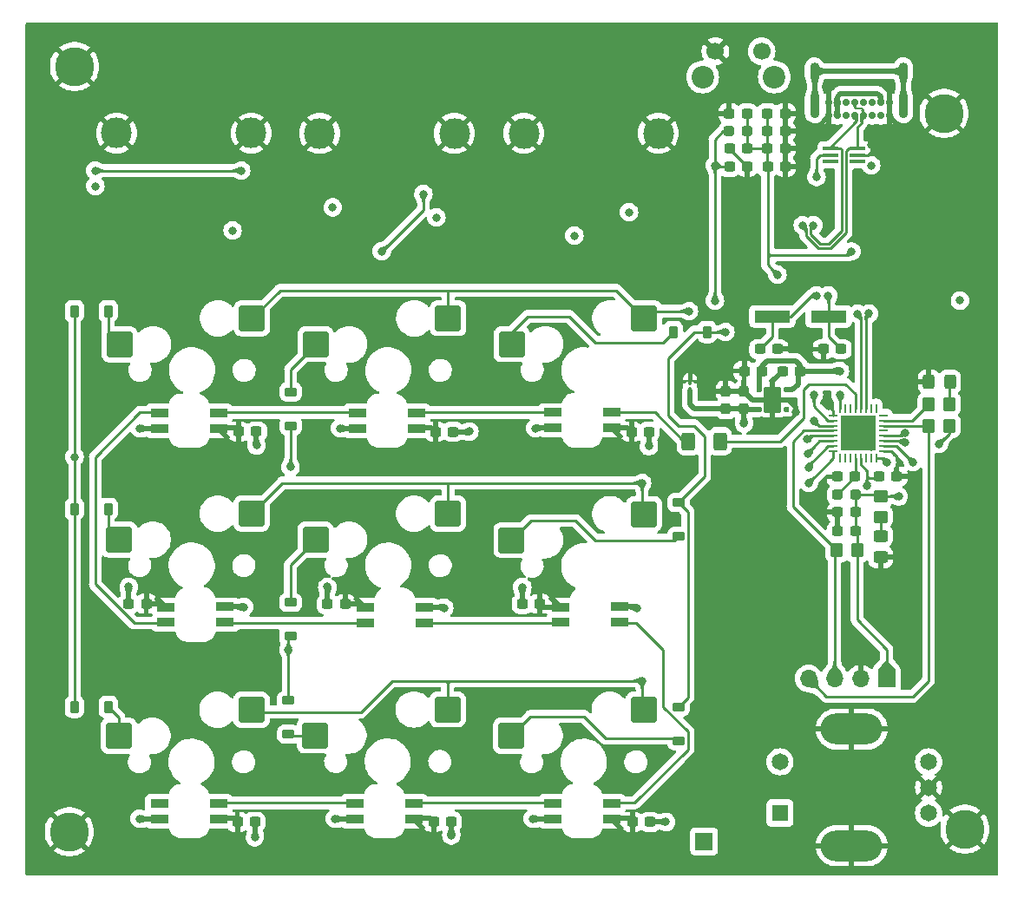
<source format=gbr>
%TF.GenerationSoftware,KiCad,Pcbnew,(7.0.0)*%
%TF.CreationDate,2023-06-18T19:00:29+02:00*%
%TF.ProjectId,Macro_Keyboard,4d616372-6f5f-44b6-9579-626f6172642e,rev?*%
%TF.SameCoordinates,Original*%
%TF.FileFunction,Copper,L4,Bot*%
%TF.FilePolarity,Positive*%
%FSLAX46Y46*%
G04 Gerber Fmt 4.6, Leading zero omitted, Abs format (unit mm)*
G04 Created by KiCad (PCBNEW (7.0.0)) date 2023-06-18 19:00:29*
%MOMM*%
%LPD*%
G01*
G04 APERTURE LIST*
G04 Aperture macros list*
%AMRoundRect*
0 Rectangle with rounded corners*
0 $1 Rounding radius*
0 $2 $3 $4 $5 $6 $7 $8 $9 X,Y pos of 4 corners*
0 Add a 4 corners polygon primitive as box body*
4,1,4,$2,$3,$4,$5,$6,$7,$8,$9,$2,$3,0*
0 Add four circle primitives for the rounded corners*
1,1,$1+$1,$2,$3*
1,1,$1+$1,$4,$5*
1,1,$1+$1,$6,$7*
1,1,$1+$1,$8,$9*
0 Add four rect primitives between the rounded corners*
20,1,$1+$1,$2,$3,$4,$5,0*
20,1,$1+$1,$4,$5,$6,$7,0*
20,1,$1+$1,$6,$7,$8,$9,0*
20,1,$1+$1,$8,$9,$2,$3,0*%
%AMFreePoly0*
4,1,13,-0.225000,0.250000,0.225000,0.250000,0.225000,-0.092500,0.213011,-0.152773,0.178869,-0.203869,0.127773,-0.238011,0.067500,-0.250000,-0.067500,-0.250000,-0.127773,-0.238011,-0.178869,-0.203869,-0.213011,-0.152773,-0.225000,-0.092500,-0.225000,0.250000,-0.225000,0.250000,$1*%
G04 Aperture macros list end*
%TA.AperFunction,SMDPad,CuDef*%
%ADD10RoundRect,0.250000X-1.025000X-1.000000X1.025000X-1.000000X1.025000X1.000000X-1.025000X1.000000X0*%
%TD*%
%TA.AperFunction,ComponentPad*%
%ADD11R,1.650000X1.650000*%
%TD*%
%TA.AperFunction,ComponentPad*%
%ADD12C,1.650000*%
%TD*%
%TA.AperFunction,ComponentPad*%
%ADD13O,6.000000X3.000000*%
%TD*%
%TA.AperFunction,ComponentPad*%
%ADD14C,0.700000*%
%TD*%
%TA.AperFunction,ComponentPad*%
%ADD15O,0.900000X2.400000*%
%TD*%
%TA.AperFunction,ComponentPad*%
%ADD16O,0.900000X1.700000*%
%TD*%
%TA.AperFunction,ComponentPad*%
%ADD17C,3.800000*%
%TD*%
%TA.AperFunction,ComponentPad*%
%ADD18C,2.200000*%
%TD*%
%TA.AperFunction,ComponentPad*%
%ADD19C,1.700000*%
%TD*%
%TA.AperFunction,ComponentPad*%
%ADD20C,3.000000*%
%TD*%
%TA.AperFunction,ComponentPad*%
%ADD21R,1.700000X1.700000*%
%TD*%
%TA.AperFunction,ComponentPad*%
%ADD22O,1.700000X1.700000*%
%TD*%
%TA.AperFunction,SMDPad,CuDef*%
%ADD23RoundRect,0.237500X0.300000X0.237500X-0.300000X0.237500X-0.300000X-0.237500X0.300000X-0.237500X0*%
%TD*%
%TA.AperFunction,SMDPad,CuDef*%
%ADD24R,1.800000X0.820000*%
%TD*%
%TA.AperFunction,SMDPad,CuDef*%
%ADD25RoundRect,0.237500X-0.287500X-0.237500X0.287500X-0.237500X0.287500X0.237500X-0.287500X0.237500X0*%
%TD*%
%TA.AperFunction,SMDPad,CuDef*%
%ADD26RoundRect,0.250000X-0.450000X0.350000X-0.450000X-0.350000X0.450000X-0.350000X0.450000X0.350000X0*%
%TD*%
%TA.AperFunction,SMDPad,CuDef*%
%ADD27RoundRect,0.237500X-0.300000X-0.237500X0.300000X-0.237500X0.300000X0.237500X-0.300000X0.237500X0*%
%TD*%
%TA.AperFunction,SMDPad,CuDef*%
%ADD28RoundRect,0.237500X0.237500X-0.300000X0.237500X0.300000X-0.237500X0.300000X-0.237500X-0.300000X0*%
%TD*%
%TA.AperFunction,SMDPad,CuDef*%
%ADD29RoundRect,0.175000X0.700000X-1.075000X0.700000X1.075000X-0.700000X1.075000X-0.700000X-1.075000X0*%
%TD*%
%TA.AperFunction,SMDPad,CuDef*%
%ADD30FreePoly0,270.000000*%
%TD*%
%TA.AperFunction,SMDPad,CuDef*%
%ADD31FreePoly0,90.000000*%
%TD*%
%TA.AperFunction,SMDPad,CuDef*%
%ADD32RoundRect,0.225000X-0.225000X-0.375000X0.225000X-0.375000X0.225000X0.375000X-0.225000X0.375000X0*%
%TD*%
%TA.AperFunction,SMDPad,CuDef*%
%ADD33RoundRect,0.250000X-0.350000X-0.450000X0.350000X-0.450000X0.350000X0.450000X-0.350000X0.450000X0*%
%TD*%
%TA.AperFunction,SMDPad,CuDef*%
%ADD34R,1.500000X0.400000*%
%TD*%
%TA.AperFunction,SMDPad,CuDef*%
%ADD35RoundRect,0.250000X0.350000X0.450000X-0.350000X0.450000X-0.350000X-0.450000X0.350000X-0.450000X0*%
%TD*%
%TA.AperFunction,SMDPad,CuDef*%
%ADD36RoundRect,0.225000X-0.375000X0.225000X-0.375000X-0.225000X0.375000X-0.225000X0.375000X0.225000X0*%
%TD*%
%TA.AperFunction,SMDPad,CuDef*%
%ADD37RoundRect,0.062500X0.062500X-0.375000X0.062500X0.375000X-0.062500X0.375000X-0.062500X-0.375000X0*%
%TD*%
%TA.AperFunction,SMDPad,CuDef*%
%ADD38RoundRect,0.062500X0.375000X-0.062500X0.375000X0.062500X-0.375000X0.062500X-0.375000X-0.062500X0*%
%TD*%
%TA.AperFunction,SMDPad,CuDef*%
%ADD39R,3.450000X3.450000*%
%TD*%
%TA.AperFunction,SMDPad,CuDef*%
%ADD40RoundRect,0.225000X0.375000X-0.225000X0.375000X0.225000X-0.375000X0.225000X-0.375000X-0.225000X0*%
%TD*%
%TA.AperFunction,SMDPad,CuDef*%
%ADD41RoundRect,0.250000X0.450000X-0.325000X0.450000X0.325000X-0.450000X0.325000X-0.450000X-0.325000X0*%
%TD*%
%TA.AperFunction,SMDPad,CuDef*%
%ADD42R,3.500000X1.200000*%
%TD*%
%TA.AperFunction,SMDPad,CuDef*%
%ADD43RoundRect,0.250000X-0.325000X-0.450000X0.325000X-0.450000X0.325000X0.450000X-0.325000X0.450000X0*%
%TD*%
%TA.AperFunction,SMDPad,CuDef*%
%ADD44RoundRect,0.250000X0.400000X0.625000X-0.400000X0.625000X-0.400000X-0.625000X0.400000X-0.625000X0*%
%TD*%
%TA.AperFunction,SMDPad,CuDef*%
%ADD45RoundRect,0.237500X0.287500X0.237500X-0.287500X0.237500X-0.287500X-0.237500X0.287500X-0.237500X0*%
%TD*%
%TA.AperFunction,SMDPad,CuDef*%
%ADD46RoundRect,0.225000X0.225000X0.375000X-0.225000X0.375000X-0.225000X-0.375000X0.225000X-0.375000X0*%
%TD*%
%TA.AperFunction,SMDPad,CuDef*%
%ADD47RoundRect,0.100000X0.100000X-0.217500X0.100000X0.217500X-0.100000X0.217500X-0.100000X-0.217500X0*%
%TD*%
%TA.AperFunction,ViaPad*%
%ADD48C,0.800000*%
%TD*%
%TA.AperFunction,Conductor*%
%ADD49C,0.500000*%
%TD*%
%TA.AperFunction,Conductor*%
%ADD50C,0.250000*%
%TD*%
%TA.AperFunction,Conductor*%
%ADD51C,0.230000*%
%TD*%
%TA.AperFunction,Conductor*%
%ADD52C,0.200000*%
%TD*%
G04 APERTURE END LIST*
D10*
%TO.P,SW8,1*%
%TO.N,Net-(D12-A)*%
X70872908Y-110020837D03*
%TO.P,SW8,2*%
%TO.N,ROW 2*%
X83799908Y-107480837D03*
%TD*%
%TO.P,SW9,1*%
%TO.N,Net-(D9-A)*%
X90018888Y-109990038D03*
%TO.P,SW9,2*%
%TO.N,ROW 2*%
X102945888Y-107450038D03*
%TD*%
%TO.P,SW4,1*%
%TO.N,Net-(D10-A)*%
X70930933Y-71822629D03*
%TO.P,SW4,2*%
%TO.N,ROW 0*%
X83857933Y-69282629D03*
%TD*%
D11*
%TO.P,MT1,1*%
%TO.N,BOOT*%
X135369999Y-117559999D03*
D12*
%TO.P,MT1,2*%
%TO.N,Net-(MT1-Pad2)*%
X135370000Y-112560000D03*
%TO.P,MT1,A,A*%
%TO.N,Net-(C45-Pad1)*%
X149870000Y-117560000D03*
%TO.P,MT1,B,B*%
%TO.N,Net-(C46-Pad1)*%
X149870000Y-112560000D03*
%TO.P,MT1,COM,COM*%
%TO.N,GND*%
X149870000Y-115060000D03*
D13*
%TO.P,MT1,S1,SHIELD*%
X142369999Y-120759999D03*
%TO.P,MT1,S2,SHIELD*%
X142369999Y-109359999D03*
%TD*%
D14*
%TO.P,J1,A1,GND*%
%TO.N,GND*%
X146045000Y-49525000D03*
%TO.P,J1,A4,VBUS*%
%TO.N,Net-(FB6-Pad1)*%
X145195000Y-49525000D03*
%TO.P,J1,A5,CC1*%
%TO.N,Net-(J1-CC1)*%
X144345000Y-49525000D03*
%TO.P,J1,A6,D+*%
%TO.N,/USB/D_P0*%
X143495000Y-49525000D03*
%TO.P,J1,A7,D-*%
%TO.N,/USB/D_N0*%
X142645000Y-49525000D03*
%TO.P,J1,A8,SBU1*%
%TO.N,unconnected-(J1-SBU1-PadA8)*%
X141795000Y-49525000D03*
%TO.P,J1,A9,VBUS*%
%TO.N,Net-(FB6-Pad1)*%
X140945000Y-49525000D03*
%TO.P,J1,A12,GND*%
%TO.N,GND*%
X140095000Y-49525000D03*
%TO.P,J1,B1,GND*%
X140095000Y-48175000D03*
%TO.P,J1,B4,VBUS*%
%TO.N,Net-(FB6-Pad1)*%
X140945000Y-48175000D03*
%TO.P,J1,B5,CC2*%
%TO.N,Net-(J1-CC2)*%
X141795000Y-48175000D03*
%TO.P,J1,B6,D+*%
%TO.N,/USB/D_P0*%
X142645000Y-48175000D03*
%TO.P,J1,B7,D-*%
%TO.N,/USB/D_N0*%
X143495000Y-48175000D03*
%TO.P,J1,B8,SBU2*%
%TO.N,unconnected-(J1-SBU2-PadB8)*%
X144345000Y-48175000D03*
%TO.P,J1,B9,VBUS*%
%TO.N,Net-(FB6-Pad1)*%
X145195000Y-48175000D03*
%TO.P,J1,B12,GND*%
%TO.N,GND*%
X146045000Y-48175000D03*
D15*
%TO.P,J1,S1,SHIELD*%
%TO.N,Net-(J1-SHIELD)*%
X147394999Y-48544999D03*
D16*
X147394999Y-45164999D03*
D15*
X138744999Y-48544999D03*
D16*
X138744999Y-45164999D03*
%TD*%
D10*
%TO.P,SW7,1*%
%TO.N,Net-(D5-A)*%
X109184498Y-90931096D03*
%TO.P,SW7,2*%
%TO.N,ROW 1*%
X122111498Y-88391096D03*
%TD*%
D17*
%TO.P,H3,1,1*%
%TO.N,GND*%
X153416000Y-119126000D03*
%TD*%
%TO.P,H4,1,1*%
%TO.N,GND*%
X151384000Y-49276000D03*
%TD*%
%TO.P,H2,1,1*%
%TO.N,GND*%
X66040000Y-119380000D03*
%TD*%
D10*
%TO.P,SW2,1*%
%TO.N,Net-(D7-A)*%
X90072945Y-71819349D03*
%TO.P,SW2,2*%
%TO.N,ROW 0*%
X102999945Y-69279349D03*
%TD*%
D18*
%TO.P,SW1,*%
%TO.N,*%
X127830000Y-45730000D03*
X134830000Y-45730000D03*
D19*
%TO.P,SW1,1,1*%
%TO.N,GND*%
X129080000Y-43230000D03*
%TO.P,SW1,2,2*%
%TO.N,Net-(U1-NRST)*%
X133580000Y-43230000D03*
%TD*%
D17*
%TO.P,H1,1,1*%
%TO.N,GND*%
X66548000Y-44704000D03*
%TD*%
D10*
%TO.P,SW10,1*%
%TO.N,Net-(D6-A)*%
X109143411Y-110022624D03*
%TO.P,SW10,2*%
%TO.N,ROW 2*%
X122070411Y-107482624D03*
%TD*%
D20*
%TO.P,J2,5,Shield*%
%TO.N,GND*%
X123514000Y-51220043D03*
X110374000Y-51220043D03*
%TD*%
D10*
%TO.P,SW3,1*%
%TO.N,Net-(D4-A)*%
X109198814Y-71817520D03*
%TO.P,SW3,2*%
%TO.N,ROW 0*%
X122125814Y-69277520D03*
%TD*%
D21*
%TO.P,U4,1,VDD*%
%TO.N,+3.3V*%
X145785999Y-104418999D03*
D22*
%TO.P,U4,2,GND*%
%TO.N,GND*%
X143245999Y-104418999D03*
%TO.P,U4,3,SCK*%
%TO.N,SCK*%
X140705999Y-104418999D03*
%TO.P,U4,4,SDA*%
%TO.N,SDA*%
X138165999Y-104418999D03*
%TD*%
D20*
%TO.P,J4,5,Shield*%
%TO.N,GND*%
X83781826Y-51216189D03*
X70641826Y-51216189D03*
%TD*%
D10*
%TO.P,SW5,1*%
%TO.N,Net-(D11-A)*%
X70900586Y-90871284D03*
%TO.P,SW5,2*%
%TO.N,ROW 1*%
X83827586Y-88331284D03*
%TD*%
%TO.P,SW6,1*%
%TO.N,Net-(D8-A)*%
X90059954Y-90883789D03*
%TO.P,SW6,2*%
%TO.N,ROW 1*%
X102986954Y-88343789D03*
%TD*%
D20*
%TO.P,J3,5,Shield*%
%TO.N,GND*%
X103598000Y-51244000D03*
X90458000Y-51244000D03*
%TD*%
D21*
%TO.P,TP1,1,1*%
%TO.N,+5V*%
X127969999Y-120319999D03*
%TD*%
D23*
%TO.P,C34,1*%
%TO.N,+5V*%
X84158306Y-118420676D03*
%TO.P,C34,2*%
%TO.N,GND*%
X82433306Y-118420676D03*
%TD*%
%TO.P,C32,1*%
%TO.N,+5V*%
X103473509Y-80351691D03*
%TO.P,C32,2*%
%TO.N,GND*%
X101748509Y-80351691D03*
%TD*%
D24*
%TO.P,SK6812MINI_E5,1,VDD*%
%TO.N,+5V*%
X100673999Y-97469974D03*
%TO.P,SK6812MINI_E5,2,DOUT*%
%TO.N,Net-(SK6812MINI_E5-DOUT)*%
X100673999Y-98991634D03*
%TO.P,SK6812MINI_E5,3,VSS*%
%TO.N,GND*%
X94905999Y-97474043D03*
%TO.P,SK6812MINI_E5,4,DIN*%
%TO.N,Net-(SK6812MINI_E4-DOUT)*%
X94905999Y-98988142D03*
%TD*%
D25*
%TO.P,FB8,1*%
%TO.N,+3.3V*%
X130429618Y-51012591D03*
%TO.P,FB8,2*%
%TO.N,/USB/AVDD*%
X132179618Y-51012591D03*
%TD*%
D24*
%TO.P,SK6812MINI_E9,1,VDD*%
%TO.N,+5V*%
X74839999Y-118143097D03*
%TO.P,SK6812MINI_E9,2,DOUT*%
%TO.N,unconnected-(SK6812MINI_E9-DOUT-Pad2)*%
X74839999Y-116621437D03*
%TO.P,SK6812MINI_E9,3,VSS*%
%TO.N,GND*%
X80607999Y-118139028D03*
%TO.P,SK6812MINI_E9,4,DIN*%
%TO.N,Net-(SK6812MINI_E8-DOUT)*%
X80607999Y-116624929D03*
%TD*%
D26*
%TO.P,R1,1*%
%TO.N,+3.3V*%
X145199748Y-86646000D03*
%TO.P,R1,2*%
%TO.N,Net-(D1-A)*%
X145199748Y-88646000D03*
%TD*%
D27*
%TO.P,C5,1*%
%TO.N,Net-(U1-NRST)*%
X145046986Y-84715272D03*
%TO.P,C5,2*%
%TO.N,GND*%
X146771986Y-84715272D03*
%TD*%
%TO.P,C30,1*%
%TO.N,+5V*%
X71816399Y-97142232D03*
%TO.P,C30,2*%
%TO.N,GND*%
X73541399Y-97142232D03*
%TD*%
D28*
%TO.P,C3,1*%
%TO.N,+3.3V*%
X130078000Y-78117953D03*
%TO.P,C3,2*%
%TO.N,GND*%
X130078000Y-76392953D03*
%TD*%
D27*
%TO.P,C28,1*%
%TO.N,+5V*%
X91217493Y-97180758D03*
%TO.P,C28,2*%
%TO.N,GND*%
X92942493Y-97180758D03*
%TD*%
D29*
%TO.P,U2, GND*%
%TO.N,GND*%
X134650000Y-77216000D03*
D30*
%TO.P,U2,1,EN*%
%TO.N,+5V*%
X135949999Y-76265999D03*
%TO.P,U2,2,GND*%
%TO.N,GND*%
X135949999Y-77215999D03*
%TO.P,U2,3,PG*%
%TO.N,unconnected-(U2-PG-Pad3)*%
X135949999Y-78165999D03*
D31*
%TO.P,U2,4,V_{OUT}*%
%TO.N,+3.3V*%
X133349999Y-78165999D03*
%TO.P,U2,5,GND*%
%TO.N,GND*%
X133349999Y-77215999D03*
%TO.P,U2,6,V_{IN}*%
%TO.N,+5V*%
X133349999Y-76265999D03*
%TD*%
D27*
%TO.P,C25,1*%
%TO.N,+5V*%
X110237878Y-97149779D03*
%TO.P,C25,2*%
%TO.N,GND*%
X111962878Y-97149779D03*
%TD*%
D23*
%TO.P,C10,1*%
%TO.N,GND*%
X135882750Y-49277338D03*
%TO.P,C10,2*%
%TO.N,/USB/AVDD*%
X134157750Y-49277338D03*
%TD*%
%TO.P,C35,1*%
%TO.N,+5V*%
X103304376Y-118406550D03*
%TO.P,C35,2*%
%TO.N,GND*%
X101579376Y-118406550D03*
%TD*%
D24*
%TO.P,SK6812MINI_E3,1,VDD*%
%TO.N,+5V*%
X74839999Y-80043097D03*
%TO.P,SK6812MINI_E3,2,DOUT*%
%TO.N,Net-(SK6812MINI_E3-DOUT)*%
X74839999Y-78521437D03*
%TO.P,SK6812MINI_E3,3,VSS*%
%TO.N,GND*%
X80607999Y-80039028D03*
%TO.P,SK6812MINI_E3,4,DIN*%
%TO.N,Net-(SK6812MINI_E2-DOUT)*%
X80607999Y-78524929D03*
%TD*%
D27*
%TO.P,C38,1*%
%TO.N,+3.3V*%
X130449083Y-54489204D03*
%TO.P,C38,2*%
%TO.N,GND*%
X132174083Y-54489204D03*
%TD*%
D23*
%TO.P,C36,1*%
%TO.N,+5V*%
X122706797Y-118432688D03*
%TO.P,C36,2*%
%TO.N,GND*%
X120981797Y-118432688D03*
%TD*%
D24*
%TO.P,SK6812MINI_E6,1,VDD*%
%TO.N,+5V*%
X119723999Y-97445112D03*
%TO.P,SK6812MINI_E6,2,DOUT*%
%TO.N,Net-(SK6812MINI_E6-DOUT)*%
X119723999Y-98966772D03*
%TO.P,SK6812MINI_E6,3,VSS*%
%TO.N,GND*%
X113955999Y-97449181D03*
%TO.P,SK6812MINI_E6,4,DIN*%
%TO.N,Net-(SK6812MINI_E5-DOUT)*%
X113955999Y-98963280D03*
%TD*%
D32*
%TO.P,D10,1,K*%
%TO.N,COL 0*%
X66548000Y-68580000D03*
%TO.P,D10,2,A*%
%TO.N,Net-(D10-A)*%
X69848000Y-68580000D03*
%TD*%
D23*
%TO.P,C21,1*%
%TO.N,/USB/X2*%
X141324500Y-72298872D03*
%TO.P,C21,2*%
%TO.N,GND*%
X139599500Y-72298872D03*
%TD*%
%TO.P,C31,1*%
%TO.N,+5V*%
X122600448Y-80359082D03*
%TO.P,C31,2*%
%TO.N,GND*%
X120875448Y-80359082D03*
%TD*%
%TO.P,C1,1*%
%TO.N,+5V*%
X133604000Y-74422000D03*
%TO.P,C1,2*%
%TO.N,GND*%
X131879000Y-74422000D03*
%TD*%
%TO.P,C6,1*%
%TO.N,+3.3V*%
X142719500Y-90027992D03*
%TO.P,C6,2*%
%TO.N,GND*%
X140994500Y-90027992D03*
%TD*%
D33*
%TO.P,R4,1*%
%TO.N,Net-(U1-PB3)*%
X149902328Y-77638448D03*
%TO.P,R4,2*%
%TO.N,Net-(D2-A)*%
X151902328Y-77638448D03*
%TD*%
D34*
%TO.P,U5,1*%
%TO.N,/USB/D_P0*%
X142940499Y-52689999D03*
%TO.P,U5,2*%
%TO.N,GND*%
X142940499Y-53339999D03*
%TO.P,U5,3*%
%TO.N,unconnected-(U5-Pad3)*%
X142940499Y-53989999D03*
%TO.P,U5,4*%
%TO.N,unconnected-(U5-Pad4)*%
X140280499Y-53989999D03*
%TO.P,U5,5*%
%TO.N,+5V*%
X140280499Y-53339999D03*
%TO.P,U5,6*%
%TO.N,/USB/D_N0*%
X140280499Y-52689999D03*
%TD*%
D35*
%TO.P,R16,1*%
%TO.N,+3.3V*%
X151892000Y-79756000D03*
%TO.P,R16,2*%
%TO.N,SDA*%
X149892000Y-79756000D03*
%TD*%
D24*
%TO.P,SK6812MINI_E7,1,VDD*%
%TO.N,+5V*%
X113193999Y-118143097D03*
%TO.P,SK6812MINI_E7,2,DOUT*%
%TO.N,Net-(SK6812MINI_E7-DOUT)*%
X113193999Y-116621437D03*
%TO.P,SK6812MINI_E7,3,VSS*%
%TO.N,GND*%
X118961999Y-118139028D03*
%TO.P,SK6812MINI_E7,4,DIN*%
%TO.N,Net-(SK6812MINI_E6-DOUT)*%
X118961999Y-116624929D03*
%TD*%
D28*
%TO.P,C4,1*%
%TO.N,+3.3V*%
X131856000Y-78117953D03*
%TO.P,C4,2*%
%TO.N,GND*%
X131856000Y-76392953D03*
%TD*%
D23*
%TO.P,C33,1*%
%TO.N,+5V*%
X84287101Y-80340148D03*
%TO.P,C33,2*%
%TO.N,GND*%
X82562101Y-80340148D03*
%TD*%
D32*
%TO.P,D11,1,K*%
%TO.N,COL 0*%
X66548000Y-87884000D03*
%TO.P,D11,2,A*%
%TO.N,Net-(D11-A)*%
X69848000Y-87884000D03*
%TD*%
D24*
%TO.P,SK6812MINI_E1,1,VDD*%
%TO.N,+5V*%
X113193999Y-79994063D03*
%TO.P,SK6812MINI_E1,2,DOUT*%
%TO.N,Net-(SK6812MINI_E1-DOUT)*%
X113193999Y-78472403D03*
%TO.P,SK6812MINI_E1,3,VSS*%
%TO.N,GND*%
X118961999Y-79989994D03*
%TO.P,SK6812MINI_E1,4,DIN*%
%TO.N,Net-(SK6812MINI_E1-DIN)*%
X118961999Y-78475895D03*
%TD*%
D36*
%TO.P,D9,1,K*%
%TO.N,COL 1*%
X87408926Y-106554000D03*
%TO.P,D9,2,A*%
%TO.N,Net-(D9-A)*%
X87408926Y-109854000D03*
%TD*%
D37*
%TO.P,U1,1,VDD*%
%TO.N,+3.3V*%
X144752000Y-82940492D03*
%TO.P,U1,2,PC14*%
%TO.N,unconnected-(U1-PC14-Pad2)*%
X144252000Y-82940492D03*
%TO.P,U1,3,PC15*%
%TO.N,unconnected-(U1-PC15-Pad3)*%
X143752000Y-82940492D03*
%TO.P,U1,4,NRST*%
%TO.N,Net-(U1-NRST)*%
X143252000Y-82940492D03*
%TO.P,U1,5,VDDA*%
%TO.N,VDDA*%
X142752000Y-82940492D03*
%TO.P,U1,6,PA0*%
%TO.N,unconnected-(U1-PA0-Pad6)*%
X142252000Y-82940492D03*
%TO.P,U1,7,PA1*%
%TO.N,unconnected-(U1-PA1-Pad7)*%
X141752000Y-82940492D03*
%TO.P,U1,8,PA2*%
%TO.N,unconnected-(U1-PA2-Pad8)*%
X141252000Y-82940492D03*
D38*
%TO.P,U1,9,PA3*%
%TO.N,ROW 2*%
X140564500Y-82252992D03*
%TO.P,U1,10,PA4*%
%TO.N,ROW 1*%
X140564500Y-81752992D03*
%TO.P,U1,11,PA5*%
%TO.N,ROW 0*%
X140564500Y-81252992D03*
%TO.P,U1,12,PA6*%
%TO.N,COL 1*%
X140564500Y-80752992D03*
%TO.P,U1,13,PA7*%
%TO.N,SCK*%
X140564500Y-80252992D03*
%TO.P,U1,14,PB0*%
%TO.N,COL 0*%
X140564500Y-79752992D03*
%TO.P,U1,15,PB1*%
%TO.N,COL 2*%
X140564500Y-79252992D03*
%TO.P,U1,16,VSS*%
%TO.N,GND*%
X140564500Y-78752992D03*
D37*
%TO.P,U1,17,VDD*%
%TO.N,+3.3V*%
X141252000Y-78065492D03*
%TO.P,U1,18,PA8*%
%TO.N,unconnected-(U1-PA8-Pad18)*%
X141752000Y-78065492D03*
%TO.P,U1,19,PA9*%
%TO.N,unconnected-(U1-PA9-Pad19)*%
X142252000Y-78065492D03*
%TO.P,U1,20,PA10*%
%TO.N,LED*%
X142752000Y-78065492D03*
%TO.P,U1,21,PA11*%
%TO.N,USBD_N*%
X143252000Y-78065492D03*
%TO.P,U1,22,PA12*%
%TO.N,USBD_P*%
X143752000Y-78065492D03*
%TO.P,U1,23,PA13*%
%TO.N,unconnected-(U1-PA13-Pad23)*%
X144252000Y-78065492D03*
%TO.P,U1,24,PA14*%
%TO.N,unconnected-(U1-PA14-Pad24)*%
X144752000Y-78065492D03*
D38*
%TO.P,U1,25,PA15*%
%TO.N,unconnected-(U1-PA15-Pad25)*%
X145439500Y-78752992D03*
%TO.P,U1,26,PB3*%
%TO.N,Net-(U1-PB3)*%
X145439500Y-79252992D03*
%TO.P,U1,27,PB4*%
%TO.N,SDA*%
X145439500Y-79752992D03*
%TO.P,U1,28,PB5*%
%TO.N,unconnected-(U1-PB5-Pad28)*%
X145439500Y-80252992D03*
%TO.P,U1,29,PB6*%
%TO.N,Rotary_A*%
X145439500Y-80752992D03*
%TO.P,U1,30,PB7*%
%TO.N,Rotary_B*%
X145439500Y-81252992D03*
%TO.P,U1,31,PH3*%
%TO.N,Net-(U1-PH3)*%
X145439500Y-81752992D03*
%TO.P,U1,32,VSS*%
%TO.N,GND*%
X145439500Y-82252992D03*
D39*
%TO.P,U1,33,VSS*%
X143001999Y-80502991D03*
%TD*%
D23*
%TO.P,C11,1*%
%TO.N,GND*%
X135879125Y-51002468D03*
%TO.P,C11,2*%
%TO.N,/USB/AVDD*%
X134154125Y-51002468D03*
%TD*%
D24*
%TO.P,SK6812MINI_E4,1,VDD*%
%TO.N,+5V*%
X81233086Y-97443919D03*
%TO.P,SK6812MINI_E4,2,DOUT*%
%TO.N,Net-(SK6812MINI_E4-DOUT)*%
X81233086Y-98965579D03*
%TO.P,SK6812MINI_E4,3,VSS*%
%TO.N,GND*%
X75465086Y-97447988D03*
%TO.P,SK6812MINI_E4,4,DIN*%
%TO.N,Net-(SK6812MINI_E3-DOUT)*%
X75465086Y-98962087D03*
%TD*%
D23*
%TO.P,C39,1*%
%TO.N,/USB/AVDD*%
X132167093Y-52699954D03*
%TO.P,C39,2*%
%TO.N,GND*%
X130442093Y-52699954D03*
%TD*%
%TO.P,C12,1*%
%TO.N,GND*%
X135886367Y-52702428D03*
%TO.P,C12,2*%
%TO.N,/USB/AVDD*%
X134161367Y-52702428D03*
%TD*%
D40*
%TO.P,D8,1,K*%
%TO.N,COL 1*%
X87613873Y-100296384D03*
%TO.P,D8,2,A*%
%TO.N,Net-(D8-A)*%
X87613873Y-96996384D03*
%TD*%
D41*
%TO.P,D1,1,K*%
%TO.N,GND*%
X145188888Y-92577045D03*
%TO.P,D1,2,A*%
%TO.N,Net-(D1-A)*%
X145188888Y-90527045D03*
%TD*%
D23*
%TO.P,C8,1*%
%TO.N,VDDA*%
X142691043Y-84744292D03*
%TO.P,C8,2*%
%TO.N,GND*%
X140966043Y-84744292D03*
%TD*%
D40*
%TO.P,D7,1,K*%
%TO.N,COL 1*%
X87630000Y-79756000D03*
%TO.P,D7,2,A*%
%TO.N,Net-(D7-A)*%
X87630000Y-76456000D03*
%TD*%
D23*
%TO.P,C2,1*%
%TO.N,+5V*%
X137361000Y-74422000D03*
%TO.P,C2,2*%
%TO.N,GND*%
X135636000Y-74422000D03*
%TD*%
D36*
%TO.P,D6,1,K*%
%TO.N,COL 2*%
X125476000Y-107188000D03*
%TO.P,D6,2,A*%
%TO.N,Net-(D6-A)*%
X125476000Y-110488000D03*
%TD*%
D23*
%TO.P,C13,1*%
%TO.N,GND*%
X135890000Y-54480044D03*
%TO.P,C13,2*%
%TO.N,/USB/AVDD*%
X134165000Y-54480044D03*
%TD*%
D27*
%TO.P,C42,1*%
%TO.N,GND*%
X130425227Y-49301569D03*
%TO.P,C42,2*%
%TO.N,/USB/AVDD*%
X132150227Y-49301569D03*
%TD*%
D42*
%TO.P,Y1,1,1*%
%TO.N,/USB/X1*%
X134625962Y-69087999D03*
%TO.P,Y1,2,2*%
%TO.N,/USB/X2*%
X140125962Y-69087999D03*
%TD*%
D35*
%TO.P,R15,1*%
%TO.N,+3.3V*%
X142899500Y-91932992D03*
%TO.P,R15,2*%
%TO.N,SCK*%
X140899500Y-91932992D03*
%TD*%
D43*
%TO.P,D2,1,K*%
%TO.N,GND*%
X149904228Y-75477459D03*
%TO.P,D2,2,A*%
%TO.N,Net-(D2-A)*%
X151954228Y-75477459D03*
%TD*%
D44*
%TO.P,R14,1*%
%TO.N,LED*%
X129540000Y-81280000D03*
%TO.P,R14,2*%
%TO.N,Net-(SK6812MINI_E1-DIN)*%
X126440000Y-81280000D03*
%TD*%
D45*
%TO.P,FB1,1*%
%TO.N,+3.3V*%
X142722388Y-86517594D03*
%TO.P,FB1,2*%
%TO.N,VDDA*%
X140972388Y-86517594D03*
%TD*%
D24*
%TO.P,SK6812MINI_E8,1,VDD*%
%TO.N,+5V*%
X93889999Y-118143097D03*
%TO.P,SK6812MINI_E8,2,DOUT*%
%TO.N,Net-(SK6812MINI_E8-DOUT)*%
X93889999Y-116621437D03*
%TO.P,SK6812MINI_E8,3,VSS*%
%TO.N,GND*%
X99657999Y-118139028D03*
%TO.P,SK6812MINI_E8,4,DIN*%
%TO.N,Net-(SK6812MINI_E7-DOUT)*%
X99657999Y-116624929D03*
%TD*%
D32*
%TO.P,D12,1,K*%
%TO.N,COL 0*%
X66548000Y-107188000D03*
%TO.P,D12,2,A*%
%TO.N,Net-(D12-A)*%
X69848000Y-107188000D03*
%TD*%
D27*
%TO.P,C20,1*%
%TO.N,/USB/X1*%
X133420888Y-72283375D03*
%TO.P,C20,2*%
%TO.N,GND*%
X135145888Y-72283375D03*
%TD*%
D23*
%TO.P,C7,1*%
%TO.N,+3.3V*%
X142719500Y-88211932D03*
%TO.P,C7,2*%
%TO.N,GND*%
X140994500Y-88211932D03*
%TD*%
D24*
%TO.P,SK6812MINI_E2,1,VDD*%
%TO.N,+5V*%
X94143999Y-80043097D03*
%TO.P,SK6812MINI_E2,2,DOUT*%
%TO.N,Net-(SK6812MINI_E2-DOUT)*%
X94143999Y-78521437D03*
%TO.P,SK6812MINI_E2,3,VSS*%
%TO.N,GND*%
X99911999Y-80039028D03*
%TO.P,SK6812MINI_E2,4,DIN*%
%TO.N,Net-(SK6812MINI_E1-DOUT)*%
X99911999Y-78524929D03*
%TD*%
D36*
%TO.P,D5,1,K*%
%TO.N,COL 2*%
X125476000Y-87250000D03*
%TO.P,D5,2,A*%
%TO.N,Net-(D5-A)*%
X125476000Y-90550000D03*
%TD*%
D46*
%TO.P,D4,1,K*%
%TO.N,COL 2*%
X128270000Y-70612000D03*
%TO.P,D4,2,A*%
%TO.N,Net-(D4-A)*%
X124970000Y-70612000D03*
%TD*%
D47*
%TO.P,C14,1*%
%TO.N,+3.3V*%
X126597594Y-76284810D03*
%TO.P,C14,2*%
%TO.N,GND*%
X126597594Y-75469810D03*
%TD*%
D48*
%TO.N,+5V*%
X72898000Y-118110000D03*
X71836529Y-95488991D03*
X110236000Y-95504000D03*
X141224000Y-74422000D03*
X138938000Y-55499000D03*
X92456000Y-80010000D03*
X101854000Y-59436000D03*
X124255625Y-118442942D03*
X105068653Y-80338027D03*
X120650000Y-58928000D03*
X72898000Y-80010000D03*
X81963080Y-60710111D03*
X91737705Y-58454344D03*
X91207273Y-95500191D03*
X68580000Y-56388000D03*
X84141199Y-119923621D03*
X111506000Y-80010000D03*
X152933791Y-67548852D03*
X91948000Y-118110000D03*
X115316000Y-61214000D03*
X111252000Y-118110000D03*
X84300764Y-81692800D03*
X122584793Y-81769409D03*
X102616000Y-97536000D03*
X83084504Y-97451665D03*
X121412000Y-97536000D03*
X103302654Y-119759201D03*
X144272000Y-54356000D03*
%TO.N,GND*%
X141723124Y-79219773D03*
X149860000Y-121920000D03*
X154940000Y-71120000D03*
X154940000Y-66040000D03*
X91440000Y-41275000D03*
X154940000Y-96520000D03*
X76200000Y-41275000D03*
X137160000Y-41275000D03*
X78994000Y-57150000D03*
X144290474Y-81806662D03*
X101600000Y-41275000D03*
X63500000Y-91440000D03*
X63500000Y-111760000D03*
X86360000Y-41275000D03*
X104140000Y-121920000D03*
X76327000Y-60697670D03*
X99060000Y-121920000D03*
X99314000Y-56896000D03*
X139497290Y-88241931D03*
X121920000Y-41275000D03*
X120875448Y-81698070D03*
X111983537Y-95542083D03*
X63500000Y-50800000D03*
X63500000Y-116840000D03*
X124460000Y-121920000D03*
X75438000Y-57150000D03*
X101583806Y-119762501D03*
X146050000Y-50800000D03*
X82422177Y-119874709D03*
X154940000Y-106680000D03*
X129032000Y-49276000D03*
X137414000Y-72257452D03*
X88900000Y-121920000D03*
X68580000Y-121920000D03*
X63500000Y-66040000D03*
X152400000Y-41275000D03*
X154940000Y-121920000D03*
X154940000Y-50800000D03*
X154940000Y-91440000D03*
X119380000Y-121920000D03*
X126619000Y-74168000D03*
X154940000Y-86360000D03*
X63500000Y-71120000D03*
X131889236Y-73004482D03*
X154940000Y-55880000D03*
X154940000Y-76200000D03*
X71120000Y-41275000D03*
X154940000Y-81280000D03*
X154940000Y-45720000D03*
X83820000Y-121920000D03*
X93980000Y-121920000D03*
X148290542Y-84712358D03*
X78740000Y-121920000D03*
X106680000Y-41275000D03*
X154940000Y-101600000D03*
X129540000Y-121920000D03*
X119126000Y-57150000D03*
X137160000Y-49276000D03*
X144272000Y-52324000D03*
X63500000Y-86360000D03*
X130048000Y-74930000D03*
X146304000Y-57912000D03*
X111760000Y-41275000D03*
X92959072Y-95495264D03*
X63500000Y-81280000D03*
X136906000Y-78398500D03*
X132526952Y-61806889D03*
X66040000Y-41275000D03*
X73660000Y-121920000D03*
X114300000Y-121920000D03*
X134620000Y-121920000D03*
X116840000Y-41275000D03*
X63500000Y-96520000D03*
X63500000Y-101600000D03*
X81280000Y-41275000D03*
X154940000Y-60960000D03*
X140116912Y-77831214D03*
X63500000Y-55880000D03*
X82548437Y-81665473D03*
X115062000Y-57404000D03*
X147320000Y-41275000D03*
X101734167Y-81637705D03*
X63500000Y-106680000D03*
X95250000Y-57150000D03*
X63500000Y-60960000D03*
X120965670Y-119815129D03*
X63500000Y-76200000D03*
X96520000Y-41275000D03*
X63500000Y-45720000D03*
X115062000Y-58928000D03*
X109220000Y-121920000D03*
X151932416Y-54603927D03*
X154940000Y-116840000D03*
X132080000Y-41275000D03*
X63500000Y-121920000D03*
X96012000Y-59436000D03*
X127000000Y-41275000D03*
X140068300Y-50546988D03*
X73539210Y-95526486D03*
X154940000Y-111760000D03*
X142240000Y-41275000D03*
%TO.N,+3.3V*%
X150876000Y-81534000D03*
X146964198Y-86673133D03*
X141250036Y-76735612D03*
X145796000Y-83312000D03*
X129032000Y-67564000D03*
X131864003Y-79557697D03*
X129032000Y-54356000D03*
%TO.N,Net-(U1-NRST)*%
X143894167Y-85618468D03*
%TO.N,Net-(U1-PH3)*%
X148336000Y-83312000D03*
%TO.N,/USB/AVDD*%
X135128000Y-65024000D03*
X142341000Y-62756284D03*
%TO.N,/USB/X1*%
X138938000Y-67056000D03*
%TO.N,/USB/X2*%
X140081000Y-67056000D03*
%TO.N,Net-(J3-VBUS)*%
X100584000Y-57150000D03*
X96520000Y-62738000D03*
%TO.N,Net-(J4-VBUS)*%
X68580000Y-54864000D03*
X82804000Y-54864000D03*
%TO.N,COL 2*%
X130048000Y-70612000D03*
X138684000Y-76708000D03*
%TO.N,COL 1*%
X87620891Y-83808054D03*
X87408926Y-101600000D03*
X138044295Y-81090806D03*
%TO.N,COL 0*%
X66548000Y-82804000D03*
X138684000Y-79248000D03*
%TO.N,Rotary_A*%
X147571918Y-80450103D03*
%TO.N,Rotary_B*%
X147601026Y-81399159D03*
%TO.N,ROW 0*%
X126492000Y-68580000D03*
X138139692Y-82466295D03*
%TO.N,ROW 1*%
X138176000Y-83820000D03*
X121920000Y-85344000D03*
%TO.N,ROW 2*%
X138176000Y-85344000D03*
X121920000Y-104648000D03*
%TO.N,/USB/D_P0*%
X137591000Y-60198000D03*
%TO.N,/USB/D_N0*%
X138641000Y-60198000D03*
%TO.N,USBD_N*%
X142952497Y-68834000D03*
%TO.N,USBD_P*%
X144051298Y-68828972D03*
%TD*%
D49*
%TO.N,+5V*%
X137361000Y-74422000D02*
X137361000Y-73861000D01*
X133350000Y-76266000D02*
X133350000Y-74676000D01*
X136906000Y-73406000D02*
X134112000Y-73406000D01*
X94144000Y-80043098D02*
X92489098Y-80043098D01*
X72931098Y-118143098D02*
X72898000Y-118110000D01*
X93890000Y-118143098D02*
X91981098Y-118143098D01*
X121321113Y-97445113D02*
X121412000Y-97536000D01*
X102549975Y-97469975D02*
X102616000Y-97536000D01*
D50*
X140280500Y-53340000D02*
X139280500Y-53340000D01*
D49*
X124245371Y-118432688D02*
X124255625Y-118442942D01*
X71816399Y-95509121D02*
X71836529Y-95488991D01*
X141224000Y-74422000D02*
X137361000Y-74422000D01*
X113194000Y-118143098D02*
X111285098Y-118143098D01*
X111521936Y-79994064D02*
X111506000Y-80010000D01*
X135950000Y-76266000D02*
X136586000Y-76266000D01*
X103304376Y-118406550D02*
X103304376Y-119757479D01*
X92489098Y-80043098D02*
X92456000Y-80010000D01*
X122600448Y-81753754D02*
X122584793Y-81769409D01*
X74840000Y-80043098D02*
X72931098Y-80043098D01*
X110237878Y-95505878D02*
X110236000Y-95504000D01*
X91217493Y-95510411D02*
X91207273Y-95500191D01*
X133350000Y-74676000D02*
X133604000Y-74422000D01*
X133604000Y-73914000D02*
X133604000Y-74422000D01*
X119724000Y-97445113D02*
X121321113Y-97445113D01*
X81233087Y-97443920D02*
X83076759Y-97443920D01*
X84158306Y-119906514D02*
X84141199Y-119923621D01*
X105054989Y-80351691D02*
X105068653Y-80338027D01*
X83076759Y-97443920D02*
X83084504Y-97451665D01*
X136586000Y-76266000D02*
X137160000Y-75692000D01*
X103473509Y-80351691D02*
X105054989Y-80351691D01*
X84287101Y-80340148D02*
X84287101Y-81679137D01*
X91981098Y-118143098D02*
X91948000Y-118110000D01*
X111285098Y-118143098D02*
X111252000Y-118110000D01*
X84287101Y-81679137D02*
X84300764Y-81692800D01*
X137361000Y-73861000D02*
X136906000Y-73406000D01*
X91217493Y-97180758D02*
X91217493Y-95510411D01*
D50*
X139280500Y-53340000D02*
X138938000Y-53682500D01*
D49*
X74840000Y-118143098D02*
X72931098Y-118143098D01*
D50*
X138938000Y-53682500D02*
X138938000Y-55499000D01*
D49*
X137160000Y-75692000D02*
X137160000Y-74623000D01*
X103304376Y-119757479D02*
X103302654Y-119759201D01*
X71816399Y-97142232D02*
X71816399Y-95509121D01*
X113194000Y-79994064D02*
X111521936Y-79994064D01*
X134112000Y-73406000D02*
X133604000Y-73914000D01*
X100674000Y-97469975D02*
X102549975Y-97469975D01*
X137160000Y-74623000D02*
X137361000Y-74422000D01*
X122706797Y-118432688D02*
X124245371Y-118432688D01*
X122600448Y-80359082D02*
X122600448Y-81753754D01*
X110237878Y-97149779D02*
X110237878Y-95505878D01*
X72931098Y-80043098D02*
X72898000Y-80010000D01*
X84158306Y-118420676D02*
X84158306Y-119906514D01*
D50*
%TO.N,GND*%
X146812000Y-82804000D02*
X146812000Y-84675258D01*
X144272000Y-53008500D02*
X144272000Y-52324000D01*
D49*
X111962878Y-95562742D02*
X111983537Y-95542083D01*
D50*
X137160000Y-72283375D02*
X137266625Y-72283375D01*
D49*
X101265124Y-118092298D02*
X101579376Y-118406550D01*
X120981797Y-119799002D02*
X120965670Y-119815129D01*
X73541399Y-97142232D02*
X73541399Y-95528675D01*
D50*
X129057569Y-49301569D02*
X129032000Y-49276000D01*
X139527289Y-88211932D02*
X139497290Y-88241931D01*
D49*
X92942493Y-97180758D02*
X94426647Y-97180758D01*
X73541399Y-97142232D02*
X75063869Y-97142232D01*
D50*
X145439500Y-82252992D02*
X146260992Y-82252992D01*
X148287628Y-84715272D02*
X148290542Y-84712358D01*
X135882750Y-49277338D02*
X137158662Y-49277338D01*
D49*
X131879000Y-73014718D02*
X131889236Y-73004482D01*
X130078000Y-76392953D02*
X130078000Y-74960000D01*
X134650000Y-75408000D02*
X135636000Y-74422000D01*
X120981797Y-118432688D02*
X120981797Y-119799002D01*
D50*
X146260992Y-82252992D02*
X146812000Y-82804000D01*
D49*
X140095000Y-48175000D02*
X140095000Y-46849000D01*
X101748509Y-80351691D02*
X101748509Y-81623363D01*
D50*
X140564500Y-78278802D02*
X140116912Y-77831214D01*
D49*
X130078000Y-74960000D02*
X130048000Y-74930000D01*
D50*
X139584003Y-72283375D02*
X139599500Y-72298872D01*
X137160000Y-72283375D02*
X137414000Y-72283375D01*
X126597594Y-75469810D02*
X126597594Y-74189406D01*
D49*
X146045000Y-46985000D02*
X146045000Y-48175000D01*
X82433306Y-118420676D02*
X82433306Y-119863580D01*
X94426647Y-97180758D02*
X94766664Y-97520775D01*
D50*
X137158662Y-49277338D02*
X137160000Y-49276000D01*
X140564500Y-78752992D02*
X140564500Y-78278802D01*
X130442093Y-52699954D02*
X130442093Y-52757214D01*
D49*
X120641407Y-118092298D02*
X120981797Y-118432688D01*
X146045000Y-49525000D02*
X146045000Y-48175000D01*
X82562101Y-80340148D02*
X82562101Y-81651809D01*
X82104928Y-118092298D02*
X82433306Y-118420676D01*
X145288000Y-46228000D02*
X146045000Y-46985000D01*
X136200000Y-77216000D02*
X136906000Y-77922000D01*
X140095000Y-49525000D02*
X140095000Y-50520288D01*
X111962878Y-97149779D02*
X111962878Y-95562742D01*
X119051869Y-79992298D02*
X120508664Y-79992298D01*
X135950000Y-77216000D02*
X136200000Y-77216000D01*
D50*
X142940500Y-53340000D02*
X143940500Y-53340000D01*
D49*
X140716000Y-46228000D02*
X145288000Y-46228000D01*
X92942493Y-97180758D02*
X92942493Y-95511843D01*
D50*
X137414000Y-72283375D02*
X137668000Y-72283375D01*
D49*
X101579376Y-118406550D02*
X101579376Y-119758071D01*
X133350000Y-77216000D02*
X134650000Y-77216000D01*
D50*
X146812000Y-84675258D02*
X146771986Y-84715272D01*
X143940500Y-53340000D02*
X144272000Y-53008500D01*
D49*
X112309012Y-97495913D02*
X111962878Y-97149779D01*
X130078000Y-76392953D02*
X131856000Y-76392953D01*
X131856000Y-76392953D02*
X132679047Y-77216000D01*
D50*
X137668000Y-72283375D02*
X139584003Y-72283375D01*
D49*
X146045000Y-50795000D02*
X146050000Y-50800000D01*
X113811957Y-97495913D02*
X112309012Y-97495913D01*
X132679047Y-77216000D02*
X133350000Y-77216000D01*
D50*
X135145888Y-72283375D02*
X137160000Y-72283375D01*
D49*
X119018006Y-118092298D02*
X120641407Y-118092298D01*
X120508664Y-79992298D02*
X120875448Y-80359082D01*
X146045000Y-49525000D02*
X146045000Y-50795000D01*
X140095000Y-50520288D02*
X140068300Y-50546988D01*
X120875448Y-80359082D02*
X120875448Y-81698070D01*
X82214251Y-79992298D02*
X82562101Y-80340148D01*
X136906000Y-77922000D02*
X136906000Y-78398500D01*
X92942493Y-95511843D02*
X92959072Y-95495264D01*
X82562101Y-81651809D02*
X82548437Y-81665473D01*
D50*
X137668000Y-72283375D02*
X137561375Y-72283375D01*
X130442093Y-52757214D02*
X132174083Y-54489204D01*
D49*
X101579376Y-119758071D02*
X101583806Y-119762501D01*
X140095000Y-46849000D02*
X140716000Y-46228000D01*
X101748509Y-81623363D02*
X101734167Y-81637705D01*
X80543400Y-118092298D02*
X82104928Y-118092298D01*
D50*
X146771986Y-84715272D02*
X148287628Y-84715272D01*
X126597594Y-74189406D02*
X126619000Y-74168000D01*
D49*
X131879000Y-74422000D02*
X131879000Y-73014718D01*
X134650000Y-77216000D02*
X134650000Y-75408000D01*
D50*
X130425227Y-49301569D02*
X129057569Y-49301569D01*
D49*
X140095000Y-49525000D02*
X140095000Y-48175000D01*
X80543400Y-79992298D02*
X82214251Y-79992298D01*
X82433306Y-119863580D02*
X82422177Y-119874709D01*
D50*
X140994500Y-88211932D02*
X139527289Y-88211932D01*
D49*
X73541399Y-95528675D02*
X73539210Y-95526486D01*
X75063869Y-97142232D02*
X75415616Y-97493979D01*
X99593400Y-118092298D02*
X101265124Y-118092298D01*
X135950000Y-77216000D02*
X134650000Y-77216000D01*
X99847400Y-79992298D02*
X101389116Y-79992298D01*
X101389116Y-79992298D02*
X101748509Y-80351691D01*
D50*
%TO.N,+3.3V*%
X151892000Y-80518000D02*
X150876000Y-81534000D01*
D49*
X127038237Y-78117953D02*
X126597594Y-77677310D01*
D50*
X142899500Y-90207992D02*
X142719500Y-90027992D01*
X141252000Y-76737576D02*
X141250036Y-76735612D01*
X142719500Y-90027992D02*
X142719500Y-88211932D01*
X151892000Y-79756000D02*
X151892000Y-80518000D01*
D49*
X131904047Y-78166000D02*
X131856000Y-78117953D01*
X133350000Y-78166000D02*
X131904047Y-78166000D01*
D50*
X142899500Y-91932992D02*
X142899500Y-90207992D01*
X145796000Y-101600000D02*
X145786000Y-101610000D01*
X145786000Y-101610000D02*
X145786000Y-104419000D01*
D49*
X131856000Y-79549694D02*
X131864003Y-79557697D01*
D50*
X129032000Y-54864000D02*
X129032000Y-54622408D01*
X142719500Y-86520482D02*
X142722388Y-86517594D01*
D49*
X130078000Y-78117953D02*
X131856000Y-78117953D01*
D50*
X130449083Y-54489204D02*
X129165204Y-54489204D01*
X130449083Y-54489204D02*
X129673204Y-54489204D01*
D49*
X126597594Y-77677310D02*
X126597594Y-76284810D01*
D50*
X146937065Y-86646000D02*
X146964198Y-86673133D01*
X129032000Y-53848000D02*
X129032000Y-54864000D01*
X129032000Y-54622408D02*
X129165204Y-54489204D01*
X144752000Y-82940492D02*
X145424492Y-82940492D01*
D49*
X131856000Y-78117953D02*
X131856000Y-79549694D01*
D50*
X129032000Y-51816000D02*
X129835409Y-51012591D01*
X145071342Y-86517594D02*
X145199748Y-86646000D01*
X142899500Y-98703500D02*
X145796000Y-101600000D01*
X142719500Y-88211932D02*
X142719500Y-86520482D01*
X129835409Y-51012591D02*
X130429618Y-51012591D01*
D49*
X130078000Y-78117953D02*
X127038237Y-78117953D01*
D50*
X129032000Y-53848000D02*
X129032000Y-51816000D01*
X145424492Y-82940492D02*
X145796000Y-83312000D01*
X142899500Y-91932992D02*
X142899500Y-98703500D01*
X145199748Y-86646000D02*
X146937065Y-86646000D01*
X129165204Y-54489204D02*
X129032000Y-54356000D01*
X129032000Y-54864000D02*
X129032000Y-67564000D01*
X142722388Y-86517594D02*
X145071342Y-86517594D01*
X141252000Y-78065492D02*
X141252000Y-76737576D01*
%TO.N,Net-(U1-NRST)*%
X143894167Y-84836000D02*
X144018000Y-84836000D01*
X143894167Y-84959833D02*
X144018000Y-84836000D01*
X144018000Y-84836000D02*
X144926258Y-84836000D01*
X143252000Y-82940492D02*
X143252000Y-83526000D01*
X143894167Y-84836000D02*
X143894167Y-85090000D01*
X143894167Y-85090000D02*
X143894167Y-85618468D01*
X143894167Y-84582000D02*
X143894167Y-84712167D01*
X143252000Y-83526000D02*
X143894167Y-84168167D01*
X143894167Y-85090000D02*
X143894167Y-84959833D01*
X143894167Y-84582000D02*
X143894167Y-84836000D01*
X143894167Y-84712167D02*
X144018000Y-84836000D01*
X143894167Y-84168167D02*
X143894167Y-84582000D01*
%TO.N,VDDA*%
X142691043Y-84744292D02*
X142752000Y-84683335D01*
X140972388Y-86517594D02*
X140972388Y-86462947D01*
X140972388Y-86462947D02*
X142691043Y-84744292D01*
X142752000Y-84683335D02*
X142752000Y-82940492D01*
%TO.N,Net-(U1-PH3)*%
X145439500Y-81752992D02*
X146776992Y-81752992D01*
X146776992Y-81752992D02*
X148336000Y-83312000D01*
%TO.N,/USB/AVDD*%
X142341000Y-62756284D02*
X141978284Y-63119000D01*
X134165000Y-62865000D02*
X134165000Y-63119000D01*
X134366000Y-63119000D02*
X134165000Y-63119000D01*
X134157750Y-49277338D02*
X134157750Y-50998843D01*
X134165000Y-63320000D02*
X134366000Y-63119000D01*
X134165000Y-63119000D02*
X134165000Y-63373000D01*
X132150227Y-50983200D02*
X132179618Y-51012591D01*
X134165000Y-56599316D02*
X134165000Y-62865000D01*
X134158893Y-52699954D02*
X134161367Y-52702428D01*
X134161367Y-52702428D02*
X134161367Y-54476411D01*
X134165000Y-64061000D02*
X135128000Y-65024000D01*
X134161367Y-54476411D02*
X134165000Y-54480044D01*
X134165000Y-63373000D02*
X134165000Y-64061000D01*
X132150227Y-49301569D02*
X132150227Y-50983200D01*
X134154125Y-52695186D02*
X134161367Y-52702428D01*
X132179618Y-52687429D02*
X132167093Y-52699954D01*
X141978284Y-63119000D02*
X134366000Y-63119000D01*
X132167093Y-52699954D02*
X134158893Y-52699954D01*
X134165000Y-62918000D02*
X134366000Y-63119000D01*
X134165000Y-54480044D02*
X134165000Y-55425000D01*
X132179618Y-51012591D02*
X132179618Y-52687429D01*
X134157750Y-50998843D02*
X134154125Y-51002468D01*
X134165000Y-62865000D02*
X134165000Y-62918000D01*
X134165000Y-55425000D02*
X134165000Y-56599316D01*
X134165000Y-63373000D02*
X134165000Y-63320000D01*
X134154125Y-51002468D02*
X134154125Y-52695186D01*
%TO.N,/USB/X1*%
X138430000Y-67056000D02*
X138938000Y-67056000D01*
X134625963Y-71078300D02*
X134625963Y-69088000D01*
X133420888Y-72283375D02*
X134625963Y-71078300D01*
X134625963Y-69088000D02*
X136398000Y-69088000D01*
X136398000Y-69088000D02*
X138430000Y-67056000D01*
%TO.N,/USB/X2*%
X140125963Y-69088000D02*
X140125963Y-67100963D01*
X140125963Y-71100335D02*
X140125963Y-69088000D01*
X140125963Y-67100963D02*
X140081000Y-67056000D01*
X141324500Y-72298872D02*
X140125963Y-71100335D01*
%TO.N,Net-(J3-VBUS)*%
X100584000Y-58674000D02*
X100584000Y-57150000D01*
X96520000Y-62738000D02*
X100584000Y-58674000D01*
%TO.N,Net-(J4-VBUS)*%
X68580000Y-54864000D02*
X82804000Y-54864000D01*
%TO.N,Net-(D1-A)*%
X145188888Y-88656860D02*
X145199748Y-88646000D01*
X145188888Y-90527045D02*
X145188888Y-88656860D01*
%TO.N,Net-(D2-A)*%
X151902328Y-77638448D02*
X151902328Y-75529359D01*
X151902328Y-75529359D02*
X151954228Y-75477459D01*
%TO.N,COL 2*%
X124460000Y-73152000D02*
X127000000Y-70612000D01*
X128016000Y-84710000D02*
X128016000Y-80772000D01*
X126401000Y-88175000D02*
X125476000Y-87250000D01*
X127000000Y-79756000D02*
X125476000Y-79756000D01*
X130048000Y-70612000D02*
X128270000Y-70612000D01*
X125476000Y-87250000D02*
X128016000Y-84710000D01*
X140078992Y-79252992D02*
X138684000Y-77858000D01*
X125476000Y-79756000D02*
X124460000Y-78740000D01*
X124460000Y-78740000D02*
X124460000Y-73152000D01*
X128016000Y-80772000D02*
X127000000Y-79756000D01*
X138684000Y-77858000D02*
X138684000Y-76708000D01*
X140564500Y-79252992D02*
X140078992Y-79252992D01*
X125476000Y-107188000D02*
X126401000Y-106263000D01*
X126401000Y-106263000D02*
X126401000Y-88175000D01*
X127000000Y-70612000D02*
X128270000Y-70612000D01*
%TO.N,Net-(D5-A)*%
X125094000Y-90932000D02*
X125476000Y-90550000D01*
X111084498Y-89031096D02*
X115447096Y-89031096D01*
X109184498Y-90931096D02*
X111084498Y-89031096D01*
X117348000Y-90932000D02*
X125094000Y-90932000D01*
X115447096Y-89031096D02*
X117348000Y-90932000D01*
%TO.N,Net-(D6-A)*%
X111043411Y-108122624D02*
X116250624Y-108122624D01*
X116250624Y-108122624D02*
X118364000Y-110236000D01*
X109143411Y-110022624D02*
X111043411Y-108122624D01*
X118364000Y-110236000D02*
X125224000Y-110236000D01*
X125224000Y-110236000D02*
X125476000Y-110488000D01*
%TO.N,COL 1*%
X87408926Y-101600000D02*
X87408926Y-100501331D01*
X87408926Y-106554000D02*
X87408926Y-101600000D01*
X138382109Y-80752992D02*
X138044295Y-81090806D01*
X87408926Y-100501331D02*
X87613873Y-100296384D01*
X140564500Y-80752992D02*
X138382109Y-80752992D01*
X87630000Y-79756000D02*
X87630000Y-83820000D01*
%TO.N,Net-(D7-A)*%
X87630000Y-74262294D02*
X90072945Y-71819349D01*
X87630000Y-76456000D02*
X87630000Y-74262294D01*
%TO.N,Net-(D8-A)*%
X87613873Y-96996384D02*
X87613873Y-93329870D01*
X87613873Y-93329870D02*
X90059954Y-90883789D01*
%TO.N,Net-(D9-A)*%
X87408926Y-109854000D02*
X87544964Y-109990038D01*
X87544964Y-109990038D02*
X90018888Y-109990038D01*
%TO.N,COL 0*%
X140564500Y-79752992D02*
X139188992Y-79752992D01*
X139188992Y-79752992D02*
X138684000Y-79248000D01*
X66548000Y-107188000D02*
X66548000Y-87884000D01*
X66548000Y-87884000D02*
X66548000Y-68580000D01*
%TO.N,Net-(D10-A)*%
X69848000Y-68580000D02*
X69848000Y-70739696D01*
X69848000Y-70739696D02*
X70930933Y-71822629D01*
%TO.N,Net-(D11-A)*%
X69848000Y-89818698D02*
X70900586Y-90871284D01*
X69848000Y-87884000D02*
X69848000Y-89818698D01*
%TO.N,Net-(D12-A)*%
X70872908Y-110020837D02*
X70872908Y-108212908D01*
X70872908Y-108212908D02*
X69848000Y-107188000D01*
D49*
%TO.N,Net-(FB6-Pad1)*%
X141250026Y-47375000D02*
X144911000Y-47375000D01*
X144911000Y-47375000D02*
X145195000Y-47659000D01*
X140945000Y-47680026D02*
X141250026Y-47375000D01*
X140945000Y-48175000D02*
X140945000Y-47680026D01*
X145195000Y-47659000D02*
X145195000Y-48175000D01*
X140945000Y-48175000D02*
X140945000Y-49525000D01*
%TO.N,Net-(J1-SHIELD)*%
X138745000Y-48545000D02*
X138745000Y-45165000D01*
X138745000Y-45165000D02*
X147395000Y-45165000D01*
X147395000Y-48545000D02*
X147395000Y-45165000D01*
D50*
%TO.N,Rotary_A*%
X146714084Y-80752992D02*
X147269029Y-80752992D01*
X145439500Y-80752992D02*
X146714084Y-80752992D01*
X147269029Y-80752992D02*
X147571918Y-80450103D01*
%TO.N,Rotary_B*%
X145439500Y-81252992D02*
X147454859Y-81252992D01*
X147454859Y-81252992D02*
X147601026Y-81399159D01*
%TO.N,Net-(U1-PB3)*%
X145439500Y-79252992D02*
X148287784Y-79252992D01*
X148287784Y-79252992D02*
X149902328Y-77638448D01*
%TO.N,LED*%
X142730000Y-76690000D02*
X142730000Y-78043492D01*
X135382000Y-81280000D02*
X137668000Y-78994000D01*
X137668000Y-78994000D02*
X137668000Y-76200000D01*
X138176000Y-75692000D02*
X141732000Y-75692000D01*
X137668000Y-76200000D02*
X138176000Y-75692000D01*
X129540000Y-81280000D02*
X135382000Y-81280000D01*
X142730000Y-78043492D02*
X142752000Y-78065492D01*
X141732000Y-75692000D02*
X142730000Y-76690000D01*
%TO.N,Net-(SK6812MINI_E1-DIN)*%
X119051869Y-78468298D02*
X123172298Y-78468298D01*
X123172298Y-78468298D02*
X125984000Y-81280000D01*
X125984000Y-81280000D02*
X126440000Y-81280000D01*
%TO.N,SCK*%
X136652000Y-81280000D02*
X136652000Y-87685492D01*
X136652000Y-87685492D02*
X140899500Y-91932992D01*
X140899500Y-91932992D02*
X140706000Y-92126492D01*
X137679008Y-80252992D02*
X136652000Y-81280000D01*
X140706000Y-92126492D02*
X140706000Y-104419000D01*
X140564500Y-80252992D02*
X137679008Y-80252992D01*
%TO.N,SDA*%
X148336000Y-106172000D02*
X149860000Y-104648000D01*
X138166000Y-104419000D02*
X139919000Y-106172000D01*
X145439500Y-79752992D02*
X149888992Y-79752992D01*
X149888992Y-79752992D02*
X149892000Y-79756000D01*
X149860000Y-104648000D02*
X149860000Y-79788000D01*
X139919000Y-106172000D02*
X148336000Y-106172000D01*
X149860000Y-79788000D02*
X149892000Y-79756000D01*
%TO.N,Net-(SK6812MINI_E1-DOUT)*%
X99847400Y-78468298D02*
X113921069Y-78468298D01*
%TO.N,Net-(SK6812MINI_E2-DOUT)*%
X80543400Y-78468298D02*
X94716600Y-78468298D01*
%TO.N,Net-(SK6812MINI_E3-DOUT)*%
X72915702Y-78468298D02*
X75412600Y-78468298D01*
X68580000Y-95238828D02*
X68580000Y-82804000D01*
X75415616Y-99017979D02*
X72359151Y-99017979D01*
X68580000Y-82804000D02*
X72915702Y-78468298D01*
X72359151Y-99017979D02*
X68580000Y-95238828D01*
%TO.N,Net-(SK6812MINI_E4-DOUT)*%
X94739868Y-99017979D02*
X94766664Y-99044775D01*
X80546416Y-99017979D02*
X94739868Y-99017979D01*
%TO.N,Net-(SK6812MINI_E5-DOUT)*%
X113787095Y-99044775D02*
X113811957Y-99019913D01*
X99897464Y-99044775D02*
X113787095Y-99044775D01*
%TO.N,Net-(SK6812MINI_E6-DOUT)*%
X123952000Y-107188000D02*
X123952000Y-101600000D01*
X123952000Y-101600000D02*
X121371913Y-99019913D01*
X126401000Y-111343000D02*
X126401000Y-109637000D01*
X119018006Y-116568298D02*
X121175702Y-116568298D01*
X121371913Y-99019913D02*
X118942757Y-99019913D01*
X126401000Y-109637000D02*
X123952000Y-107188000D01*
X121175702Y-116568298D02*
X126401000Y-111343000D01*
%TO.N,Net-(SK6812MINI_E7-DOUT)*%
X99593400Y-116568298D02*
X113887206Y-116568298D01*
%TO.N,Net-(SK6812MINI_E8-DOUT)*%
X80543400Y-116568298D02*
X94462600Y-116568298D01*
%TO.N,ROW 0*%
X83857933Y-69282629D02*
X86592562Y-66548000D01*
X119396294Y-66548000D02*
X122125814Y-69277520D01*
X102616000Y-66548000D02*
X102875890Y-66548000D01*
X122823334Y-68580000D02*
X122125814Y-69277520D01*
X138139692Y-82466295D02*
X139219008Y-81252992D01*
X139219008Y-81252992D02*
X140564500Y-81252992D01*
X102616000Y-66548000D02*
X103124000Y-66548000D01*
X102875890Y-66548000D02*
X102999945Y-66672055D01*
X86592562Y-66548000D02*
X102616000Y-66548000D01*
X103124000Y-66548000D02*
X119396294Y-66548000D01*
X126492000Y-68580000D02*
X122823334Y-68580000D01*
X102999945Y-66672055D02*
X103124000Y-66548000D01*
X102999945Y-69279349D02*
X102999945Y-66672055D01*
%TO.N,ROW 1*%
X140564500Y-81752992D02*
X140078992Y-81752992D01*
X121920000Y-88199598D02*
X122111498Y-88391096D01*
X102849908Y-85344000D02*
X102986954Y-85481046D01*
X83827586Y-88331284D02*
X86814870Y-85344000D01*
X138176000Y-83655984D02*
X138176000Y-83820000D01*
X102616000Y-85344000D02*
X103124000Y-85344000D01*
X103124000Y-85344000D02*
X121920000Y-85344000D01*
X86814870Y-85344000D02*
X102616000Y-85344000D01*
X140078992Y-81752992D02*
X138176000Y-83655984D01*
X102986954Y-85481046D02*
X103124000Y-85344000D01*
X121920000Y-85344000D02*
X121920000Y-88199598D01*
X102986954Y-88343789D02*
X102986954Y-85481046D01*
X102616000Y-85344000D02*
X102849908Y-85344000D01*
%TO.N,ROW 2*%
X84015071Y-107696000D02*
X94488000Y-107696000D01*
X97536000Y-104648000D02*
X102616000Y-104648000D01*
X102616000Y-104648000D02*
X102767776Y-104648000D01*
X102945888Y-104977888D02*
X102945888Y-104826112D01*
X102945888Y-104826112D02*
X103124000Y-104648000D01*
X102945888Y-107450038D02*
X102945888Y-104977888D01*
X83799908Y-107480837D02*
X84015071Y-107696000D01*
X140564500Y-82252992D02*
X140564500Y-82955500D01*
X94488000Y-107696000D02*
X97536000Y-104648000D01*
X103124000Y-104648000D02*
X121920000Y-104648000D01*
X121920000Y-107332213D02*
X122070411Y-107482624D01*
X102616000Y-104648000D02*
X103124000Y-104648000D01*
X140564500Y-82955500D02*
X138176000Y-85344000D01*
X121920000Y-104648000D02*
X121920000Y-107332213D01*
X102767776Y-104648000D02*
X102945888Y-104826112D01*
D51*
%TO.N,/USB/D_P0*%
X137890999Y-61247199D02*
X139098800Y-62455000D01*
X141830000Y-52970500D02*
X142110500Y-52690000D01*
X143310001Y-50231822D02*
X143310001Y-49709999D01*
X139098800Y-62455000D02*
X140301200Y-62455000D01*
D52*
X137591000Y-60198000D02*
X137890999Y-60497999D01*
D51*
X140301200Y-62455000D02*
X141830000Y-60926200D01*
X143310001Y-49709999D02*
X143495000Y-49525000D01*
D52*
X142805000Y-48825000D02*
X142645000Y-48665000D01*
D51*
X141830000Y-60926200D02*
X141830000Y-52970500D01*
D52*
X143313000Y-48825000D02*
X142805000Y-48825000D01*
D51*
X143310001Y-50231822D02*
X142940500Y-50601323D01*
D52*
X142645000Y-48665000D02*
X142645000Y-48175000D01*
D51*
X142940500Y-50601323D02*
X142940500Y-52690000D01*
X137890999Y-60497999D02*
X137890999Y-61247199D01*
D52*
X143495000Y-49007000D02*
X143313000Y-48825000D01*
X143495000Y-49525000D02*
X143495000Y-49007000D01*
D51*
X142110500Y-52690000D02*
X142940500Y-52690000D01*
%TO.N,/USB/D_N0*%
X141380000Y-60739800D02*
X141380000Y-52809500D01*
X141380000Y-52809500D02*
X141260500Y-52690000D01*
X142829999Y-49709999D02*
X142645000Y-49525000D01*
X140280500Y-52582500D02*
X142829999Y-50033001D01*
X142829999Y-50033001D02*
X142829999Y-49709999D01*
X138341001Y-60497999D02*
X138341001Y-61060801D01*
X140114800Y-62005000D02*
X141380000Y-60739800D01*
X141260500Y-52690000D02*
X140280500Y-52690000D01*
D52*
X138641000Y-60198000D02*
X138341001Y-60497999D01*
D51*
X140280500Y-52690000D02*
X140280500Y-52582500D01*
X138341001Y-61060801D02*
X139285200Y-62005000D01*
X139285200Y-62005000D02*
X140114800Y-62005000D01*
D50*
%TO.N,Net-(D4-A)*%
X117348000Y-71628000D02*
X123954000Y-71628000D01*
X123954000Y-71628000D02*
X124970000Y-70612000D01*
X110744000Y-69088000D02*
X114808000Y-69088000D01*
X109198814Y-70633186D02*
X110744000Y-69088000D01*
X114808000Y-69088000D02*
X117348000Y-71628000D01*
X109198814Y-71817520D02*
X109198814Y-70633186D01*
D51*
%TO.N,USBD_N*%
X142952497Y-68834000D02*
X143271999Y-69153502D01*
X143271999Y-78045493D02*
X143252000Y-78065492D01*
X143271999Y-69153502D02*
X143271999Y-78045493D01*
%TO.N,USBD_P*%
X144051298Y-68828972D02*
X143732001Y-69148269D01*
X143732001Y-78045493D02*
X143752000Y-78065492D01*
X143732001Y-69148269D02*
X143732001Y-78045493D01*
%TD*%
%TA.AperFunction,Conductor*%
%TO.N,GND*%
G36*
X146512127Y-82393422D02*
G01*
X146563812Y-82424402D01*
X147283221Y-83143811D01*
X147296685Y-83159758D01*
X147305780Y-83172582D01*
X147307660Y-83174768D01*
X147307673Y-83174784D01*
X147358752Y-83234163D01*
X147384022Y-83281122D01*
X147389766Y-83301329D01*
X147391060Y-83306265D01*
X147417703Y-83417157D01*
X147417719Y-83417220D01*
X147417873Y-83417861D01*
X147418061Y-83418571D01*
X147418062Y-83418572D01*
X147423915Y-83440592D01*
X147423928Y-83440638D01*
X147424115Y-83441342D01*
X147424426Y-83442408D01*
X147424645Y-83443096D01*
X147424660Y-83443145D01*
X147429470Y-83458249D01*
X147431915Y-83465927D01*
X147432161Y-83466640D01*
X147432172Y-83466672D01*
X147483244Y-83614474D01*
X147484619Y-83618452D01*
X147486156Y-83621490D01*
X147495718Y-83676760D01*
X147479777Y-83730783D01*
X147441582Y-83772181D01*
X147389015Y-83792412D01*
X147332922Y-83787301D01*
X147228561Y-83752719D01*
X147215405Y-83749903D01*
X147124262Y-83740591D01*
X147117986Y-83740272D01*
X147038312Y-83740272D01*
X147025436Y-83743722D01*
X147021986Y-83756598D01*
X147021986Y-84448946D01*
X147025436Y-84461821D01*
X147038312Y-84465272D01*
X147793159Y-84465272D01*
X147806034Y-84461821D01*
X147809485Y-84448946D01*
X147809485Y-84431775D01*
X147809164Y-84425492D01*
X147799855Y-84334359D01*
X147797036Y-84321190D01*
X147782930Y-84278620D01*
X147777883Y-84222073D01*
X147798568Y-84169204D01*
X147840647Y-84131094D01*
X147895300Y-84115732D01*
X147951068Y-84126337D01*
X148056197Y-84173144D01*
X148241354Y-84212500D01*
X148424143Y-84212500D01*
X148430646Y-84212500D01*
X148615803Y-84173144D01*
X148788730Y-84096151D01*
X148941871Y-83984888D01*
X149018349Y-83899950D01*
X149067277Y-83866699D01*
X149126042Y-83859900D01*
X149181269Y-83881100D01*
X149220389Y-83925473D01*
X149234500Y-83982922D01*
X149234500Y-104337547D01*
X149225061Y-104385000D01*
X149198181Y-104425228D01*
X148113228Y-105510181D01*
X148073000Y-105537061D01*
X148025547Y-105546500D01*
X147245272Y-105546500D01*
X147187798Y-105532376D01*
X147143417Y-105493221D01*
X147122239Y-105437956D01*
X147127619Y-105391779D01*
X147125596Y-105391301D01*
X147127379Y-105383754D01*
X147130091Y-105376483D01*
X147136500Y-105316873D01*
X147136499Y-103521128D01*
X147130091Y-103461517D01*
X147113331Y-103416580D01*
X147110182Y-103406888D01*
X147109443Y-103403404D01*
X147106654Y-103395351D01*
X147105460Y-103392724D01*
X147105454Y-103392709D01*
X147101520Y-103384055D01*
X147098223Y-103376075D01*
X147082896Y-103334981D01*
X147079796Y-103326669D01*
X147074480Y-103319567D01*
X147074478Y-103319564D01*
X147071712Y-103315869D01*
X147067872Y-103310024D01*
X147067723Y-103309696D01*
X147024373Y-103248066D01*
X147015254Y-103235102D01*
X147015252Y-103235099D01*
X147013591Y-103232738D01*
X146689209Y-102852428D01*
X146441157Y-102561609D01*
X146419150Y-102524020D01*
X146411500Y-102481140D01*
X146411500Y-101727483D01*
X146414486Y-101700433D01*
X146423673Y-101659333D01*
X146423416Y-101651165D01*
X146424883Y-101627865D01*
X146424939Y-101627510D01*
X146426160Y-101619804D01*
X146423677Y-101593540D01*
X146420941Y-101564594D01*
X146420451Y-101556814D01*
X146418710Y-101501373D01*
X146416430Y-101493527D01*
X146412054Y-101470585D01*
X146411287Y-101462467D01*
X146407139Y-101450944D01*
X146392498Y-101410276D01*
X146390092Y-101402870D01*
X146376794Y-101357099D01*
X146376793Y-101357097D01*
X146374618Y-101349610D01*
X146370461Y-101342581D01*
X146360520Y-101321455D01*
X146360396Y-101321111D01*
X146357754Y-101313772D01*
X146326575Y-101267894D01*
X146322402Y-101261318D01*
X146298142Y-101220296D01*
X146298141Y-101220294D01*
X146294170Y-101213580D01*
X146288395Y-101207805D01*
X146273517Y-101189821D01*
X146268924Y-101183062D01*
X146227305Y-101146370D01*
X146221627Y-101141037D01*
X143561319Y-98480728D01*
X143534439Y-98440500D01*
X143525000Y-98393047D01*
X143525000Y-93164050D01*
X143540723Y-93103618D01*
X143583902Y-93058512D01*
X143718156Y-92975704D01*
X143781473Y-92912386D01*
X143841872Y-92879108D01*
X143910712Y-92883243D01*
X143966697Y-92923515D01*
X143992509Y-92987467D01*
X143998694Y-93048005D01*
X144001511Y-93061167D01*
X144052258Y-93214312D01*
X144058320Y-93227311D01*
X144142778Y-93364239D01*
X144151682Y-93375500D01*
X144265432Y-93489250D01*
X144276693Y-93498154D01*
X144413621Y-93582612D01*
X144426620Y-93588674D01*
X144579762Y-93639420D01*
X144592929Y-93642239D01*
X144685778Y-93651725D01*
X144692056Y-93652045D01*
X144922562Y-93652045D01*
X144935437Y-93648594D01*
X144938888Y-93635719D01*
X144938888Y-93635718D01*
X145438888Y-93635718D01*
X145442338Y-93648593D01*
X145455214Y-93652044D01*
X145685717Y-93652044D01*
X145691999Y-93651723D01*
X145784847Y-93642239D01*
X145798010Y-93639421D01*
X145951155Y-93588674D01*
X145964154Y-93582612D01*
X146101082Y-93498154D01*
X146112343Y-93489250D01*
X146226093Y-93375500D01*
X146234997Y-93364239D01*
X146319455Y-93227311D01*
X146325517Y-93214312D01*
X146376263Y-93061170D01*
X146379082Y-93048003D01*
X146388568Y-92955154D01*
X146388888Y-92948877D01*
X146388888Y-92843371D01*
X146385437Y-92830495D01*
X146372562Y-92827045D01*
X145455214Y-92827045D01*
X145442338Y-92830495D01*
X145438888Y-92843371D01*
X145438888Y-93635718D01*
X144938888Y-93635718D01*
X144938888Y-92451045D01*
X144955501Y-92389045D01*
X145000888Y-92343658D01*
X145062888Y-92327045D01*
X146372561Y-92327045D01*
X146385436Y-92323594D01*
X146388887Y-92310719D01*
X146388887Y-92205216D01*
X146388566Y-92198933D01*
X146379082Y-92106085D01*
X146376264Y-92092922D01*
X146325517Y-91939777D01*
X146319455Y-91926778D01*
X146234997Y-91789850D01*
X146226093Y-91778589D01*
X146112343Y-91664839D01*
X146095417Y-91651455D01*
X146096623Y-91649928D01*
X146061048Y-91612765D01*
X146045328Y-91552327D01*
X146061059Y-91491891D01*
X146096880Y-91454483D01*
X146095731Y-91453029D01*
X146101397Y-91448548D01*
X146107544Y-91444757D01*
X146231600Y-91320701D01*
X146323702Y-91171379D01*
X146378887Y-91004842D01*
X146389388Y-90902054D01*
X146389387Y-90152037D01*
X146378887Y-90049248D01*
X146323702Y-89882711D01*
X146270590Y-89796603D01*
X146235390Y-89739533D01*
X146235388Y-89739530D01*
X146231600Y-89733389D01*
X146190344Y-89692133D01*
X146158250Y-89636545D01*
X146158250Y-89572358D01*
X146190343Y-89516772D01*
X146242460Y-89464656D01*
X146334562Y-89315334D01*
X146389747Y-89148797D01*
X146400248Y-89046009D01*
X146400247Y-88245992D01*
X146389747Y-88143203D01*
X146334562Y-87976666D01*
X146274022Y-87878515D01*
X146246250Y-87833488D01*
X146246248Y-87833485D01*
X146242460Y-87827344D01*
X146148797Y-87733681D01*
X146116703Y-87678094D01*
X146116703Y-87613906D01*
X146148797Y-87558319D01*
X146187385Y-87519731D01*
X146242460Y-87464656D01*
X146250232Y-87452054D01*
X146295079Y-87409018D01*
X146355177Y-87393150D01*
X146415425Y-87408441D01*
X146425625Y-87414038D01*
X146425641Y-87414046D01*
X146426555Y-87414548D01*
X146571490Y-87487953D01*
X146575515Y-87489339D01*
X146575514Y-87489339D01*
X146605529Y-87499678D01*
X146615579Y-87503638D01*
X146684395Y-87534277D01*
X146869552Y-87573633D01*
X147052341Y-87573633D01*
X147058844Y-87573633D01*
X147244001Y-87534277D01*
X147416928Y-87457284D01*
X147570069Y-87346021D01*
X147696731Y-87205349D01*
X147791377Y-87041417D01*
X147849872Y-86861389D01*
X147869658Y-86673133D01*
X147849872Y-86484877D01*
X147791377Y-86304849D01*
X147696731Y-86140917D01*
X147685236Y-86128151D01*
X147574418Y-86005075D01*
X147574417Y-86005074D01*
X147570069Y-86000245D01*
X147564811Y-85996425D01*
X147564809Y-85996423D01*
X147422186Y-85892802D01*
X147422185Y-85892801D01*
X147416928Y-85888982D01*
X147357207Y-85862392D01*
X147310554Y-85826247D01*
X147285893Y-85772630D01*
X147288812Y-85713685D01*
X147318648Y-85662766D01*
X147368643Y-85631406D01*
X147378932Y-85627996D01*
X147391938Y-85621931D01*
X147526372Y-85539011D01*
X147537634Y-85530106D01*
X147649320Y-85418420D01*
X147658225Y-85407158D01*
X147741145Y-85272724D01*
X147747211Y-85259716D01*
X147797038Y-85109347D01*
X147799854Y-85096191D01*
X147809166Y-85005048D01*
X147809486Y-84998772D01*
X147809486Y-84981598D01*
X147806035Y-84968722D01*
X147793160Y-84965272D01*
X146645986Y-84965272D01*
X146583986Y-84948659D01*
X146538599Y-84903272D01*
X146521986Y-84841272D01*
X146521986Y-83888781D01*
X146538599Y-83826781D01*
X146580747Y-83753778D01*
X146623179Y-83680284D01*
X146681674Y-83500256D01*
X146701460Y-83312000D01*
X146683648Y-83142522D01*
X146682353Y-83130204D01*
X146682352Y-83130203D01*
X146681674Y-83123744D01*
X146623179Y-82943716D01*
X146528533Y-82779784D01*
X146495322Y-82742900D01*
X146406220Y-82643942D01*
X146406219Y-82643941D01*
X146401871Y-82639112D01*
X146394423Y-82633700D01*
X146392836Y-82631891D01*
X146391785Y-82630945D01*
X146391897Y-82630820D01*
X146358335Y-82592552D01*
X146343478Y-82539873D01*
X146352747Y-82485929D01*
X146361570Y-82464629D01*
X146397467Y-82416229D01*
X146451940Y-82390466D01*
X146512127Y-82393422D01*
G37*
%TD.AperFunction*%
%TA.AperFunction,Conductor*%
G36*
X141987181Y-92882041D02*
G01*
X142080844Y-92975704D01*
X142215097Y-93058512D01*
X142258277Y-93103618D01*
X142274000Y-93164050D01*
X142274000Y-98625725D01*
X142273478Y-98636780D01*
X142271827Y-98644167D01*
X142272071Y-98651953D01*
X142272071Y-98651961D01*
X142273939Y-98711373D01*
X142274000Y-98715268D01*
X142274000Y-98742850D01*
X142274488Y-98746719D01*
X142274489Y-98746725D01*
X142274504Y-98746843D01*
X142275418Y-98758466D01*
X142276545Y-98794330D01*
X142276546Y-98794337D01*
X142276791Y-98802127D01*
X142278967Y-98809619D01*
X142278968Y-98809621D01*
X142282379Y-98821362D01*
X142286325Y-98840415D01*
X142288836Y-98860292D01*
X142291706Y-98867542D01*
X142291708Y-98867548D01*
X142304914Y-98900904D01*
X142308697Y-98911951D01*
X142320882Y-98953890D01*
X142324853Y-98960605D01*
X142324854Y-98960607D01*
X142331081Y-98971137D01*
X142339636Y-98988599D01*
X142344142Y-98999980D01*
X142344143Y-98999983D01*
X142347014Y-99007232D01*
X142368940Y-99037412D01*
X142372681Y-99042560D01*
X142379093Y-99052322D01*
X142397356Y-99083202D01*
X142397359Y-99083207D01*
X142401330Y-99089920D01*
X142406845Y-99095435D01*
X142415490Y-99104080D01*
X142428126Y-99118874D01*
X142435319Y-99128775D01*
X142435323Y-99128779D01*
X142439906Y-99135087D01*
X142445915Y-99140058D01*
X142445916Y-99140059D01*
X142473558Y-99162926D01*
X142482199Y-99170789D01*
X145124181Y-101812771D01*
X145151061Y-101852999D01*
X145160500Y-101900452D01*
X145160500Y-102481138D01*
X145152850Y-102524018D01*
X145130843Y-102561607D01*
X144560281Y-103230542D01*
X144560274Y-103230549D01*
X144558406Y-103232741D01*
X144556752Y-103235091D01*
X144556743Y-103235104D01*
X144505283Y-103308265D01*
X144505270Y-103308283D01*
X144504271Y-103309705D01*
X144504122Y-103310031D01*
X144500291Y-103315864D01*
X144497520Y-103319565D01*
X144497515Y-103319573D01*
X144492204Y-103326669D01*
X144489106Y-103334972D01*
X144489105Y-103334976D01*
X144473773Y-103376082D01*
X144470486Y-103384040D01*
X144470177Y-103384721D01*
X144465338Y-103395370D01*
X144464398Y-103398085D01*
X144464392Y-103398100D01*
X144463816Y-103399764D01*
X144462550Y-103403421D01*
X144461810Y-103406903D01*
X144458654Y-103416618D01*
X144442998Y-103458596D01*
X144408019Y-103508977D01*
X144353174Y-103536431D01*
X144291881Y-103534242D01*
X144239134Y-103502946D01*
X144120909Y-103384721D01*
X144112643Y-103377784D01*
X143928008Y-103248501D01*
X143918676Y-103243113D01*
X143714397Y-103147856D01*
X143704263Y-103144168D01*
X143509780Y-103092056D01*
X143498551Y-103091688D01*
X143496000Y-103102631D01*
X143496000Y-104545000D01*
X143479387Y-104607000D01*
X143434000Y-104652387D01*
X143372000Y-104669000D01*
X143120000Y-104669000D01*
X143058000Y-104652387D01*
X143012613Y-104607000D01*
X142996000Y-104545000D01*
X142996000Y-103102631D01*
X142993448Y-103091688D01*
X142982219Y-103092056D01*
X142787736Y-103144168D01*
X142777602Y-103147856D01*
X142573332Y-103243110D01*
X142563982Y-103248508D01*
X142379357Y-103377784D01*
X142371092Y-103384719D01*
X142211719Y-103544092D01*
X142204788Y-103552352D01*
X142077880Y-103733596D01*
X142033564Y-103772460D01*
X141976309Y-103786472D01*
X141919054Y-103772464D01*
X141874735Y-103733602D01*
X141874424Y-103733158D01*
X141869477Y-103726093D01*
X141861538Y-103713132D01*
X141758121Y-103518406D01*
X141758119Y-103518403D01*
X141757490Y-103517218D01*
X141735261Y-103479418D01*
X141734160Y-103477719D01*
X141708825Y-103442098D01*
X141675868Y-103399764D01*
X141531716Y-103214595D01*
X141531776Y-103214547D01*
X141530682Y-103213101D01*
X141530600Y-103213166D01*
X141425308Y-103078888D01*
X141409582Y-103052754D01*
X141373307Y-102971174D01*
X141363360Y-102934404D01*
X141334595Y-102673928D01*
X141334004Y-102671030D01*
X141333993Y-102670921D01*
X141333591Y-102668359D01*
X141333732Y-102668336D01*
X141331500Y-102646237D01*
X141331500Y-93235992D01*
X141342123Y-93185777D01*
X141372171Y-93144165D01*
X141416496Y-93118286D01*
X141430513Y-93113640D01*
X141568834Y-93067806D01*
X141718156Y-92975704D01*
X141811818Y-92882041D01*
X141867406Y-92849947D01*
X141931594Y-92849947D01*
X141987181Y-92882041D01*
G37*
%TD.AperFunction*%
%TA.AperFunction,Conductor*%
G36*
X86520314Y-79107395D02*
G01*
X86564389Y-79145205D01*
X86586416Y-79198935D01*
X86581565Y-79256801D01*
X86541781Y-79376860D01*
X86541778Y-79376871D01*
X86539651Y-79383292D01*
X86538963Y-79390022D01*
X86538962Y-79390029D01*
X86529819Y-79479523D01*
X86529819Y-79479528D01*
X86529500Y-79482655D01*
X86529500Y-79485802D01*
X86529500Y-79485803D01*
X86529500Y-80026194D01*
X86529500Y-80026213D01*
X86529501Y-80029344D01*
X86529820Y-80032476D01*
X86529821Y-80032477D01*
X86538962Y-80121972D01*
X86538963Y-80121980D01*
X86539651Y-80128708D01*
X86541779Y-80135131D01*
X86541780Y-80135134D01*
X86590725Y-80282841D01*
X86592997Y-80289697D01*
X86596788Y-80295843D01*
X86596789Y-80295845D01*
X86672654Y-80418841D01*
X86682032Y-80434044D01*
X86801956Y-80553968D01*
X86945598Y-80642568D01*
X86988778Y-80687675D01*
X87004500Y-80748106D01*
X87004500Y-82945096D01*
X87002638Y-82966504D01*
X87000265Y-82980043D01*
X87000034Y-82982900D01*
X87000033Y-82982915D01*
X86994297Y-83054127D01*
X86977508Y-83107157D01*
X86967946Y-83123372D01*
X86965736Y-83126977D01*
X86903054Y-83225434D01*
X86902996Y-83225527D01*
X86902579Y-83226183D01*
X86902155Y-83226890D01*
X86902134Y-83226925D01*
X86888810Y-83249172D01*
X86888772Y-83249235D01*
X86888371Y-83249907D01*
X86887748Y-83251015D01*
X86887381Y-83251709D01*
X86887350Y-83251768D01*
X86875400Y-83274435D01*
X86875377Y-83274478D01*
X86874999Y-83275197D01*
X86874646Y-83275912D01*
X86874625Y-83275954D01*
X86805341Y-83416454D01*
X86805338Y-83416460D01*
X86803478Y-83420233D01*
X86802894Y-83421981D01*
X86797371Y-83433219D01*
X86796957Y-83434148D01*
X86793712Y-83439770D01*
X86791706Y-83445942D01*
X86791704Y-83445948D01*
X86737224Y-83613618D01*
X86737222Y-83613627D01*
X86735217Y-83619798D01*
X86734539Y-83626248D01*
X86734537Y-83626258D01*
X86721247Y-83752719D01*
X86715431Y-83808054D01*
X86716110Y-83814514D01*
X86734537Y-83989849D01*
X86734538Y-83989857D01*
X86735217Y-83996310D01*
X86737222Y-84002482D01*
X86737224Y-84002489D01*
X86777466Y-84126338D01*
X86793712Y-84176338D01*
X86888358Y-84340270D01*
X86892702Y-84345095D01*
X86892704Y-84345097D01*
X87010670Y-84476111D01*
X87015020Y-84480942D01*
X87033244Y-84494183D01*
X87072557Y-84541704D01*
X87084113Y-84602287D01*
X87065054Y-84660943D01*
X87020095Y-84703162D01*
X86960358Y-84718500D01*
X86892645Y-84718500D01*
X86881589Y-84717978D01*
X86874203Y-84716327D01*
X86866415Y-84716571D01*
X86866408Y-84716571D01*
X86806983Y-84718439D01*
X86803089Y-84718500D01*
X86775520Y-84718500D01*
X86771664Y-84718986D01*
X86771661Y-84718987D01*
X86771605Y-84718994D01*
X86771532Y-84719003D01*
X86759914Y-84719917D01*
X86724035Y-84721045D01*
X86724034Y-84721045D01*
X86716243Y-84721290D01*
X86708758Y-84723464D01*
X86708754Y-84723465D01*
X86696995Y-84726881D01*
X86677957Y-84730823D01*
X86665819Y-84732357D01*
X86665811Y-84732358D01*
X86658078Y-84733336D01*
X86650830Y-84736205D01*
X86650824Y-84736207D01*
X86617467Y-84749413D01*
X86606424Y-84753194D01*
X86571970Y-84763205D01*
X86571964Y-84763207D01*
X86564480Y-84765382D01*
X86557768Y-84769351D01*
X86557766Y-84769352D01*
X86547234Y-84775580D01*
X86529774Y-84784134D01*
X86518389Y-84788642D01*
X86518383Y-84788644D01*
X86511138Y-84791514D01*
X86504833Y-84796094D01*
X86504825Y-84796099D01*
X86475802Y-84817185D01*
X86466044Y-84823595D01*
X86435166Y-84841857D01*
X86435160Y-84841861D01*
X86428450Y-84845830D01*
X86422937Y-84851341D01*
X86422930Y-84851348D01*
X86414280Y-84859998D01*
X86399497Y-84872624D01*
X86389596Y-84879817D01*
X86389586Y-84879826D01*
X86383283Y-84884406D01*
X86378314Y-84890411D01*
X86378311Y-84890415D01*
X86355442Y-84918059D01*
X86347581Y-84926697D01*
X84729813Y-86544465D01*
X84689585Y-86571345D01*
X84642132Y-86580784D01*
X82755726Y-86580784D01*
X82755706Y-86580784D01*
X82752578Y-86580785D01*
X82749446Y-86581104D01*
X82749444Y-86581105D01*
X82656524Y-86590596D01*
X82656514Y-86590597D01*
X82649789Y-86591285D01*
X82643367Y-86593412D01*
X82643362Y-86593414D01*
X82490107Y-86644198D01*
X82490103Y-86644199D01*
X82483252Y-86646470D01*
X82477108Y-86650259D01*
X82477105Y-86650261D01*
X82340074Y-86734781D01*
X82340066Y-86734787D01*
X82333930Y-86738572D01*
X82328828Y-86743673D01*
X82328824Y-86743677D01*
X82214979Y-86857522D01*
X82214975Y-86857526D01*
X82209874Y-86862628D01*
X82206089Y-86868764D01*
X82206083Y-86868772D01*
X82121563Y-87005803D01*
X82117772Y-87011950D01*
X82115502Y-87018798D01*
X82115501Y-87018802D01*
X82079980Y-87125997D01*
X82045188Y-87179194D01*
X81988609Y-87208163D01*
X81925109Y-87205292D01*
X81871376Y-87171334D01*
X81795272Y-87089314D01*
X81736619Y-87026101D01*
X81732996Y-87023212D01*
X81732991Y-87023207D01*
X81576753Y-86898611D01*
X81528566Y-86860183D01*
X81396299Y-86783819D01*
X81302128Y-86729449D01*
X81302122Y-86729446D01*
X81298107Y-86727128D01*
X81293788Y-86725433D01*
X81293782Y-86725430D01*
X81054713Y-86631603D01*
X81054709Y-86631602D01*
X81050391Y-86629907D01*
X81045868Y-86628874D01*
X81045866Y-86628874D01*
X80795472Y-86571722D01*
X80795466Y-86571721D01*
X80790953Y-86570691D01*
X80786331Y-86570344D01*
X80786327Y-86570344D01*
X80594342Y-86555957D01*
X80594331Y-86555956D01*
X80592028Y-86555784D01*
X80459144Y-86555784D01*
X80456841Y-86555956D01*
X80456829Y-86555957D01*
X80264844Y-86570344D01*
X80264838Y-86570344D01*
X80260219Y-86570691D01*
X80255707Y-86571720D01*
X80255699Y-86571722D01*
X80005305Y-86628874D01*
X80005299Y-86628875D01*
X80000781Y-86629907D01*
X79996465Y-86631600D01*
X79996458Y-86631603D01*
X79757389Y-86725430D01*
X79757378Y-86725435D01*
X79753065Y-86727128D01*
X79749054Y-86729443D01*
X79749043Y-86729449D01*
X79531708Y-86854928D01*
X79522606Y-86860183D01*
X79518982Y-86863072D01*
X79518979Y-86863075D01*
X79318180Y-87023207D01*
X79318168Y-87023217D01*
X79314553Y-87026101D01*
X79311399Y-87029499D01*
X79311397Y-87029502D01*
X79136703Y-87217776D01*
X79136697Y-87217782D01*
X79133551Y-87221174D01*
X79130951Y-87224987D01*
X79130941Y-87225000D01*
X78986257Y-87437213D01*
X78986251Y-87437221D01*
X78983646Y-87441044D01*
X78981632Y-87445225D01*
X78981632Y-87445226D01*
X78870197Y-87676622D01*
X78870192Y-87676632D01*
X78868185Y-87680802D01*
X78866820Y-87685225D01*
X78866818Y-87685232D01*
X78791113Y-87930659D01*
X78791110Y-87930668D01*
X78789747Y-87935090D01*
X78789057Y-87939662D01*
X78789055Y-87939675D01*
X78751170Y-88191037D01*
X78750086Y-88198229D01*
X78750086Y-88464339D01*
X78750776Y-88468923D01*
X78750777Y-88468924D01*
X78789055Y-88722892D01*
X78789057Y-88722902D01*
X78789747Y-88727478D01*
X78791111Y-88731901D01*
X78791113Y-88731908D01*
X78866817Y-88977334D01*
X78866821Y-88977344D01*
X78868185Y-88981766D01*
X78870194Y-88985939D01*
X78870197Y-88985945D01*
X78970019Y-89193226D01*
X78983646Y-89221523D01*
X79133551Y-89441394D01*
X79314553Y-89636467D01*
X79318175Y-89639356D01*
X79318180Y-89639360D01*
X79393182Y-89699172D01*
X79522606Y-89802385D01*
X79753065Y-89935440D01*
X80000781Y-90032661D01*
X80260219Y-90091877D01*
X80459144Y-90106784D01*
X80589711Y-90106784D01*
X80592028Y-90106784D01*
X80790953Y-90091877D01*
X81050391Y-90032661D01*
X81298107Y-89935440D01*
X81528566Y-89802385D01*
X81736619Y-89636467D01*
X81871377Y-89491232D01*
X81925109Y-89457276D01*
X81988609Y-89454404D01*
X82045188Y-89483373D01*
X82079980Y-89536571D01*
X82114041Y-89639360D01*
X82117772Y-89650618D01*
X82124006Y-89660725D01*
X82206083Y-89793795D01*
X82206086Y-89793799D01*
X82209874Y-89799940D01*
X82333930Y-89923996D01*
X82340071Y-89927784D01*
X82340074Y-89927786D01*
X82375509Y-89949642D01*
X82483252Y-90016098D01*
X82649789Y-90071283D01*
X82752577Y-90081784D01*
X84902594Y-90081783D01*
X85005383Y-90071283D01*
X85171920Y-90016098D01*
X85321242Y-89923996D01*
X85445298Y-89799940D01*
X85537400Y-89650618D01*
X85592585Y-89484081D01*
X85603086Y-89381293D01*
X85603085Y-87491734D01*
X85612524Y-87444282D01*
X85639401Y-87404057D01*
X87037640Y-86005819D01*
X87077869Y-85978939D01*
X87125322Y-85969500D01*
X102237454Y-85969500D01*
X102299454Y-85986113D01*
X102344841Y-86031500D01*
X102361454Y-86093500D01*
X102361454Y-86469290D01*
X102344841Y-86531290D01*
X102299454Y-86576677D01*
X102237454Y-86593290D01*
X101911946Y-86593290D01*
X101908814Y-86593609D01*
X101908812Y-86593610D01*
X101815892Y-86603101D01*
X101815882Y-86603102D01*
X101809157Y-86603790D01*
X101802735Y-86605917D01*
X101802730Y-86605919D01*
X101649475Y-86656703D01*
X101649471Y-86656704D01*
X101642620Y-86658975D01*
X101636476Y-86662764D01*
X101636473Y-86662766D01*
X101499442Y-86747286D01*
X101499434Y-86747292D01*
X101493298Y-86751077D01*
X101488196Y-86756178D01*
X101488192Y-86756182D01*
X101374347Y-86870027D01*
X101374343Y-86870031D01*
X101369242Y-86875133D01*
X101365457Y-86881269D01*
X101365451Y-86881277D01*
X101284853Y-87011950D01*
X101277140Y-87024455D01*
X101274870Y-87031303D01*
X101274869Y-87031307D01*
X101239348Y-87138502D01*
X101204556Y-87191699D01*
X101147977Y-87220668D01*
X101084477Y-87217797D01*
X101030744Y-87183839D01*
X101002795Y-87153717D01*
X100895987Y-87038606D01*
X100892364Y-87035717D01*
X100892359Y-87035712D01*
X100691560Y-86875580D01*
X100687934Y-86872688D01*
X100552669Y-86794593D01*
X100461496Y-86741954D01*
X100461490Y-86741951D01*
X100457475Y-86739633D01*
X100453156Y-86737938D01*
X100453150Y-86737935D01*
X100214081Y-86644108D01*
X100214077Y-86644107D01*
X100209759Y-86642412D01*
X100205236Y-86641379D01*
X100205234Y-86641379D01*
X99954840Y-86584227D01*
X99954834Y-86584226D01*
X99950321Y-86583196D01*
X99945699Y-86582849D01*
X99945695Y-86582849D01*
X99753710Y-86568462D01*
X99753699Y-86568461D01*
X99751396Y-86568289D01*
X99618512Y-86568289D01*
X99616209Y-86568461D01*
X99616197Y-86568462D01*
X99424212Y-86582849D01*
X99424206Y-86582849D01*
X99419587Y-86583196D01*
X99415075Y-86584225D01*
X99415067Y-86584227D01*
X99164673Y-86641379D01*
X99164667Y-86641380D01*
X99160149Y-86642412D01*
X99155833Y-86644105D01*
X99155826Y-86644108D01*
X98916757Y-86737935D01*
X98916746Y-86737940D01*
X98912433Y-86739633D01*
X98908422Y-86741948D01*
X98908411Y-86741954D01*
X98686583Y-86870027D01*
X98681974Y-86872688D01*
X98678350Y-86875577D01*
X98678347Y-86875580D01*
X98477548Y-87035712D01*
X98477536Y-87035722D01*
X98473921Y-87038606D01*
X98470767Y-87042004D01*
X98470765Y-87042007D01*
X98296071Y-87230281D01*
X98296065Y-87230287D01*
X98292919Y-87233679D01*
X98290319Y-87237492D01*
X98290309Y-87237505D01*
X98145625Y-87449718D01*
X98145619Y-87449726D01*
X98143014Y-87453549D01*
X98141000Y-87457730D01*
X98141000Y-87457731D01*
X98029565Y-87689127D01*
X98029560Y-87689137D01*
X98027553Y-87693307D01*
X98026188Y-87697730D01*
X98026186Y-87697737D01*
X97950481Y-87943164D01*
X97950478Y-87943173D01*
X97949115Y-87947595D01*
X97948425Y-87952167D01*
X97948423Y-87952180D01*
X97910996Y-88200500D01*
X97909454Y-88210734D01*
X97909454Y-88476844D01*
X97910144Y-88481428D01*
X97910145Y-88481429D01*
X97948423Y-88735397D01*
X97948425Y-88735407D01*
X97949115Y-88739983D01*
X97950479Y-88744406D01*
X97950481Y-88744413D01*
X98026185Y-88989839D01*
X98026189Y-88989849D01*
X98027553Y-88994271D01*
X98029562Y-88998444D01*
X98029565Y-88998450D01*
X98130312Y-89207652D01*
X98143014Y-89234028D01*
X98292919Y-89453899D01*
X98473921Y-89648972D01*
X98477543Y-89651861D01*
X98477548Y-89651865D01*
X98550986Y-89710430D01*
X98681974Y-89814890D01*
X98912433Y-89947945D01*
X99160149Y-90045166D01*
X99419587Y-90104382D01*
X99618512Y-90119289D01*
X99749079Y-90119289D01*
X99751396Y-90119289D01*
X99950321Y-90104382D01*
X100209759Y-90045166D01*
X100457475Y-89947945D01*
X100687934Y-89814890D01*
X100895987Y-89648972D01*
X101030745Y-89503737D01*
X101084477Y-89469781D01*
X101147977Y-89466909D01*
X101204556Y-89495878D01*
X101239348Y-89549076D01*
X101271324Y-89645571D01*
X101277140Y-89663123D01*
X101280931Y-89669269D01*
X101365451Y-89806300D01*
X101365454Y-89806304D01*
X101369242Y-89812445D01*
X101493298Y-89936501D01*
X101499439Y-89940289D01*
X101499442Y-89940291D01*
X101514603Y-89949642D01*
X101642620Y-90028603D01*
X101809157Y-90083788D01*
X101911945Y-90094289D01*
X104061962Y-90094288D01*
X104164751Y-90083788D01*
X104331288Y-90028603D01*
X104480610Y-89936501D01*
X104604666Y-89812445D01*
X104696768Y-89663123D01*
X104751953Y-89496586D01*
X104762454Y-89393798D01*
X104762453Y-87293781D01*
X104751953Y-87190992D01*
X104696768Y-87024455D01*
X104622238Y-86903622D01*
X104608456Y-86881277D01*
X104608454Y-86881274D01*
X104604666Y-86875133D01*
X104480610Y-86751077D01*
X104474469Y-86747289D01*
X104474465Y-86747286D01*
X104354242Y-86673133D01*
X104331288Y-86658975D01*
X104293550Y-86646470D01*
X104171179Y-86605920D01*
X104171178Y-86605919D01*
X104164751Y-86603790D01*
X104158018Y-86603102D01*
X104158013Y-86603101D01*
X104065094Y-86593608D01*
X104065077Y-86593607D01*
X104061963Y-86593289D01*
X104058814Y-86593289D01*
X103736454Y-86593289D01*
X103674454Y-86576676D01*
X103629067Y-86531289D01*
X103612454Y-86469289D01*
X103612454Y-86093500D01*
X103629067Y-86031500D01*
X103674454Y-85986113D01*
X103736454Y-85969500D01*
X121056653Y-85969500D01*
X121077446Y-85971256D01*
X121081474Y-85971941D01*
X121092944Y-85973892D01*
X121169965Y-85979679D01*
X121225331Y-85997524D01*
X121266471Y-86038662D01*
X121284319Y-86094035D01*
X121289889Y-86168156D01*
X121289891Y-86168173D01*
X121290108Y-86171059D01*
X121290593Y-86173913D01*
X121290595Y-86173925D01*
X121292744Y-86186555D01*
X121294500Y-86207350D01*
X121294500Y-86516597D01*
X121277887Y-86578597D01*
X121232500Y-86623984D01*
X121170500Y-86640597D01*
X121036490Y-86640597D01*
X121033358Y-86640916D01*
X121033356Y-86640917D01*
X120940436Y-86650408D01*
X120940426Y-86650409D01*
X120933701Y-86651097D01*
X120927279Y-86653224D01*
X120927274Y-86653226D01*
X120774019Y-86704010D01*
X120774015Y-86704011D01*
X120767164Y-86706282D01*
X120761020Y-86710071D01*
X120761017Y-86710073D01*
X120623986Y-86794593D01*
X120623978Y-86794599D01*
X120617842Y-86798384D01*
X120612740Y-86803485D01*
X120612736Y-86803489D01*
X120498891Y-86917334D01*
X120498887Y-86917338D01*
X120493786Y-86922440D01*
X120490001Y-86928576D01*
X120489995Y-86928584D01*
X120405475Y-87065615D01*
X120401684Y-87071762D01*
X120399414Y-87078610D01*
X120399413Y-87078614D01*
X120363892Y-87185809D01*
X120329100Y-87239006D01*
X120272521Y-87267975D01*
X120209021Y-87265104D01*
X120155288Y-87231146D01*
X120142882Y-87217776D01*
X120020531Y-87085913D01*
X120016908Y-87083024D01*
X120016903Y-87083019D01*
X119838994Y-86941141D01*
X119812478Y-86919995D01*
X119663336Y-86833888D01*
X119586040Y-86789261D01*
X119586034Y-86789258D01*
X119582019Y-86786940D01*
X119577700Y-86785245D01*
X119577694Y-86785242D01*
X119338625Y-86691415D01*
X119338621Y-86691414D01*
X119334303Y-86689719D01*
X119329780Y-86688686D01*
X119329778Y-86688686D01*
X119079384Y-86631534D01*
X119079378Y-86631533D01*
X119074865Y-86630503D01*
X119070243Y-86630156D01*
X119070239Y-86630156D01*
X118878254Y-86615769D01*
X118878243Y-86615768D01*
X118875940Y-86615596D01*
X118743056Y-86615596D01*
X118740753Y-86615768D01*
X118740741Y-86615769D01*
X118548756Y-86630156D01*
X118548750Y-86630156D01*
X118544131Y-86630503D01*
X118539619Y-86631532D01*
X118539611Y-86631534D01*
X118289217Y-86688686D01*
X118289211Y-86688687D01*
X118284693Y-86689719D01*
X118280377Y-86691412D01*
X118280370Y-86691415D01*
X118041301Y-86785242D01*
X118041290Y-86785247D01*
X118036977Y-86786940D01*
X118032966Y-86789255D01*
X118032955Y-86789261D01*
X117811127Y-86917334D01*
X117806518Y-86919995D01*
X117802894Y-86922884D01*
X117802891Y-86922887D01*
X117602092Y-87083019D01*
X117602080Y-87083029D01*
X117598465Y-87085913D01*
X117595311Y-87089311D01*
X117595309Y-87089314D01*
X117420615Y-87277588D01*
X117420609Y-87277594D01*
X117417463Y-87280986D01*
X117414863Y-87284799D01*
X117414853Y-87284812D01*
X117270169Y-87497025D01*
X117270163Y-87497033D01*
X117267558Y-87500856D01*
X117265544Y-87505037D01*
X117265544Y-87505038D01*
X117154109Y-87736434D01*
X117154104Y-87736444D01*
X117152097Y-87740614D01*
X117150732Y-87745037D01*
X117150730Y-87745044D01*
X117075025Y-87990471D01*
X117075022Y-87990480D01*
X117073659Y-87994902D01*
X117072969Y-87999474D01*
X117072967Y-87999487D01*
X117034689Y-88253455D01*
X117033998Y-88258041D01*
X117033998Y-88524151D01*
X117034688Y-88528735D01*
X117034689Y-88528736D01*
X117072967Y-88782704D01*
X117072969Y-88782714D01*
X117073659Y-88787290D01*
X117075023Y-88791713D01*
X117075025Y-88791720D01*
X117150729Y-89037146D01*
X117150733Y-89037156D01*
X117152097Y-89041578D01*
X117154106Y-89045751D01*
X117154109Y-89045757D01*
X117260716Y-89267128D01*
X117267558Y-89281335D01*
X117417463Y-89501206D01*
X117598465Y-89696279D01*
X117602087Y-89699168D01*
X117602092Y-89699172D01*
X117674784Y-89757142D01*
X117806518Y-89862197D01*
X118036977Y-89995252D01*
X118041301Y-89996949D01*
X118219972Y-90067072D01*
X118273886Y-90108122D01*
X118298171Y-90171385D01*
X118285573Y-90237967D01*
X118239855Y-90287984D01*
X118174670Y-90306500D01*
X117658453Y-90306500D01*
X117611000Y-90297061D01*
X117570772Y-90270181D01*
X115944382Y-88643791D01*
X115936938Y-88635610D01*
X115932882Y-88629219D01*
X115883871Y-88583194D01*
X115881074Y-88580483D01*
X115864323Y-88563732D01*
X115861567Y-88560976D01*
X115858386Y-88558508D01*
X115849510Y-88550926D01*
X115823365Y-88526374D01*
X115823363Y-88526372D01*
X115817678Y-88521034D01*
X115810845Y-88517278D01*
X115810839Y-88517273D01*
X115800121Y-88511381D01*
X115783862Y-88500702D01*
X115774191Y-88493200D01*
X115774188Y-88493198D01*
X115768032Y-88488423D01*
X115760875Y-88485325D01*
X115760872Y-88485324D01*
X115727945Y-88471074D01*
X115717459Y-88465937D01*
X115686028Y-88448658D01*
X115686019Y-88448654D01*
X115679188Y-88444899D01*
X115671631Y-88442958D01*
X115671627Y-88442957D01*
X115659784Y-88439916D01*
X115641380Y-88433615D01*
X115630153Y-88428756D01*
X115630146Y-88428754D01*
X115622992Y-88425658D01*
X115615288Y-88424437D01*
X115615286Y-88424437D01*
X115579855Y-88418825D01*
X115568420Y-88416457D01*
X115533667Y-88407534D01*
X115533659Y-88407533D01*
X115526115Y-88405596D01*
X115518319Y-88405596D01*
X115506079Y-88405596D01*
X115486693Y-88404070D01*
X115466900Y-88400936D01*
X115459134Y-88401670D01*
X115459131Y-88401670D01*
X115423420Y-88405046D01*
X115411751Y-88405596D01*
X111162273Y-88405596D01*
X111151217Y-88405074D01*
X111143831Y-88403423D01*
X111136043Y-88403667D01*
X111136036Y-88403667D01*
X111076611Y-88405535D01*
X111072717Y-88405596D01*
X111045148Y-88405596D01*
X111041292Y-88406082D01*
X111041289Y-88406083D01*
X111041233Y-88406090D01*
X111041160Y-88406099D01*
X111029542Y-88407013D01*
X110993663Y-88408141D01*
X110993662Y-88408141D01*
X110985871Y-88408386D01*
X110978386Y-88410560D01*
X110978382Y-88410561D01*
X110966623Y-88413977D01*
X110947585Y-88417919D01*
X110935447Y-88419453D01*
X110935439Y-88419454D01*
X110927706Y-88420432D01*
X110920458Y-88423301D01*
X110920452Y-88423303D01*
X110887095Y-88436509D01*
X110876052Y-88440290D01*
X110841598Y-88450301D01*
X110841592Y-88450303D01*
X110834108Y-88452478D01*
X110827396Y-88456447D01*
X110827394Y-88456448D01*
X110816862Y-88462676D01*
X110799402Y-88471230D01*
X110788017Y-88475738D01*
X110788011Y-88475740D01*
X110780766Y-88478610D01*
X110774461Y-88483190D01*
X110774453Y-88483195D01*
X110745430Y-88504281D01*
X110735672Y-88510691D01*
X110704794Y-88528953D01*
X110704788Y-88528957D01*
X110698078Y-88532926D01*
X110692565Y-88538437D01*
X110692558Y-88538444D01*
X110683908Y-88547094D01*
X110669125Y-88559720D01*
X110659224Y-88566913D01*
X110659214Y-88566922D01*
X110652911Y-88571502D01*
X110647942Y-88577507D01*
X110647939Y-88577511D01*
X110625070Y-88605155D01*
X110617209Y-88613793D01*
X110086725Y-89144277D01*
X110046497Y-89171157D01*
X109999044Y-89180596D01*
X108112638Y-89180596D01*
X108112618Y-89180596D01*
X108109490Y-89180597D01*
X108106358Y-89180916D01*
X108106356Y-89180917D01*
X108013436Y-89190408D01*
X108013426Y-89190409D01*
X108006701Y-89191097D01*
X108000279Y-89193224D01*
X108000274Y-89193226D01*
X107847019Y-89244010D01*
X107847015Y-89244011D01*
X107840164Y-89246282D01*
X107834020Y-89250071D01*
X107834017Y-89250073D01*
X107696986Y-89334593D01*
X107696978Y-89334599D01*
X107690842Y-89338384D01*
X107685740Y-89343485D01*
X107685736Y-89343489D01*
X107571891Y-89457334D01*
X107571887Y-89457338D01*
X107566786Y-89462440D01*
X107563001Y-89468576D01*
X107562995Y-89468584D01*
X107482049Y-89599821D01*
X107474684Y-89611762D01*
X107472413Y-89618613D01*
X107472412Y-89618617D01*
X107422156Y-89770281D01*
X107419499Y-89778299D01*
X107418811Y-89785029D01*
X107418810Y-89785036D01*
X107409317Y-89877955D01*
X107409316Y-89877973D01*
X107408998Y-89881087D01*
X107408998Y-89884234D01*
X107408998Y-89884235D01*
X107408998Y-91977955D01*
X107408998Y-91977974D01*
X107408999Y-91981104D01*
X107409318Y-91984236D01*
X107409319Y-91984237D01*
X107418810Y-92077157D01*
X107418811Y-92077165D01*
X107419499Y-92083893D01*
X107421627Y-92090315D01*
X107421628Y-92090319D01*
X107469995Y-92236279D01*
X107474684Y-92250430D01*
X107478475Y-92256576D01*
X107562995Y-92393607D01*
X107562998Y-92393611D01*
X107566786Y-92399752D01*
X107690842Y-92523808D01*
X107696983Y-92527596D01*
X107696986Y-92527598D01*
X107737045Y-92552306D01*
X107840164Y-92615910D01*
X108006701Y-92671095D01*
X108109489Y-92681596D01*
X110130926Y-92681595D01*
X110192926Y-92698208D01*
X110238313Y-92743595D01*
X110254926Y-92805595D01*
X110238313Y-92867595D01*
X110165855Y-92993097D01*
X110161050Y-93001419D01*
X110159118Y-93006999D01*
X110159117Y-93007003D01*
X110092681Y-93198955D01*
X110092679Y-93198961D01*
X110090748Y-93204542D01*
X110089907Y-93210385D01*
X110089906Y-93210393D01*
X110060998Y-93411459D01*
X110060997Y-93411465D01*
X110060159Y-93417299D01*
X110060439Y-93423183D01*
X110060439Y-93423190D01*
X110068322Y-93588674D01*
X110070386Y-93632000D01*
X110071777Y-93637737D01*
X110071778Y-93637738D01*
X110106852Y-93782318D01*
X110121061Y-93840886D01*
X110123514Y-93846257D01*
X110123516Y-93846263D01*
X110161794Y-93930079D01*
X110210352Y-94036406D01*
X110213774Y-94041211D01*
X110213776Y-94041215D01*
X110331607Y-94206686D01*
X110331610Y-94206689D01*
X110335032Y-94211495D01*
X110490595Y-94359823D01*
X110565786Y-94408145D01*
X110610743Y-94459236D01*
X110621964Y-94526360D01*
X110596071Y-94589297D01*
X110540861Y-94629089D01*
X110472966Y-94633750D01*
X110337011Y-94604852D01*
X110337002Y-94604851D01*
X110330646Y-94603500D01*
X110141354Y-94603500D01*
X110134995Y-94604851D01*
X110134991Y-94604852D01*
X109962559Y-94641503D01*
X109962552Y-94641505D01*
X109956197Y-94642856D01*
X109950262Y-94645498D01*
X109950254Y-94645501D01*
X109789207Y-94717205D01*
X109789202Y-94717207D01*
X109783270Y-94719849D01*
X109778016Y-94723665D01*
X109778011Y-94723669D01*
X109635388Y-94827290D01*
X109635381Y-94827295D01*
X109630129Y-94831112D01*
X109625784Y-94835937D01*
X109625779Y-94835942D01*
X109507813Y-94966956D01*
X109507808Y-94966962D01*
X109503467Y-94971784D01*
X109500222Y-94977404D01*
X109500218Y-94977410D01*
X109412069Y-95130089D01*
X109412066Y-95130094D01*
X109408821Y-95135716D01*
X109406815Y-95141888D01*
X109406813Y-95141894D01*
X109352333Y-95309564D01*
X109352331Y-95309573D01*
X109350326Y-95315744D01*
X109349648Y-95322194D01*
X109349646Y-95322204D01*
X109336715Y-95445243D01*
X109330540Y-95504000D01*
X109331219Y-95510461D01*
X109333063Y-95528009D01*
X109333529Y-95548224D01*
X109333304Y-95552050D01*
X109333304Y-95552062D01*
X109333055Y-95556312D01*
X109333389Y-95560561D01*
X109333390Y-95560565D01*
X109347659Y-95741578D01*
X109347662Y-95741612D01*
X109347773Y-95743014D01*
X109347946Y-95744399D01*
X109347950Y-95744431D01*
X109353316Y-95787210D01*
X109353572Y-95789247D01*
X109353938Y-95791368D01*
X109354240Y-95792738D01*
X109354241Y-95792742D01*
X109363694Y-95835597D01*
X109363699Y-95835617D01*
X109364004Y-95837000D01*
X109364375Y-95838378D01*
X109364378Y-95838388D01*
X109396392Y-95957130D01*
X109401242Y-95975116D01*
X109401441Y-95975790D01*
X109401451Y-95975825D01*
X109407858Y-95997514D01*
X109407876Y-95997574D01*
X109408078Y-95998256D01*
X109408423Y-95999329D01*
X109408650Y-95999981D01*
X109408654Y-95999992D01*
X109416285Y-96021883D01*
X109416307Y-96021944D01*
X109416539Y-96022609D01*
X109449350Y-96109816D01*
X109450591Y-96113113D01*
X109454254Y-96124485D01*
X109468783Y-96178374D01*
X109468836Y-96178569D01*
X109472726Y-96201101D01*
X109477925Y-96267050D01*
X109470648Y-96319706D01*
X109441990Y-96364476D01*
X109355038Y-96451429D01*
X109351246Y-96457576D01*
X109351245Y-96457578D01*
X109270008Y-96589285D01*
X109264470Y-96598263D01*
X109262200Y-96605111D01*
X109262198Y-96605117D01*
X109224161Y-96719906D01*
X109210204Y-96762026D01*
X109209516Y-96768756D01*
X109209515Y-96768763D01*
X109200197Y-96859970D01*
X109200196Y-96859988D01*
X109199878Y-96863102D01*
X109199878Y-96866249D01*
X109199878Y-96866250D01*
X109199878Y-97433305D01*
X109199878Y-97433324D01*
X109199879Y-97436455D01*
X109200198Y-97439587D01*
X109200199Y-97439588D01*
X109209515Y-97530796D01*
X109209516Y-97530804D01*
X109210204Y-97537532D01*
X109212332Y-97543954D01*
X109212333Y-97543958D01*
X109253528Y-97668276D01*
X109264470Y-97701295D01*
X109355038Y-97848129D01*
X109477028Y-97970119D01*
X109623862Y-98060687D01*
X109787625Y-98114953D01*
X109888701Y-98125279D01*
X110587054Y-98125278D01*
X110688131Y-98114953D01*
X110851894Y-98060687D01*
X110998728Y-97970119D01*
X111013046Y-97955800D01*
X111068632Y-97923704D01*
X111132822Y-97923701D01*
X111188412Y-97955796D01*
X111197229Y-97964613D01*
X111208491Y-97973518D01*
X111342925Y-98056438D01*
X111355933Y-98062504D01*
X111506302Y-98112331D01*
X111519458Y-98115147D01*
X111610601Y-98124459D01*
X111616878Y-98124779D01*
X111696552Y-98124779D01*
X111709427Y-98121328D01*
X111712878Y-98108453D01*
X111712878Y-96191106D01*
X111709427Y-96178230D01*
X111696552Y-96174780D01*
X111616881Y-96174780D01*
X111610598Y-96175100D01*
X111519465Y-96184409D01*
X111506296Y-96187228D01*
X111355933Y-96237053D01*
X111342925Y-96243119D01*
X111208489Y-96326041D01*
X111201472Y-96331589D01*
X111149893Y-96355703D01*
X111092974Y-96354225D01*
X111042717Y-96327464D01*
X111009717Y-96281065D01*
X111000933Y-96224808D01*
X111001093Y-96222733D01*
X111002929Y-96198849D01*
X111006635Y-96176851D01*
X111021356Y-96120842D01*
X111024859Y-96109690D01*
X111058276Y-96018549D01*
X111065947Y-95995994D01*
X111066278Y-95994940D01*
X111072894Y-95971990D01*
X111109219Y-95833793D01*
X111118798Y-95789287D01*
X111119148Y-95787210D01*
X111124687Y-95741980D01*
X111139044Y-95555334D01*
X111138575Y-95547577D01*
X111139029Y-95527133D01*
X111140781Y-95510467D01*
X111140781Y-95510460D01*
X111141460Y-95504000D01*
X111126262Y-95359397D01*
X111122353Y-95322204D01*
X111122352Y-95322203D01*
X111121674Y-95315744D01*
X111063179Y-95135716D01*
X110968533Y-94971784D01*
X110960084Y-94962401D01*
X110846220Y-94835942D01*
X110846219Y-94835941D01*
X110841871Y-94831112D01*
X110836613Y-94827292D01*
X110836611Y-94827290D01*
X110764792Y-94775111D01*
X110722647Y-94721098D01*
X110715616Y-94652951D01*
X110745844Y-94591471D01*
X110804104Y-94555425D01*
X110870683Y-94555804D01*
X110870966Y-94555918D01*
X111082026Y-94596596D01*
X111240162Y-94596596D01*
X111243116Y-94596596D01*
X111403469Y-94581284D01*
X111609707Y-94520727D01*
X111800757Y-94422234D01*
X111969715Y-94289364D01*
X112110474Y-94126920D01*
X112217946Y-93940773D01*
X112288248Y-93737650D01*
X112318837Y-93524893D01*
X112308610Y-93310192D01*
X112257935Y-93101306D01*
X112168644Y-92905786D01*
X112165219Y-92900976D01*
X112165214Y-92900967D01*
X112159496Y-92892938D01*
X112136674Y-92827543D01*
X112152488Y-92760109D01*
X112202002Y-92711677D01*
X112269767Y-92697357D01*
X112393056Y-92706596D01*
X112523623Y-92706596D01*
X112525940Y-92706596D01*
X112724865Y-92691689D01*
X112984303Y-92632473D01*
X113232019Y-92535252D01*
X113462478Y-92402197D01*
X113670531Y-92236279D01*
X113851533Y-92041206D01*
X114001438Y-91821336D01*
X114116899Y-91581578D01*
X114195337Y-91327290D01*
X114234998Y-91064151D01*
X114234998Y-90798041D01*
X114195337Y-90534902D01*
X114120389Y-90291928D01*
X114118266Y-90285045D01*
X114118265Y-90285042D01*
X114116899Y-90280614D01*
X114001438Y-90040857D01*
X113994632Y-90030874D01*
X113871620Y-89850447D01*
X113850269Y-89787549D01*
X113864444Y-89722655D01*
X113910077Y-89674387D01*
X113974074Y-89656596D01*
X115136644Y-89656596D01*
X115184097Y-89666035D01*
X115224325Y-89692915D01*
X116544082Y-91012673D01*
X116575314Y-91065202D01*
X116577663Y-91126269D01*
X116550558Y-91181042D01*
X116500583Y-91216216D01*
X116439876Y-91223248D01*
X116424257Y-91221147D01*
X116424239Y-91221145D01*
X116420151Y-91220596D01*
X116194254Y-91220596D01*
X116192180Y-91220734D01*
X116192175Y-91220735D01*
X115972996Y-91235407D01*
X115972990Y-91235407D01*
X115968864Y-91235684D01*
X115964807Y-91236508D01*
X115964804Y-91236509D01*
X115677663Y-91294873D01*
X115677660Y-91294873D01*
X115673595Y-91295700D01*
X115669681Y-91297059D01*
X115669674Y-91297061D01*
X115392873Y-91393177D01*
X115392865Y-91393180D01*
X115388961Y-91394536D01*
X115385269Y-91396401D01*
X115385261Y-91396405D01*
X115123740Y-91528557D01*
X115123730Y-91528562D01*
X115120039Y-91530428D01*
X115116628Y-91532768D01*
X115116622Y-91532773D01*
X114875046Y-91698605D01*
X114875032Y-91698615D01*
X114871629Y-91700952D01*
X114868564Y-91703723D01*
X114868554Y-91703732D01*
X114651239Y-91900283D01*
X114651233Y-91900288D01*
X114648165Y-91903064D01*
X114645496Y-91906219D01*
X114645489Y-91906228D01*
X114456308Y-92129992D01*
X114456302Y-92129999D01*
X114453633Y-92133157D01*
X114451410Y-92136638D01*
X114451402Y-92136650D01*
X114293731Y-92383638D01*
X114293727Y-92383645D01*
X114291505Y-92387126D01*
X114289765Y-92390875D01*
X114289762Y-92390881D01*
X114166420Y-92656676D01*
X114166416Y-92656685D01*
X114164675Y-92660438D01*
X114163449Y-92664387D01*
X114163447Y-92664395D01*
X114081850Y-92927440D01*
X114075405Y-92948217D01*
X114074716Y-92952295D01*
X114074716Y-92952300D01*
X114033111Y-93198955D01*
X114025289Y-93245326D01*
X114025151Y-93249449D01*
X114025150Y-93249461D01*
X114015359Y-93542318D01*
X114015359Y-93542327D01*
X114015221Y-93546465D01*
X114015635Y-93550586D01*
X114015636Y-93550597D01*
X114044964Y-93842130D01*
X114044965Y-93842140D01*
X114045380Y-93846258D01*
X114046340Y-93850289D01*
X114046341Y-93850291D01*
X114091840Y-94041215D01*
X114115229Y-94139357D01*
X114116718Y-94143224D01*
X114116719Y-94143226D01*
X114126363Y-94168265D01*
X114223521Y-94420530D01*
X114225505Y-94424151D01*
X114225511Y-94424163D01*
X114346808Y-94645501D01*
X114368323Y-94684761D01*
X114370779Y-94688094D01*
X114370782Y-94688099D01*
X114476155Y-94831112D01*
X114547052Y-94927334D01*
X114756518Y-95143920D01*
X114876235Y-95238459D01*
X114989728Y-95328084D01*
X114989732Y-95328086D01*
X114992983Y-95330654D01*
X114996547Y-95332765D01*
X114996550Y-95332767D01*
X115069108Y-95375743D01*
X115252228Y-95484205D01*
X115256032Y-95485818D01*
X115256036Y-95485820D01*
X115290300Y-95500349D01*
X115369973Y-95534133D01*
X115420900Y-95574074D01*
X115444765Y-95634234D01*
X115435068Y-95698224D01*
X115394450Y-95748612D01*
X115299047Y-95817925D01*
X115299032Y-95817937D01*
X115295102Y-95820793D01*
X115291665Y-95824229D01*
X115291659Y-95824235D01*
X115166150Y-95949740D01*
X115166143Y-95949747D01*
X115162709Y-95953182D01*
X115159854Y-95957110D01*
X115159844Y-95957123D01*
X115055527Y-96100701D01*
X115055523Y-96100706D01*
X115052657Y-96104652D01*
X115050445Y-96108991D01*
X115050440Y-96109001D01*
X114969868Y-96267129D01*
X114967655Y-96271473D01*
X114966152Y-96276095D01*
X114966147Y-96276110D01*
X114909795Y-96449537D01*
X114908955Y-96449264D01*
X114887278Y-96493219D01*
X114844296Y-96527103D01*
X114790913Y-96539182D01*
X113414229Y-96539182D01*
X113404938Y-96541412D01*
X113409930Y-96549559D01*
X114221872Y-97361501D01*
X114253966Y-97417088D01*
X114253966Y-97481276D01*
X114221872Y-97536863D01*
X114043681Y-97715054D01*
X113988094Y-97747148D01*
X113923906Y-97747148D01*
X113868319Y-97715054D01*
X112847621Y-96694356D01*
X112815554Y-96638870D01*
X112815473Y-96574784D01*
X112847398Y-96519217D01*
X112850895Y-96517184D01*
X112869697Y-96497967D01*
X112865894Y-96485091D01*
X112849115Y-96457890D01*
X112840211Y-96446629D01*
X112728526Y-96334944D01*
X112717264Y-96326039D01*
X112582830Y-96243119D01*
X112569822Y-96237053D01*
X112419453Y-96187226D01*
X112406297Y-96184410D01*
X112315154Y-96175098D01*
X112308878Y-96174779D01*
X112229204Y-96174779D01*
X112216328Y-96178229D01*
X112212878Y-96191105D01*
X112212878Y-98108452D01*
X112216328Y-98121327D01*
X112229204Y-98124778D01*
X112308875Y-98124778D01*
X112315157Y-98124457D01*
X112406290Y-98115148D01*
X112419455Y-98112329D01*
X112496122Y-98086925D01*
X112547012Y-98081202D01*
X112595875Y-98096531D01*
X112634376Y-98130298D01*
X112635262Y-98131481D01*
X112657174Y-98179437D01*
X112657180Y-98232162D01*
X112635280Y-98280124D01*
X112621078Y-98299096D01*
X112612204Y-98310950D01*
X112603264Y-98334921D01*
X112601888Y-98338609D01*
X112575449Y-98380845D01*
X112534519Y-98409263D01*
X112485706Y-98419275D01*
X103310228Y-98419275D01*
X103252779Y-98405164D01*
X103208405Y-98366042D01*
X103187205Y-98310814D01*
X103194006Y-98252049D01*
X103222782Y-98209708D01*
X103221871Y-98208888D01*
X103278557Y-98145932D01*
X103348533Y-98068216D01*
X103443179Y-97904284D01*
X103501674Y-97724256D01*
X103521460Y-97536000D01*
X103503120Y-97361501D01*
X103502353Y-97354204D01*
X103502352Y-97354203D01*
X103501674Y-97347744D01*
X103443179Y-97167716D01*
X103348533Y-97003784D01*
X103221871Y-96863112D01*
X103216613Y-96859292D01*
X103216611Y-96859290D01*
X103073988Y-96755669D01*
X103073987Y-96755668D01*
X103068730Y-96751849D01*
X103062792Y-96749205D01*
X102901745Y-96677501D01*
X102901740Y-96677499D01*
X102895803Y-96674856D01*
X102889444Y-96673504D01*
X102889440Y-96673503D01*
X102717008Y-96636852D01*
X102717005Y-96636851D01*
X102710646Y-96635500D01*
X102704143Y-96635500D01*
X102630752Y-96635500D01*
X102619622Y-96635000D01*
X102585427Y-96631918D01*
X102585421Y-96631917D01*
X102581284Y-96631545D01*
X102577133Y-96631730D01*
X102577126Y-96631730D01*
X102399091Y-96639672D01*
X102399070Y-96639673D01*
X102398290Y-96639708D01*
X102397528Y-96639761D01*
X102397472Y-96639765D01*
X102373015Y-96641491D01*
X102372939Y-96641497D01*
X102372179Y-96641551D01*
X102370979Y-96641667D01*
X102370223Y-96641760D01*
X102370200Y-96641763D01*
X102345061Y-96644871D01*
X102345028Y-96644875D01*
X102344272Y-96644969D01*
X102343501Y-96645085D01*
X102343488Y-96645087D01*
X102207427Y-96665596D01*
X102207386Y-96665602D01*
X102207024Y-96665657D01*
X102206708Y-96665708D01*
X102206593Y-96665727D01*
X102194160Y-96667771D01*
X102194094Y-96667782D01*
X102193700Y-96667847D01*
X102193077Y-96667958D01*
X102192746Y-96668022D01*
X102192628Y-96668044D01*
X102178802Y-96670720D01*
X102178714Y-96670737D01*
X102178356Y-96670807D01*
X102177985Y-96670884D01*
X102177923Y-96670897D01*
X102077072Y-96691969D01*
X102070194Y-96693205D01*
X102022371Y-96700413D01*
X101995807Y-96704417D01*
X101947068Y-96702055D01*
X101903014Y-96681070D01*
X101898246Y-96677501D01*
X101842937Y-96636096D01*
X101823431Y-96621494D01*
X101823430Y-96621493D01*
X101816331Y-96616179D01*
X101681483Y-96565884D01*
X101673770Y-96565054D01*
X101673767Y-96565054D01*
X101625180Y-96559830D01*
X101625169Y-96559829D01*
X101621873Y-96559475D01*
X101618551Y-96559475D01*
X99827007Y-96559475D01*
X99776570Y-96548754D01*
X99734854Y-96518444D01*
X99709074Y-96473787D01*
X99708738Y-96472752D01*
X99651436Y-96296363D01*
X99566447Y-96129541D01*
X99563588Y-96125606D01*
X99563586Y-96125602D01*
X99459271Y-95982010D01*
X99459270Y-95982009D01*
X99456408Y-95978069D01*
X99452968Y-95974629D01*
X99452965Y-95974625D01*
X99327474Y-95849121D01*
X99327471Y-95849118D01*
X99324028Y-95845675D01*
X99172567Y-95735619D01*
X99067314Y-95681983D01*
X99010098Y-95652826D01*
X99010096Y-95652825D01*
X99005755Y-95650613D01*
X98955356Y-95634234D01*
X98832333Y-95594253D01*
X98832329Y-95594252D01*
X98827698Y-95592747D01*
X98822890Y-95591985D01*
X98822881Y-95591983D01*
X98647594Y-95564210D01*
X98647586Y-95564209D01*
X98642781Y-95563448D01*
X98637915Y-95563447D01*
X98637908Y-95563447D01*
X98605335Y-95563445D01*
X98605332Y-95563445D01*
X98605325Y-95563443D01*
X98605299Y-95563443D01*
X98549170Y-95563443D01*
X98501600Y-95563440D01*
X98501575Y-95563440D01*
X98501566Y-95563442D01*
X98501565Y-95563443D01*
X98404279Y-95563443D01*
X98343961Y-95547784D01*
X98298878Y-95504762D01*
X98280415Y-95445243D01*
X98293235Y-95384259D01*
X98334102Y-95337212D01*
X98397351Y-95293794D01*
X98542823Y-95193933D01*
X98766287Y-94991821D01*
X98960819Y-94761728D01*
X99122947Y-94507759D01*
X99249777Y-94234447D01*
X99339047Y-93946668D01*
X99389163Y-93649559D01*
X99398510Y-93369992D01*
X101095615Y-93369992D01*
X101095895Y-93375876D01*
X101095895Y-93375883D01*
X101104021Y-93546465D01*
X101105842Y-93584693D01*
X101107233Y-93590430D01*
X101107234Y-93590431D01*
X101154786Y-93786446D01*
X101156517Y-93793579D01*
X101158970Y-93798950D01*
X101158972Y-93798956D01*
X101193872Y-93875376D01*
X101245808Y-93989099D01*
X101249230Y-93993904D01*
X101249232Y-93993908D01*
X101367063Y-94159379D01*
X101367066Y-94159382D01*
X101370488Y-94164188D01*
X101526051Y-94312516D01*
X101531019Y-94315709D01*
X101531022Y-94315711D01*
X101617485Y-94371277D01*
X101706874Y-94428724D01*
X101712357Y-94430919D01*
X101712359Y-94430920D01*
X101881768Y-94498741D01*
X101906422Y-94508611D01*
X102117482Y-94549289D01*
X102275618Y-94549289D01*
X102278572Y-94549289D01*
X102438925Y-94533977D01*
X102645163Y-94473420D01*
X102836213Y-94374927D01*
X103005171Y-94242057D01*
X103145930Y-94079613D01*
X103253402Y-93893466D01*
X103323704Y-93690343D01*
X103354293Y-93477586D01*
X103344066Y-93262885D01*
X103293391Y-93053999D01*
X103204100Y-92858479D01*
X103200675Y-92853669D01*
X103082844Y-92688198D01*
X103082842Y-92688196D01*
X103079420Y-92683390D01*
X102923857Y-92535062D01*
X102918889Y-92531869D01*
X102918885Y-92531866D01*
X102748006Y-92422049D01*
X102748003Y-92422047D01*
X102743034Y-92418854D01*
X102737554Y-92416660D01*
X102737548Y-92416657D01*
X102548968Y-92341161D01*
X102548961Y-92341159D01*
X102543486Y-92338967D01*
X102537691Y-92337850D01*
X102537684Y-92337848D01*
X102338223Y-92299406D01*
X102338220Y-92299405D01*
X102332426Y-92298289D01*
X102171336Y-92298289D01*
X102168407Y-92298568D01*
X102168400Y-92298569D01*
X102016863Y-92313039D01*
X102016857Y-92313040D01*
X102010983Y-92313601D01*
X102005313Y-92315265D01*
X102005312Y-92315266D01*
X101810407Y-92372495D01*
X101810402Y-92372496D01*
X101804745Y-92374158D01*
X101799505Y-92376859D01*
X101799501Y-92376861D01*
X101618944Y-92469944D01*
X101618936Y-92469948D01*
X101613695Y-92472651D01*
X101609063Y-92476293D01*
X101609053Y-92476300D01*
X101449377Y-92601871D01*
X101449370Y-92601877D01*
X101444737Y-92605521D01*
X101440873Y-92609979D01*
X101440870Y-92609983D01*
X101310785Y-92760109D01*
X101303978Y-92767965D01*
X101301027Y-92773075D01*
X101301025Y-92773079D01*
X101200502Y-92947191D01*
X101196506Y-92954112D01*
X101194574Y-92959692D01*
X101194573Y-92959696D01*
X101128137Y-93151648D01*
X101128135Y-93151654D01*
X101126204Y-93157235D01*
X101125363Y-93163078D01*
X101125362Y-93163086D01*
X101096454Y-93364152D01*
X101096453Y-93364158D01*
X101095615Y-93369992D01*
X99398510Y-93369992D01*
X99399231Y-93348420D01*
X99369072Y-93048627D01*
X99299223Y-92755528D01*
X99190931Y-92474355D01*
X99188191Y-92469356D01*
X99117270Y-92339940D01*
X99046129Y-92210124D01*
X99037883Y-92198933D01*
X98918265Y-92036586D01*
X98867400Y-91967551D01*
X98657934Y-91750965D01*
X98534696Y-91653645D01*
X98424723Y-91566800D01*
X98424716Y-91566795D01*
X98421469Y-91564231D01*
X98417908Y-91562121D01*
X98417901Y-91562117D01*
X98165785Y-91412789D01*
X98165782Y-91412787D01*
X98162224Y-91410680D01*
X98158425Y-91409069D01*
X98158415Y-91409064D01*
X97888635Y-91294668D01*
X97888632Y-91294667D01*
X97884826Y-91293053D01*
X97880839Y-91291961D01*
X97880831Y-91291958D01*
X97598232Y-91214546D01*
X97598223Y-91214544D01*
X97594225Y-91213449D01*
X97590118Y-91212896D01*
X97590110Y-91212895D01*
X97299708Y-91173840D01*
X97299700Y-91173839D01*
X97295607Y-91173289D01*
X97069710Y-91173289D01*
X97067636Y-91173427D01*
X97067631Y-91173428D01*
X96848452Y-91188100D01*
X96848446Y-91188100D01*
X96844320Y-91188377D01*
X96840263Y-91189201D01*
X96840260Y-91189202D01*
X96553119Y-91247566D01*
X96553116Y-91247566D01*
X96549051Y-91248393D01*
X96545137Y-91249752D01*
X96545130Y-91249754D01*
X96268329Y-91345870D01*
X96268321Y-91345873D01*
X96264417Y-91347229D01*
X96260725Y-91349094D01*
X96260717Y-91349098D01*
X95999196Y-91481250D01*
X95999186Y-91481255D01*
X95995495Y-91483121D01*
X95992084Y-91485461D01*
X95992078Y-91485466D01*
X95750502Y-91651298D01*
X95750488Y-91651308D01*
X95747085Y-91653645D01*
X95744020Y-91656416D01*
X95744010Y-91656425D01*
X95526695Y-91852976D01*
X95526689Y-91852981D01*
X95523621Y-91855757D01*
X95520952Y-91858912D01*
X95520945Y-91858921D01*
X95331764Y-92082685D01*
X95331758Y-92082692D01*
X95329089Y-92085850D01*
X95326866Y-92089331D01*
X95326858Y-92089343D01*
X95169187Y-92336331D01*
X95169183Y-92336338D01*
X95166961Y-92339819D01*
X95165221Y-92343568D01*
X95165218Y-92343574D01*
X95041876Y-92609369D01*
X95041872Y-92609378D01*
X95040131Y-92613131D01*
X95038905Y-92617080D01*
X95038903Y-92617088D01*
X94953334Y-92892938D01*
X94950861Y-92900910D01*
X94950172Y-92904988D01*
X94950172Y-92904993D01*
X94902854Y-93185514D01*
X94900745Y-93198019D01*
X94900607Y-93202142D01*
X94900606Y-93202154D01*
X94890815Y-93495011D01*
X94890815Y-93495020D01*
X94890677Y-93499158D01*
X94891091Y-93503279D01*
X94891092Y-93503290D01*
X94920420Y-93794823D01*
X94920421Y-93794833D01*
X94920836Y-93798951D01*
X94921796Y-93802982D01*
X94921797Y-93802984D01*
X94967312Y-93993975D01*
X94990685Y-94092050D01*
X94992174Y-94095917D01*
X94992175Y-94095919D01*
X95016616Y-94159379D01*
X95098977Y-94373223D01*
X95100961Y-94376844D01*
X95100967Y-94376856D01*
X95218580Y-94591471D01*
X95243779Y-94637454D01*
X95246235Y-94640787D01*
X95246238Y-94640792D01*
X95380845Y-94823482D01*
X95422508Y-94880027D01*
X95631974Y-95096613D01*
X95736929Y-95179495D01*
X95865184Y-95280777D01*
X95865188Y-95280779D01*
X95868439Y-95283347D01*
X95872003Y-95285458D01*
X95872006Y-95285460D01*
X95984267Y-95351952D01*
X96127684Y-95436898D01*
X96131488Y-95438511D01*
X96131492Y-95438513D01*
X96355169Y-95533360D01*
X96406095Y-95573301D01*
X96429961Y-95633460D01*
X96420265Y-95697449D01*
X96379649Y-95747837D01*
X96249016Y-95842751D01*
X96249007Y-95842758D01*
X96245073Y-95845617D01*
X96241631Y-95849058D01*
X96241630Y-95849060D01*
X96116119Y-95974577D01*
X96116114Y-95974582D01*
X96112680Y-95978017D01*
X96109823Y-95981949D01*
X96109820Y-95981953D01*
X96005491Y-96125558D01*
X96002629Y-96129498D01*
X96000426Y-96133821D01*
X96000418Y-96133835D01*
X95919842Y-96291989D01*
X95919836Y-96292001D01*
X95917631Y-96296331D01*
X95916126Y-96300962D01*
X95916124Y-96300968D01*
X95859778Y-96474406D01*
X95858936Y-96474132D01*
X95837261Y-96518083D01*
X95794279Y-96551965D01*
X95740897Y-96564044D01*
X94364229Y-96564044D01*
X94354938Y-96566274D01*
X94359930Y-96574421D01*
X95171872Y-97386363D01*
X95203966Y-97441950D01*
X95203966Y-97506138D01*
X95171872Y-97561725D01*
X94993681Y-97739916D01*
X94938094Y-97772010D01*
X94873906Y-97772010D01*
X94818319Y-97739916D01*
X93803145Y-96724742D01*
X93771080Y-96669263D01*
X93770993Y-96605185D01*
X93802906Y-96549619D01*
X93841012Y-96527456D01*
X93845539Y-96522829D01*
X93841736Y-96509953D01*
X93828732Y-96488871D01*
X93819827Y-96477609D01*
X93708141Y-96365923D01*
X93696879Y-96357018D01*
X93562445Y-96274098D01*
X93549437Y-96268032D01*
X93399068Y-96218205D01*
X93385912Y-96215389D01*
X93294769Y-96206077D01*
X93288493Y-96205758D01*
X93208819Y-96205758D01*
X93195943Y-96209208D01*
X93192493Y-96222084D01*
X93192493Y-97306758D01*
X93175880Y-97368758D01*
X93130493Y-97414145D01*
X93068493Y-97430758D01*
X92816493Y-97430758D01*
X92754493Y-97414145D01*
X92709106Y-97368758D01*
X92692493Y-97306758D01*
X92692493Y-96222085D01*
X92689042Y-96209209D01*
X92676167Y-96205759D01*
X92596496Y-96205759D01*
X92590213Y-96206079D01*
X92499080Y-96215388D01*
X92485911Y-96218207D01*
X92335548Y-96268032D01*
X92322540Y-96274098D01*
X92188099Y-96357023D01*
X92177763Y-96365195D01*
X92126283Y-96389289D01*
X92069461Y-96387882D01*
X92019237Y-96361270D01*
X91986162Y-96315045D01*
X91977187Y-96258921D01*
X91982282Y-96188947D01*
X91985609Y-96168075D01*
X92000476Y-96108223D01*
X92003630Y-96097584D01*
X92035593Y-96005238D01*
X92042486Y-95983788D01*
X92042785Y-95982781D01*
X92048789Y-95960748D01*
X92083087Y-95822659D01*
X92091692Y-95780375D01*
X92092006Y-95778405D01*
X92096972Y-95735551D01*
X92110526Y-95549423D01*
X92110073Y-95542364D01*
X92110497Y-95521462D01*
X92111654Y-95510461D01*
X92112733Y-95500191D01*
X92095604Y-95337212D01*
X92093626Y-95318395D01*
X92093625Y-95318394D01*
X92092947Y-95311935D01*
X92034452Y-95131907D01*
X91939806Y-94967975D01*
X91929721Y-94956775D01*
X91817493Y-94832133D01*
X91817492Y-94832132D01*
X91813144Y-94827303D01*
X91691028Y-94738581D01*
X91649787Y-94686751D01*
X91641110Y-94621085D01*
X91667473Y-94560320D01*
X91721355Y-94521796D01*
X91787380Y-94516505D01*
X91957482Y-94549289D01*
X92115618Y-94549289D01*
X92118572Y-94549289D01*
X92278925Y-94533977D01*
X92485163Y-94473420D01*
X92676213Y-94374927D01*
X92845171Y-94242057D01*
X92985930Y-94079613D01*
X93093402Y-93893466D01*
X93163704Y-93690343D01*
X93194293Y-93477586D01*
X93184066Y-93262885D01*
X93133391Y-93053999D01*
X93044100Y-92858479D01*
X93040675Y-92853669D01*
X93040670Y-92853660D01*
X93034952Y-92845631D01*
X93012130Y-92780236D01*
X93027944Y-92712802D01*
X93077458Y-92664370D01*
X93145223Y-92650050D01*
X93268512Y-92659289D01*
X93399079Y-92659289D01*
X93401396Y-92659289D01*
X93600321Y-92644382D01*
X93859759Y-92585166D01*
X94107475Y-92487945D01*
X94337934Y-92354890D01*
X94545987Y-92188972D01*
X94726989Y-91993899D01*
X94876894Y-91774029D01*
X94992355Y-91534271D01*
X95070793Y-91279983D01*
X95110454Y-91016844D01*
X95110454Y-90750734D01*
X95070793Y-90487595D01*
X95008314Y-90285045D01*
X94993722Y-90237738D01*
X94993721Y-90237735D01*
X94992355Y-90233307D01*
X94876894Y-89993550D01*
X94726989Y-89773679D01*
X94545987Y-89578606D01*
X94542364Y-89575717D01*
X94542359Y-89575712D01*
X94390244Y-89454404D01*
X94337934Y-89412688D01*
X94202669Y-89334593D01*
X94111496Y-89281954D01*
X94111490Y-89281951D01*
X94107475Y-89279633D01*
X94103156Y-89277938D01*
X94103150Y-89277935D01*
X93864081Y-89184108D01*
X93864077Y-89184107D01*
X93859759Y-89182412D01*
X93855236Y-89181379D01*
X93855234Y-89181379D01*
X93604840Y-89124227D01*
X93604834Y-89124226D01*
X93600321Y-89123196D01*
X93595699Y-89122849D01*
X93595695Y-89122849D01*
X93403710Y-89108462D01*
X93403699Y-89108461D01*
X93401396Y-89108289D01*
X93268512Y-89108289D01*
X93266209Y-89108461D01*
X93266197Y-89108462D01*
X93074212Y-89122849D01*
X93074206Y-89122849D01*
X93069587Y-89123196D01*
X93065075Y-89124225D01*
X93065067Y-89124227D01*
X92814673Y-89181379D01*
X92814667Y-89181380D01*
X92810149Y-89182412D01*
X92805833Y-89184105D01*
X92805826Y-89184108D01*
X92566757Y-89277935D01*
X92566746Y-89277940D01*
X92562433Y-89279633D01*
X92558422Y-89281948D01*
X92558411Y-89281954D01*
X92336583Y-89410027D01*
X92331974Y-89412688D01*
X92328350Y-89415577D01*
X92328347Y-89415580D01*
X92127548Y-89575712D01*
X92127536Y-89575722D01*
X92123921Y-89578606D01*
X92120773Y-89581998D01*
X92120764Y-89582007D01*
X92009058Y-89702398D01*
X91955324Y-89736356D01*
X91891825Y-89739227D01*
X91835245Y-89710258D01*
X91800454Y-89657060D01*
X91800300Y-89656596D01*
X91769768Y-89564455D01*
X91714900Y-89475500D01*
X91681456Y-89421277D01*
X91681454Y-89421274D01*
X91677666Y-89415133D01*
X91553610Y-89291077D01*
X91547469Y-89287289D01*
X91547465Y-89287286D01*
X91410434Y-89202766D01*
X91404288Y-89198975D01*
X91366550Y-89186470D01*
X91244179Y-89145920D01*
X91244178Y-89145919D01*
X91237751Y-89143790D01*
X91231018Y-89143102D01*
X91231013Y-89143101D01*
X91138094Y-89133608D01*
X91138077Y-89133607D01*
X91134963Y-89133289D01*
X91131814Y-89133289D01*
X88988094Y-89133289D01*
X88988074Y-89133289D01*
X88984946Y-89133290D01*
X88981814Y-89133609D01*
X88981812Y-89133610D01*
X88888892Y-89143101D01*
X88888882Y-89143102D01*
X88882157Y-89143790D01*
X88875735Y-89145917D01*
X88875730Y-89145919D01*
X88722475Y-89196703D01*
X88722471Y-89196704D01*
X88715620Y-89198975D01*
X88709476Y-89202764D01*
X88709473Y-89202766D01*
X88572442Y-89287286D01*
X88572434Y-89287292D01*
X88566298Y-89291077D01*
X88561196Y-89296178D01*
X88561192Y-89296182D01*
X88447347Y-89410027D01*
X88447343Y-89410031D01*
X88442242Y-89415133D01*
X88438457Y-89421269D01*
X88438451Y-89421277D01*
X88357853Y-89551950D01*
X88350140Y-89564455D01*
X88347869Y-89571306D01*
X88347868Y-89571310D01*
X88297321Y-89723851D01*
X88294955Y-89730992D01*
X88294267Y-89737722D01*
X88294266Y-89737729D01*
X88284773Y-89830648D01*
X88284772Y-89830666D01*
X88284454Y-89833780D01*
X88284454Y-89836929D01*
X88284454Y-91723335D01*
X88275015Y-91770788D01*
X88248135Y-91811016D01*
X87226569Y-92832581D01*
X87218384Y-92840029D01*
X87211996Y-92844084D01*
X87206661Y-92849764D01*
X87206656Y-92849769D01*
X87165969Y-92893095D01*
X87163265Y-92895886D01*
X87146501Y-92912650D01*
X87146494Y-92912657D01*
X87143753Y-92915399D01*
X87141373Y-92918466D01*
X87141362Y-92918479D01*
X87141273Y-92918595D01*
X87133715Y-92927440D01*
X87109153Y-92953597D01*
X87109146Y-92953606D01*
X87103811Y-92959288D01*
X87100055Y-92966119D01*
X87100052Y-92966124D01*
X87094158Y-92976845D01*
X87083482Y-92993097D01*
X87075982Y-93002766D01*
X87075974Y-93002777D01*
X87071200Y-93008934D01*
X87068107Y-93016078D01*
X87068102Y-93016089D01*
X87053847Y-93049030D01*
X87048711Y-93059513D01*
X87031433Y-93090943D01*
X87027676Y-93097778D01*
X87025737Y-93105326D01*
X87025736Y-93105331D01*
X87022695Y-93117177D01*
X87016394Y-93135581D01*
X87011531Y-93146818D01*
X87011529Y-93146822D01*
X87008435Y-93153974D01*
X87007215Y-93161673D01*
X87007215Y-93161675D01*
X87001602Y-93197111D01*
X86999234Y-93208546D01*
X86990311Y-93243298D01*
X86990309Y-93243306D01*
X86988373Y-93250851D01*
X86988373Y-93258647D01*
X86988373Y-93270887D01*
X86986847Y-93290272D01*
X86983713Y-93310066D01*
X86984447Y-93317831D01*
X86984447Y-93317834D01*
X86987823Y-93353546D01*
X86988373Y-93365215D01*
X86988373Y-96004278D01*
X86972651Y-96064709D01*
X86929471Y-96109815D01*
X86785829Y-96198416D01*
X86780722Y-96203522D01*
X86780718Y-96203526D01*
X86671015Y-96313229D01*
X86671011Y-96313233D01*
X86665905Y-96318340D01*
X86662114Y-96324485D01*
X86662110Y-96324491D01*
X86580662Y-96456538D01*
X86580659Y-96456543D01*
X86576870Y-96462687D01*
X86574599Y-96469538D01*
X86574598Y-96469542D01*
X86527494Y-96611694D01*
X86523524Y-96623676D01*
X86522836Y-96630406D01*
X86522835Y-96630413D01*
X86513692Y-96719907D01*
X86513691Y-96719925D01*
X86513373Y-96723039D01*
X86513373Y-96726186D01*
X86513373Y-96726187D01*
X86513373Y-97266578D01*
X86513373Y-97266597D01*
X86513374Y-97269728D01*
X86513693Y-97272860D01*
X86513694Y-97272861D01*
X86522835Y-97362356D01*
X86522836Y-97362364D01*
X86523524Y-97369092D01*
X86525652Y-97375515D01*
X86525653Y-97375518D01*
X86553026Y-97458125D01*
X86576870Y-97530081D01*
X86580661Y-97536227D01*
X86580662Y-97536229D01*
X86644620Y-97639921D01*
X86665905Y-97674428D01*
X86785829Y-97794352D01*
X86930176Y-97883387D01*
X87091165Y-97936733D01*
X87190528Y-97946884D01*
X88037217Y-97946883D01*
X88136581Y-97936733D01*
X88297570Y-97883387D01*
X88441917Y-97794352D01*
X88561841Y-97674428D01*
X88650876Y-97530081D01*
X88704222Y-97369092D01*
X88714373Y-97269729D01*
X88714372Y-96723040D01*
X88704222Y-96623676D01*
X88650876Y-96462687D01*
X88561841Y-96318340D01*
X88441917Y-96198416D01*
X88298274Y-96109815D01*
X88255095Y-96064709D01*
X88239373Y-96004278D01*
X88239373Y-93640322D01*
X88248812Y-93592869D01*
X88275692Y-93552641D01*
X89157725Y-92670607D01*
X89197953Y-92643727D01*
X89245406Y-92634288D01*
X91006382Y-92634288D01*
X91068382Y-92650901D01*
X91113769Y-92696288D01*
X91130382Y-92758288D01*
X91113769Y-92820288D01*
X91040502Y-92947191D01*
X91036506Y-92954112D01*
X91034574Y-92959692D01*
X91034573Y-92959696D01*
X90968137Y-93151648D01*
X90968135Y-93151654D01*
X90966204Y-93157235D01*
X90965363Y-93163078D01*
X90965362Y-93163086D01*
X90936454Y-93364152D01*
X90936453Y-93364158D01*
X90935615Y-93369992D01*
X90935895Y-93375876D01*
X90935895Y-93375883D01*
X90944021Y-93546465D01*
X90945842Y-93584693D01*
X90947233Y-93590430D01*
X90947234Y-93590431D01*
X90994786Y-93786446D01*
X90996517Y-93793579D01*
X90998970Y-93798950D01*
X90998972Y-93798956D01*
X91033872Y-93875376D01*
X91085808Y-93989099D01*
X91089230Y-93993904D01*
X91089232Y-93993908D01*
X91207063Y-94159379D01*
X91207066Y-94159382D01*
X91210488Y-94164188D01*
X91366051Y-94312516D01*
X91495023Y-94395401D01*
X91539980Y-94446492D01*
X91551201Y-94513616D01*
X91525308Y-94576553D01*
X91470098Y-94616345D01*
X91402203Y-94621006D01*
X91301919Y-94599691D01*
X91112627Y-94599691D01*
X91106268Y-94601042D01*
X91106264Y-94601043D01*
X90933832Y-94637694D01*
X90933825Y-94637696D01*
X90927470Y-94639047D01*
X90921535Y-94641689D01*
X90921527Y-94641692D01*
X90760480Y-94713396D01*
X90760475Y-94713398D01*
X90754543Y-94716040D01*
X90749289Y-94719856D01*
X90749284Y-94719860D01*
X90606661Y-94823481D01*
X90606654Y-94823486D01*
X90601402Y-94827303D01*
X90597057Y-94832128D01*
X90597052Y-94832133D01*
X90479086Y-94963147D01*
X90479081Y-94963153D01*
X90474740Y-94967975D01*
X90471495Y-94973595D01*
X90471491Y-94973601D01*
X90383342Y-95126280D01*
X90383339Y-95126285D01*
X90380094Y-95131907D01*
X90378088Y-95138079D01*
X90378086Y-95138085D01*
X90323606Y-95305755D01*
X90323604Y-95305764D01*
X90321599Y-95311935D01*
X90320921Y-95318385D01*
X90320919Y-95318395D01*
X90308687Y-95434788D01*
X90301813Y-95500191D01*
X90302492Y-95506650D01*
X90302492Y-95506651D01*
X90320919Y-95681983D01*
X90320920Y-95681988D01*
X90321599Y-95688447D01*
X90323606Y-95694624D01*
X90355315Y-95792217D01*
X90356266Y-95795278D01*
X90361209Y-95811946D01*
X90373763Y-95854282D01*
X90374896Y-95857070D01*
X90374900Y-95857082D01*
X90424673Y-95979586D01*
X90427074Y-95985999D01*
X90430322Y-95995461D01*
X90446348Y-96042154D01*
X90450575Y-96057692D01*
X90454382Y-96076409D01*
X90456582Y-96092676D01*
X90460476Y-96149702D01*
X90460759Y-96157082D01*
X90461885Y-96287879D01*
X90461886Y-96287897D01*
X90461912Y-96290908D01*
X90462231Y-96293903D01*
X90462354Y-96296033D01*
X90454433Y-96347288D01*
X90426240Y-96390821D01*
X90334653Y-96482408D01*
X90330861Y-96488555D01*
X90330860Y-96488557D01*
X90251302Y-96617542D01*
X90244085Y-96629242D01*
X90241815Y-96636090D01*
X90241813Y-96636096D01*
X90202191Y-96755669D01*
X90189819Y-96793005D01*
X90189131Y-96799735D01*
X90189130Y-96799742D01*
X90179812Y-96890949D01*
X90179811Y-96890967D01*
X90179493Y-96894081D01*
X90179493Y-96897228D01*
X90179493Y-96897229D01*
X90179493Y-97464284D01*
X90179493Y-97464303D01*
X90179494Y-97467434D01*
X90179813Y-97470566D01*
X90179814Y-97470567D01*
X90189130Y-97561775D01*
X90189131Y-97561783D01*
X90189819Y-97568511D01*
X90191947Y-97574933D01*
X90191948Y-97574937D01*
X90238378Y-97715054D01*
X90244085Y-97732274D01*
X90334653Y-97879108D01*
X90456643Y-98001098D01*
X90603477Y-98091666D01*
X90767240Y-98145932D01*
X90773978Y-98146620D01*
X90776807Y-98147226D01*
X90830670Y-98173586D01*
X90865866Y-98222139D01*
X90874161Y-98281530D01*
X90853617Y-98337869D01*
X90809038Y-98377979D01*
X90750850Y-98392479D01*
X83703238Y-98392479D01*
X83643500Y-98377141D01*
X83598541Y-98334921D01*
X83579483Y-98276265D01*
X83591040Y-98215682D01*
X83630350Y-98168163D01*
X83690375Y-98124553D01*
X83817037Y-97983881D01*
X83911683Y-97819949D01*
X83970178Y-97639921D01*
X83989964Y-97451665D01*
X83970178Y-97263409D01*
X83911683Y-97083381D01*
X83817037Y-96919449D01*
X83794196Y-96894082D01*
X83694724Y-96783607D01*
X83694723Y-96783606D01*
X83690375Y-96778777D01*
X83685117Y-96774957D01*
X83685115Y-96774955D01*
X83542492Y-96671334D01*
X83542491Y-96671333D01*
X83537234Y-96667514D01*
X83513067Y-96656754D01*
X83370249Y-96593166D01*
X83370244Y-96593164D01*
X83364307Y-96590521D01*
X83357948Y-96589169D01*
X83357944Y-96589168D01*
X83185512Y-96552517D01*
X83185509Y-96552516D01*
X83179150Y-96551165D01*
X83172647Y-96551165D01*
X83081262Y-96551165D01*
X83073459Y-96550919D01*
X83057131Y-96549889D01*
X83034651Y-96548472D01*
X83030437Y-96548783D01*
X83030424Y-96548784D01*
X83002842Y-96550827D01*
X82997796Y-96551013D01*
X82996349Y-96551165D01*
X82989858Y-96551165D01*
X82987550Y-96551655D01*
X82985296Y-96551285D01*
X82985358Y-96552121D01*
X82849695Y-96562165D01*
X82849677Y-96562166D01*
X82848363Y-96562264D01*
X82847046Y-96562418D01*
X82847022Y-96562421D01*
X82806480Y-96567184D01*
X82806461Y-96567186D01*
X82805147Y-96567341D01*
X82803158Y-96567662D01*
X82801877Y-96567926D01*
X82801848Y-96567932D01*
X82761196Y-96576332D01*
X82761180Y-96576335D01*
X82759862Y-96576608D01*
X82758558Y-96576937D01*
X82758547Y-96576940D01*
X82622354Y-96611352D01*
X82622290Y-96611368D01*
X82621712Y-96611515D01*
X82621140Y-96611673D01*
X82621063Y-96611694D01*
X82599973Y-96617542D01*
X82599884Y-96617567D01*
X82599292Y-96617732D01*
X82598316Y-96618027D01*
X82597699Y-96618228D01*
X82597622Y-96618253D01*
X82577268Y-96624911D01*
X82577247Y-96624918D01*
X82576642Y-96625116D01*
X82576088Y-96625310D01*
X82576050Y-96625324D01*
X82534063Y-96640112D01*
X82474098Y-96645724D01*
X82418562Y-96622421D01*
X82386290Y-96598263D01*
X82375418Y-96590124D01*
X82293244Y-96559475D01*
X82247839Y-96542540D01*
X82247837Y-96542539D01*
X82240570Y-96539829D01*
X82232857Y-96538999D01*
X82232854Y-96538999D01*
X82184267Y-96533775D01*
X82184256Y-96533774D01*
X82180960Y-96533420D01*
X82177638Y-96533420D01*
X80386153Y-96533420D01*
X80335718Y-96522700D01*
X80294003Y-96492392D01*
X80268222Y-96447738D01*
X80265409Y-96439082D01*
X80248158Y-96385989D01*
X80212071Y-96274924D01*
X80212069Y-96274920D01*
X80210564Y-96270287D01*
X80125566Y-96103467D01*
X80015518Y-95951996D01*
X80012083Y-95948561D01*
X80012078Y-95948555D01*
X79886573Y-95823047D01*
X79886572Y-95823046D01*
X79883131Y-95819605D01*
X79879194Y-95816744D01*
X79879190Y-95816741D01*
X79735607Y-95712418D01*
X79735608Y-95712418D01*
X79731664Y-95709553D01*
X79615995Y-95650613D01*
X79569194Y-95626765D01*
X79569193Y-95626764D01*
X79564847Y-95624550D01*
X79560218Y-95623045D01*
X79560209Y-95623042D01*
X79391409Y-95568190D01*
X79391405Y-95568189D01*
X79386786Y-95566688D01*
X79381988Y-95565927D01*
X79381972Y-95565924D01*
X79235300Y-95542687D01*
X79181279Y-95520139D01*
X79143621Y-95475322D01*
X79130719Y-95418223D01*
X79145448Y-95361569D01*
X79184523Y-95317987D01*
X79383455Y-95181428D01*
X79606919Y-94979316D01*
X79801451Y-94749223D01*
X79963579Y-94495254D01*
X80090409Y-94221942D01*
X80179679Y-93934163D01*
X80229795Y-93637054D01*
X80239142Y-93357487D01*
X81936247Y-93357487D01*
X81936527Y-93363371D01*
X81936527Y-93363378D01*
X81945543Y-93552641D01*
X81946474Y-93572188D01*
X81947865Y-93577925D01*
X81947866Y-93577926D01*
X81987969Y-93743236D01*
X81997149Y-93781074D01*
X81999602Y-93786445D01*
X81999604Y-93786451D01*
X82028759Y-93850291D01*
X82086440Y-93976594D01*
X82089862Y-93981399D01*
X82089864Y-93981403D01*
X82207695Y-94146874D01*
X82207698Y-94146877D01*
X82211120Y-94151683D01*
X82366683Y-94300011D01*
X82371651Y-94303204D01*
X82371654Y-94303206D01*
X82464724Y-94363018D01*
X82547506Y-94416219D01*
X82552989Y-94418414D01*
X82552991Y-94418415D01*
X82696909Y-94476031D01*
X82747054Y-94496106D01*
X82958114Y-94536784D01*
X83116250Y-94536784D01*
X83119204Y-94536784D01*
X83279557Y-94521472D01*
X83485795Y-94460915D01*
X83676845Y-94362422D01*
X83845803Y-94229552D01*
X83986562Y-94067108D01*
X84094034Y-93880961D01*
X84164336Y-93677838D01*
X84194925Y-93465081D01*
X84184698Y-93250380D01*
X84134023Y-93041494D01*
X84044732Y-92845974D01*
X84041307Y-92841164D01*
X83923476Y-92675693D01*
X83923474Y-92675691D01*
X83920052Y-92670885D01*
X83764489Y-92522557D01*
X83759521Y-92519364D01*
X83759517Y-92519361D01*
X83588638Y-92409544D01*
X83588635Y-92409542D01*
X83583666Y-92406349D01*
X83578186Y-92404155D01*
X83578180Y-92404152D01*
X83389600Y-92328656D01*
X83389593Y-92328654D01*
X83384118Y-92326462D01*
X83378323Y-92325345D01*
X83378316Y-92325343D01*
X83178855Y-92286901D01*
X83178852Y-92286900D01*
X83173058Y-92285784D01*
X83011968Y-92285784D01*
X83009039Y-92286063D01*
X83009032Y-92286064D01*
X82857495Y-92300534D01*
X82857489Y-92300535D01*
X82851615Y-92301096D01*
X82845945Y-92302760D01*
X82845944Y-92302761D01*
X82651039Y-92359990D01*
X82651034Y-92359991D01*
X82645377Y-92361653D01*
X82640137Y-92364354D01*
X82640133Y-92364356D01*
X82459576Y-92457439D01*
X82459568Y-92457443D01*
X82454327Y-92460146D01*
X82449695Y-92463788D01*
X82449685Y-92463795D01*
X82290009Y-92589366D01*
X82290002Y-92589372D01*
X82285369Y-92593016D01*
X82281505Y-92597474D01*
X82281502Y-92597478D01*
X82148476Y-92750998D01*
X82144610Y-92755460D01*
X82141659Y-92760570D01*
X82141657Y-92760574D01*
X82047772Y-92923189D01*
X82037138Y-92941607D01*
X82035206Y-92947187D01*
X82035205Y-92947191D01*
X81968769Y-93139143D01*
X81968767Y-93139149D01*
X81966836Y-93144730D01*
X81965995Y-93150573D01*
X81965994Y-93150581D01*
X81937086Y-93351647D01*
X81937085Y-93351653D01*
X81936247Y-93357487D01*
X80239142Y-93357487D01*
X80239863Y-93335915D01*
X80209704Y-93036122D01*
X80139855Y-92743023D01*
X80031563Y-92461850D01*
X80017681Y-92436519D01*
X79958571Y-92328656D01*
X79886761Y-92197619D01*
X79882521Y-92191865D01*
X79724911Y-91977955D01*
X79708032Y-91955046D01*
X79498566Y-91738460D01*
X79337842Y-91611538D01*
X79265355Y-91554295D01*
X79265348Y-91554290D01*
X79262101Y-91551726D01*
X79258540Y-91549616D01*
X79258533Y-91549612D01*
X79006417Y-91400284D01*
X79006414Y-91400282D01*
X79002856Y-91398175D01*
X78999057Y-91396564D01*
X78999047Y-91396559D01*
X78729267Y-91282163D01*
X78729264Y-91282162D01*
X78725458Y-91280548D01*
X78721471Y-91279456D01*
X78721463Y-91279453D01*
X78438864Y-91202041D01*
X78438855Y-91202039D01*
X78434857Y-91200944D01*
X78430750Y-91200391D01*
X78430742Y-91200390D01*
X78140340Y-91161335D01*
X78140332Y-91161334D01*
X78136239Y-91160784D01*
X77910342Y-91160784D01*
X77908268Y-91160922D01*
X77908263Y-91160923D01*
X77689084Y-91175595D01*
X77689078Y-91175595D01*
X77684952Y-91175872D01*
X77680895Y-91176696D01*
X77680892Y-91176697D01*
X77393751Y-91235061D01*
X77393748Y-91235061D01*
X77389683Y-91235888D01*
X77385769Y-91237247D01*
X77385762Y-91237249D01*
X77108961Y-91333365D01*
X77108953Y-91333368D01*
X77105049Y-91334724D01*
X77101357Y-91336589D01*
X77101349Y-91336593D01*
X76839828Y-91468745D01*
X76839818Y-91468750D01*
X76836127Y-91470616D01*
X76832716Y-91472956D01*
X76832710Y-91472961D01*
X76591134Y-91638793D01*
X76591120Y-91638803D01*
X76587717Y-91641140D01*
X76584652Y-91643911D01*
X76584642Y-91643920D01*
X76367327Y-91840471D01*
X76367321Y-91840476D01*
X76364253Y-91843252D01*
X76361584Y-91846407D01*
X76361577Y-91846416D01*
X76172396Y-92070180D01*
X76172390Y-92070187D01*
X76169721Y-92073345D01*
X76167498Y-92076826D01*
X76167490Y-92076838D01*
X76009819Y-92323826D01*
X76009815Y-92323833D01*
X76007593Y-92327314D01*
X76005853Y-92331063D01*
X76005850Y-92331069D01*
X75882508Y-92596864D01*
X75882504Y-92596873D01*
X75880763Y-92600626D01*
X75879537Y-92604575D01*
X75879535Y-92604583D01*
X75800776Y-92858479D01*
X75791493Y-92888405D01*
X75790804Y-92892483D01*
X75790804Y-92892488D01*
X75742065Y-93181434D01*
X75741377Y-93185514D01*
X75741239Y-93189637D01*
X75741238Y-93189649D01*
X75731447Y-93482506D01*
X75731447Y-93482515D01*
X75731309Y-93486653D01*
X75731723Y-93490774D01*
X75731724Y-93490785D01*
X75761052Y-93782318D01*
X75761053Y-93782328D01*
X75761468Y-93786446D01*
X75762428Y-93790477D01*
X75762429Y-93790479D01*
X75822182Y-94041215D01*
X75831317Y-94079545D01*
X75939609Y-94360718D01*
X75941593Y-94364339D01*
X75941599Y-94364351D01*
X76042794Y-94549008D01*
X76084411Y-94624949D01*
X76086867Y-94628282D01*
X76086870Y-94628287D01*
X76195051Y-94775111D01*
X76263140Y-94867522D01*
X76472606Y-95084108D01*
X76595844Y-95181428D01*
X76705816Y-95268272D01*
X76705820Y-95268274D01*
X76709071Y-95270842D01*
X76712635Y-95272953D01*
X76712638Y-95272955D01*
X76821536Y-95337455D01*
X76968316Y-95424393D01*
X77017486Y-95445243D01*
X77021906Y-95447117D01*
X77075670Y-95491014D01*
X77097423Y-95556926D01*
X77080348Y-95624201D01*
X77029795Y-95671762D01*
X76959995Y-95707327D01*
X76959979Y-95707336D01*
X76955655Y-95709540D01*
X76951730Y-95712391D01*
X76951718Y-95712399D01*
X76808127Y-95816725D01*
X76808115Y-95816734D01*
X76804183Y-95819592D01*
X76800738Y-95823036D01*
X76800732Y-95823042D01*
X76675239Y-95948535D01*
X76675233Y-95948541D01*
X76671791Y-95951984D01*
X76668929Y-95955922D01*
X76668924Y-95955929D01*
X76564607Y-96099509D01*
X76564603Y-96099514D01*
X76561740Y-96103456D01*
X76559528Y-96107796D01*
X76559525Y-96107802D01*
X76478951Y-96265932D01*
X76478947Y-96265942D01*
X76476738Y-96270278D01*
X76475233Y-96274908D01*
X76475232Y-96274912D01*
X76418880Y-96448344D01*
X76418040Y-96448071D01*
X76396359Y-96492030D01*
X76353377Y-96525911D01*
X76299997Y-96537989D01*
X74923316Y-96537989D01*
X74914025Y-96540219D01*
X74919017Y-96548366D01*
X75730959Y-97360308D01*
X75763053Y-97415895D01*
X75763053Y-97480083D01*
X75730959Y-97535670D01*
X75552768Y-97713861D01*
X75497181Y-97745955D01*
X75432993Y-97745955D01*
X75377406Y-97713861D01*
X74372387Y-96708842D01*
X74340322Y-96653363D01*
X74340235Y-96589285D01*
X74372148Y-96533719D01*
X74427540Y-96501504D01*
X74451602Y-96494962D01*
X74448334Y-96483898D01*
X74427636Y-96450343D01*
X74418732Y-96439082D01*
X74307047Y-96327397D01*
X74295785Y-96318492D01*
X74161351Y-96235572D01*
X74148343Y-96229506D01*
X73997974Y-96179679D01*
X73984818Y-96176863D01*
X73893675Y-96167551D01*
X73887399Y-96167232D01*
X73807725Y-96167232D01*
X73794849Y-96170682D01*
X73791399Y-96183558D01*
X73791399Y-98100905D01*
X73794849Y-98113780D01*
X73807725Y-98117231D01*
X73887396Y-98117231D01*
X73893678Y-98116910D01*
X73984815Y-98107600D01*
X74004088Y-98103475D01*
X74063593Y-98105351D01*
X74115364Y-98134744D01*
X74147470Y-98184879D01*
X74152509Y-98244199D01*
X74129319Y-98299031D01*
X74126609Y-98302651D01*
X74126604Y-98302658D01*
X74121291Y-98309757D01*
X74118191Y-98318067D01*
X74113942Y-98325850D01*
X74112297Y-98324952D01*
X74094098Y-98354037D01*
X74053163Y-98382464D01*
X74004343Y-98392479D01*
X72669603Y-98392479D01*
X72622150Y-98383040D01*
X72581922Y-98356160D01*
X72447595Y-98221833D01*
X72418150Y-98174863D01*
X72412114Y-98119756D01*
X72430696Y-98067526D01*
X72470178Y-98028613D01*
X72577249Y-97962572D01*
X72591567Y-97948253D01*
X72647153Y-97916157D01*
X72711343Y-97916154D01*
X72766933Y-97948249D01*
X72775750Y-97957066D01*
X72787012Y-97965971D01*
X72921446Y-98048891D01*
X72934454Y-98054957D01*
X73084823Y-98104784D01*
X73097979Y-98107600D01*
X73189122Y-98116912D01*
X73195399Y-98117232D01*
X73275073Y-98117232D01*
X73287948Y-98113781D01*
X73291399Y-98100906D01*
X73291399Y-96183559D01*
X73287948Y-96170683D01*
X73275073Y-96167233D01*
X73195402Y-96167233D01*
X73189119Y-96167553D01*
X73097986Y-96176862D01*
X73084817Y-96179681D01*
X72934454Y-96229506D01*
X72921446Y-96235572D01*
X72787009Y-96318494D01*
X72773665Y-96329045D01*
X72709797Y-96355087D01*
X72641895Y-96342976D01*
X72590969Y-96296460D01*
X72572774Y-96229930D01*
X72572781Y-96229506D01*
X72573934Y-96151943D01*
X72574415Y-96142730D01*
X72578838Y-96093358D01*
X72581608Y-96076161D01*
X72585978Y-96057496D01*
X72590303Y-96043047D01*
X72599293Y-96018549D01*
X72613377Y-95980166D01*
X72615198Y-95975497D01*
X72615645Y-95974416D01*
X72668738Y-95846059D01*
X72687508Y-95784102D01*
X72688244Y-95781759D01*
X72722203Y-95677247D01*
X72741989Y-95488991D01*
X72724016Y-95317984D01*
X72722882Y-95307195D01*
X72722881Y-95307194D01*
X72722203Y-95300735D01*
X72663708Y-95120707D01*
X72569062Y-94956775D01*
X72543490Y-94928375D01*
X72446749Y-94820933D01*
X72446748Y-94820932D01*
X72442400Y-94816103D01*
X72437142Y-94812283D01*
X72437140Y-94812281D01*
X72294517Y-94708660D01*
X72294516Y-94708659D01*
X72289259Y-94704840D01*
X72251659Y-94688099D01*
X72122274Y-94630492D01*
X72122269Y-94630490D01*
X72116332Y-94627847D01*
X72109973Y-94626495D01*
X72109969Y-94626494D01*
X71937537Y-94589843D01*
X71937534Y-94589842D01*
X71931175Y-94588491D01*
X71741883Y-94588491D01*
X71735524Y-94589842D01*
X71735520Y-94589843D01*
X71563088Y-94626494D01*
X71563081Y-94626496D01*
X71556726Y-94627847D01*
X71550791Y-94630489D01*
X71550783Y-94630492D01*
X71389736Y-94702196D01*
X71389731Y-94702198D01*
X71383799Y-94704840D01*
X71378545Y-94708656D01*
X71378540Y-94708660D01*
X71235917Y-94812281D01*
X71235910Y-94812286D01*
X71230658Y-94816103D01*
X71226313Y-94820928D01*
X71226308Y-94820933D01*
X71108342Y-94951947D01*
X71108337Y-94951953D01*
X71103996Y-94956775D01*
X71100751Y-94962395D01*
X71100747Y-94962401D01*
X71012598Y-95115080D01*
X71012595Y-95115085D01*
X71009350Y-95120707D01*
X71007344Y-95126879D01*
X71007342Y-95126885D01*
X70952862Y-95294555D01*
X70952860Y-95294564D01*
X70950855Y-95300735D01*
X70950177Y-95307185D01*
X70950175Y-95307195D01*
X70938280Y-95420381D01*
X70931069Y-95488991D01*
X70931748Y-95495451D01*
X70931748Y-95495456D01*
X70933072Y-95508057D01*
X70933461Y-95529494D01*
X70933325Y-95531470D01*
X70933324Y-95531481D01*
X70933036Y-95535692D01*
X70933322Y-95539904D01*
X70933322Y-95539911D01*
X70945549Y-95720008D01*
X70945552Y-95720045D01*
X70945633Y-95721234D01*
X70945762Y-95722436D01*
X70945765Y-95722459D01*
X70949836Y-95760111D01*
X70949840Y-95760146D01*
X70949972Y-95761362D01*
X70950243Y-95763184D01*
X70950471Y-95764386D01*
X70950474Y-95764404D01*
X70953765Y-95781759D01*
X70957729Y-95802660D01*
X70958005Y-95803856D01*
X70958008Y-95803868D01*
X70970308Y-95857082D01*
X70989619Y-95940622D01*
X70989746Y-95941126D01*
X70989764Y-95941199D01*
X70994523Y-95960028D01*
X70994534Y-95960069D01*
X70994666Y-95960591D01*
X70994918Y-95961509D01*
X70995094Y-95962099D01*
X70998826Y-95974625D01*
X71001181Y-95982526D01*
X71001389Y-95983175D01*
X71001405Y-95983224D01*
X71031360Y-96076322D01*
X71034130Y-96086357D01*
X71048772Y-96149702D01*
X71049057Y-96150933D01*
X71051957Y-96170459D01*
X71057996Y-96259397D01*
X71050385Y-96311339D01*
X71021962Y-96355478D01*
X70933559Y-96443882D01*
X70929768Y-96450027D01*
X70929764Y-96450033D01*
X70915204Y-96473639D01*
X70876291Y-96513122D01*
X70824061Y-96531703D01*
X70768955Y-96525667D01*
X70721985Y-96496222D01*
X69241819Y-95016056D01*
X69214939Y-94975828D01*
X69205500Y-94928375D01*
X69205500Y-92559782D01*
X69224438Y-92493918D01*
X69275468Y-92448173D01*
X69343002Y-92436519D01*
X69404783Y-92461849D01*
X69406930Y-92463996D01*
X69556252Y-92556098D01*
X69722789Y-92611283D01*
X69825577Y-92621784D01*
X71847014Y-92621783D01*
X71909014Y-92638396D01*
X71954401Y-92683783D01*
X71971014Y-92745783D01*
X71954401Y-92807783D01*
X71887772Y-92923189D01*
X71877138Y-92941607D01*
X71875206Y-92947187D01*
X71875205Y-92947191D01*
X71808769Y-93139143D01*
X71808767Y-93139149D01*
X71806836Y-93144730D01*
X71805995Y-93150573D01*
X71805994Y-93150581D01*
X71777086Y-93351647D01*
X71777085Y-93351653D01*
X71776247Y-93357487D01*
X71776527Y-93363371D01*
X71776527Y-93363378D01*
X71785543Y-93552641D01*
X71786474Y-93572188D01*
X71787865Y-93577925D01*
X71787866Y-93577926D01*
X71827969Y-93743236D01*
X71837149Y-93781074D01*
X71839602Y-93786445D01*
X71839604Y-93786451D01*
X71868759Y-93850291D01*
X71926440Y-93976594D01*
X71929862Y-93981399D01*
X71929864Y-93981403D01*
X72047695Y-94146874D01*
X72047698Y-94146877D01*
X72051120Y-94151683D01*
X72206683Y-94300011D01*
X72211651Y-94303204D01*
X72211654Y-94303206D01*
X72304724Y-94363018D01*
X72387506Y-94416219D01*
X72392989Y-94418414D01*
X72392991Y-94418415D01*
X72536909Y-94476031D01*
X72587054Y-94496106D01*
X72798114Y-94536784D01*
X72956250Y-94536784D01*
X72959204Y-94536784D01*
X73119557Y-94521472D01*
X73325795Y-94460915D01*
X73516845Y-94362422D01*
X73685803Y-94229552D01*
X73826562Y-94067108D01*
X73934034Y-93880961D01*
X74004336Y-93677838D01*
X74034925Y-93465081D01*
X74024698Y-93250380D01*
X73974023Y-93041494D01*
X73884732Y-92845974D01*
X73881307Y-92841164D01*
X73881302Y-92841155D01*
X73875584Y-92833126D01*
X73852762Y-92767731D01*
X73868576Y-92700297D01*
X73918090Y-92651865D01*
X73985855Y-92637545D01*
X74109144Y-92646784D01*
X74239711Y-92646784D01*
X74242028Y-92646784D01*
X74440953Y-92631877D01*
X74700391Y-92572661D01*
X74948107Y-92475440D01*
X75178566Y-92342385D01*
X75386619Y-92176467D01*
X75567621Y-91981394D01*
X75717526Y-91761524D01*
X75832987Y-91521766D01*
X75911425Y-91267478D01*
X75951086Y-91004339D01*
X75951086Y-90738229D01*
X75911425Y-90475090D01*
X75853710Y-90287984D01*
X75834354Y-90225233D01*
X75834353Y-90225230D01*
X75832987Y-90220802D01*
X75717526Y-89981045D01*
X75567621Y-89761174D01*
X75386619Y-89566101D01*
X75382996Y-89563212D01*
X75382991Y-89563207D01*
X75233806Y-89444236D01*
X75178566Y-89400183D01*
X75011937Y-89303980D01*
X74952128Y-89269449D01*
X74952122Y-89269446D01*
X74948107Y-89267128D01*
X74943788Y-89265433D01*
X74943782Y-89265430D01*
X74704713Y-89171603D01*
X74704709Y-89171602D01*
X74700391Y-89169907D01*
X74695868Y-89168874D01*
X74695866Y-89168874D01*
X74445472Y-89111722D01*
X74445466Y-89111721D01*
X74440953Y-89110691D01*
X74436331Y-89110344D01*
X74436327Y-89110344D01*
X74244342Y-89095957D01*
X74244331Y-89095956D01*
X74242028Y-89095784D01*
X74109144Y-89095784D01*
X74106841Y-89095956D01*
X74106829Y-89095957D01*
X73914844Y-89110344D01*
X73914838Y-89110344D01*
X73910219Y-89110691D01*
X73905707Y-89111720D01*
X73905699Y-89111722D01*
X73655305Y-89168874D01*
X73655299Y-89168875D01*
X73650781Y-89169907D01*
X73646465Y-89171600D01*
X73646458Y-89171603D01*
X73407389Y-89265430D01*
X73407378Y-89265435D01*
X73403065Y-89267128D01*
X73399054Y-89269443D01*
X73399043Y-89269449D01*
X73189119Y-89390649D01*
X73172606Y-89400183D01*
X73168982Y-89403072D01*
X73168979Y-89403075D01*
X72968180Y-89563207D01*
X72968168Y-89563217D01*
X72964553Y-89566101D01*
X72961405Y-89569493D01*
X72961396Y-89569502D01*
X72849690Y-89689893D01*
X72795956Y-89723851D01*
X72732457Y-89726722D01*
X72675877Y-89697753D01*
X72641086Y-89644555D01*
X72640823Y-89643762D01*
X72610400Y-89551950D01*
X72542030Y-89441104D01*
X72522088Y-89408772D01*
X72522086Y-89408769D01*
X72518298Y-89402628D01*
X72394242Y-89278572D01*
X72388101Y-89274784D01*
X72388097Y-89274781D01*
X72255873Y-89193226D01*
X72244920Y-89186470D01*
X72229556Y-89181379D01*
X72084811Y-89133415D01*
X72084810Y-89133414D01*
X72078383Y-89131285D01*
X72071650Y-89130597D01*
X72071645Y-89130596D01*
X71978726Y-89121103D01*
X71978709Y-89121102D01*
X71975595Y-89120784D01*
X71972446Y-89120784D01*
X71938393Y-89120784D01*
X70597499Y-89120784D01*
X70535500Y-89104172D01*
X70490113Y-89058785D01*
X70473500Y-88996785D01*
X70473500Y-88932479D01*
X70485891Y-88878447D01*
X70520396Y-88835451D01*
X70526044Y-88831968D01*
X70645968Y-88712044D01*
X70735003Y-88567697D01*
X70788349Y-88406708D01*
X70798500Y-88307345D01*
X70798499Y-87460656D01*
X70788349Y-87361292D01*
X70735003Y-87200303D01*
X70645968Y-87055956D01*
X70526044Y-86936032D01*
X70519894Y-86932238D01*
X70519892Y-86932237D01*
X70387845Y-86850789D01*
X70387843Y-86850788D01*
X70381697Y-86846997D01*
X70374842Y-86844725D01*
X70374841Y-86844725D01*
X70227136Y-86795781D01*
X70227135Y-86795780D01*
X70220708Y-86793651D01*
X70213975Y-86792963D01*
X70213970Y-86792962D01*
X70124476Y-86783819D01*
X70124459Y-86783818D01*
X70121345Y-86783500D01*
X70118196Y-86783500D01*
X69577805Y-86783500D01*
X69577785Y-86783500D01*
X69574656Y-86783501D01*
X69571524Y-86783820D01*
X69571522Y-86783821D01*
X69482027Y-86792962D01*
X69482017Y-86792963D01*
X69475292Y-86793651D01*
X69468870Y-86795778D01*
X69468865Y-86795780D01*
X69420337Y-86811861D01*
X69368502Y-86829037D01*
X69310637Y-86833888D01*
X69256907Y-86811861D01*
X69219097Y-86767787D01*
X69205500Y-86711331D01*
X69205500Y-83114452D01*
X69214939Y-83066999D01*
X69241819Y-83026771D01*
X69902902Y-82365688D01*
X71890481Y-80378107D01*
X71938302Y-80348371D01*
X71994345Y-80342851D01*
X72047051Y-80362688D01*
X72085546Y-80403789D01*
X72099462Y-80427892D01*
X72159835Y-80532462D01*
X72165467Y-80542216D01*
X72169811Y-80547041D01*
X72169813Y-80547043D01*
X72279184Y-80668511D01*
X72292129Y-80682888D01*
X72297387Y-80686708D01*
X72297388Y-80686709D01*
X72332112Y-80711937D01*
X72445270Y-80794151D01*
X72618197Y-80871144D01*
X72803354Y-80910500D01*
X72892661Y-80910500D01*
X72901884Y-80910843D01*
X72941365Y-80913789D01*
X73126132Y-80902444D01*
X73162275Y-80898918D01*
X73163947Y-80898694D01*
X73200022Y-80892524D01*
X73337792Y-80863793D01*
X73357063Y-80859379D01*
X73357932Y-80859162D01*
X73376205Y-80854234D01*
X73471985Y-80826467D01*
X73481170Y-80824181D01*
X73519728Y-80816141D01*
X73571918Y-80816479D01*
X73619348Y-80838263D01*
X73640457Y-80854065D01*
X73690567Y-80891578D01*
X73690569Y-80891579D01*
X73697669Y-80896894D01*
X73832517Y-80947189D01*
X73892127Y-80953598D01*
X75686931Y-80953597D01*
X75737366Y-80964317D01*
X75779080Y-80994624D01*
X75804861Y-81039277D01*
X75861013Y-81212087D01*
X75861019Y-81212102D01*
X75862524Y-81216733D01*
X75864736Y-81221074D01*
X75864738Y-81221079D01*
X75942986Y-81374645D01*
X75947524Y-81383551D01*
X75950385Y-81387489D01*
X75950391Y-81387498D01*
X76028232Y-81494637D01*
X76057572Y-81535020D01*
X76061014Y-81538462D01*
X76061020Y-81538469D01*
X76171228Y-81648679D01*
X76189958Y-81667409D01*
X76193895Y-81670270D01*
X76193898Y-81670272D01*
X76330342Y-81769409D01*
X76341424Y-81777461D01*
X76508240Y-81862464D01*
X76686299Y-81920327D01*
X76871218Y-81949625D01*
X76908667Y-81949627D01*
X76908675Y-81949630D01*
X76908695Y-81949630D01*
X76964830Y-81949630D01*
X77012425Y-81949633D01*
X77012433Y-81949630D01*
X77012435Y-81949630D01*
X78521519Y-81949630D01*
X78521844Y-81949630D01*
X78521950Y-81949610D01*
X78522167Y-81949600D01*
X78582734Y-81949600D01*
X78587614Y-81949600D01*
X78772536Y-81920312D01*
X78950600Y-81862457D01*
X79117422Y-81777459D01*
X79268893Y-81667411D01*
X79401285Y-81535024D01*
X79511338Y-81383556D01*
X79596341Y-81216737D01*
X79654202Y-81038675D01*
X79655039Y-81038947D01*
X79676726Y-80994984D01*
X79719707Y-80961106D01*
X79773085Y-80949029D01*
X81149771Y-80949029D01*
X81159061Y-80946798D01*
X81154069Y-80938651D01*
X80342128Y-80126710D01*
X80310034Y-80071123D01*
X80310034Y-80006935D01*
X80342128Y-79951348D01*
X80520319Y-79773157D01*
X80575906Y-79741063D01*
X80640094Y-79741063D01*
X80695681Y-79773157D01*
X81707811Y-80785287D01*
X81739875Y-80840765D01*
X81739963Y-80904842D01*
X81708052Y-80960408D01*
X81654593Y-80991501D01*
X81658025Y-81003117D01*
X81675864Y-81032039D01*
X81684763Y-81043293D01*
X81796452Y-81154982D01*
X81807714Y-81163887D01*
X81942148Y-81246807D01*
X81955156Y-81252873D01*
X82105525Y-81302700D01*
X82118681Y-81305516D01*
X82209824Y-81314828D01*
X82216101Y-81315148D01*
X82295775Y-81315148D01*
X82308650Y-81311697D01*
X82312101Y-81298822D01*
X82312101Y-81298821D01*
X82812101Y-81298821D01*
X82815551Y-81311696D01*
X82828427Y-81315147D01*
X82908098Y-81315147D01*
X82914380Y-81314826D01*
X83005513Y-81305517D01*
X83018682Y-81302698D01*
X83169045Y-81252873D01*
X83182049Y-81246809D01*
X83245845Y-81207459D01*
X83300979Y-81189398D01*
X83358295Y-81198394D01*
X83405244Y-81232478D01*
X83431550Y-81284189D01*
X83431454Y-81342205D01*
X83423897Y-81373382D01*
X83423647Y-81374638D01*
X83423646Y-81374645D01*
X83415929Y-81413494D01*
X83415920Y-81413542D01*
X83415680Y-81414753D01*
X83415383Y-81416662D01*
X83415242Y-81417905D01*
X83415239Y-81417930D01*
X83410914Y-81456155D01*
X83410647Y-81458515D01*
X83410560Y-81459737D01*
X83410558Y-81459760D01*
X83397725Y-81640213D01*
X83397724Y-81640227D01*
X83397425Y-81644446D01*
X83397703Y-81648670D01*
X83397703Y-81648679D01*
X83397870Y-81651204D01*
X83397458Y-81672298D01*
X83395983Y-81686336D01*
X83395304Y-81692800D01*
X83395983Y-81699260D01*
X83414410Y-81874595D01*
X83414411Y-81874603D01*
X83415090Y-81881056D01*
X83417095Y-81887228D01*
X83417097Y-81887235D01*
X83461781Y-82024755D01*
X83473585Y-82061084D01*
X83476832Y-82066708D01*
X83476833Y-82066710D01*
X83554975Y-82202057D01*
X83568231Y-82225016D01*
X83572575Y-82229841D01*
X83572577Y-82229843D01*
X83684476Y-82354119D01*
X83694893Y-82365688D01*
X83700151Y-82369508D01*
X83700152Y-82369509D01*
X83747855Y-82404167D01*
X83848034Y-82476951D01*
X83963845Y-82528514D01*
X84011516Y-82549739D01*
X84020961Y-82553944D01*
X84206118Y-82593300D01*
X84388907Y-82593300D01*
X84395410Y-82593300D01*
X84580567Y-82553944D01*
X84753494Y-82476951D01*
X84906635Y-82365688D01*
X85033297Y-82225016D01*
X85127943Y-82061084D01*
X85186438Y-81881056D01*
X85206224Y-81692800D01*
X85186438Y-81504544D01*
X85152628Y-81400492D01*
X85151751Y-81397675D01*
X85148708Y-81387489D01*
X85133824Y-81337674D01*
X85132355Y-81334082D01*
X85114465Y-81290323D01*
X85088683Y-81227262D01*
X85079463Y-81179957D01*
X85088974Y-81132708D01*
X85115778Y-81092659D01*
X85169941Y-81038498D01*
X85260509Y-80891664D01*
X85314775Y-80727901D01*
X85325101Y-80626825D01*
X85325100Y-80053472D01*
X85314775Y-79952395D01*
X85260509Y-79788632D01*
X85169941Y-79641798D01*
X85047951Y-79519808D01*
X84901117Y-79429240D01*
X84894265Y-79426969D01*
X84894262Y-79426968D01*
X84786595Y-79391291D01*
X84737354Y-79374974D01*
X84730621Y-79374286D01*
X84730616Y-79374285D01*
X84639409Y-79364967D01*
X84639392Y-79364966D01*
X84636278Y-79364648D01*
X84633129Y-79364648D01*
X83941074Y-79364648D01*
X83941054Y-79364648D01*
X83937925Y-79364649D01*
X83934793Y-79364968D01*
X83934791Y-79364969D01*
X83843583Y-79374285D01*
X83843573Y-79374286D01*
X83836848Y-79374974D01*
X83830427Y-79377101D01*
X83830421Y-79377103D01*
X83679939Y-79426968D01*
X83679933Y-79426970D01*
X83673085Y-79429240D01*
X83666941Y-79433029D01*
X83666940Y-79433030D01*
X83532396Y-79516017D01*
X83532391Y-79516020D01*
X83526251Y-79519808D01*
X83521146Y-79524912D01*
X83521137Y-79524920D01*
X83511921Y-79534135D01*
X83456334Y-79566224D01*
X83392150Y-79566222D01*
X83336565Y-79534129D01*
X83327749Y-79525313D01*
X83316487Y-79516408D01*
X83182053Y-79433488D01*
X83169045Y-79427422D01*
X83018676Y-79377595D01*
X83005520Y-79374779D01*
X82914377Y-79365467D01*
X82908101Y-79365148D01*
X82828427Y-79365148D01*
X82815551Y-79368598D01*
X82812101Y-79381474D01*
X82812101Y-81298821D01*
X82312101Y-81298821D01*
X82312101Y-79381475D01*
X82308650Y-79368599D01*
X82295775Y-79365149D01*
X82216104Y-79365149D01*
X82209821Y-79365469D01*
X82118688Y-79374778D01*
X82105521Y-79377597D01*
X82076682Y-79387153D01*
X82014661Y-79391291D01*
X81958425Y-79364811D01*
X81922104Y-79314368D01*
X81914825Y-79252638D01*
X81938416Y-79195133D01*
X81951796Y-79177261D01*
X81954895Y-79168950D01*
X81959146Y-79161167D01*
X81960648Y-79161987D01*
X81979281Y-79132225D01*
X82020210Y-79103809D01*
X82069021Y-79093798D01*
X86463859Y-79093798D01*
X86520314Y-79107395D01*
G37*
%TD.AperFunction*%
%TA.AperFunction,Conductor*%
G36*
X91863128Y-79109136D02*
G01*
X91908087Y-79151356D01*
X91927145Y-79210012D01*
X91915588Y-79270595D01*
X91876275Y-79318115D01*
X91850129Y-79337112D01*
X91845784Y-79341937D01*
X91845779Y-79341942D01*
X91727813Y-79472956D01*
X91727808Y-79472962D01*
X91723467Y-79477784D01*
X91720222Y-79483404D01*
X91720218Y-79483410D01*
X91632069Y-79636089D01*
X91632066Y-79636094D01*
X91628821Y-79641716D01*
X91626815Y-79647888D01*
X91626813Y-79647894D01*
X91572333Y-79815564D01*
X91572331Y-79815573D01*
X91570326Y-79821744D01*
X91569648Y-79828194D01*
X91569646Y-79828204D01*
X91554604Y-79971329D01*
X91550540Y-80010000D01*
X91551219Y-80016460D01*
X91569646Y-80191795D01*
X91569647Y-80191803D01*
X91570326Y-80198256D01*
X91572331Y-80204428D01*
X91572333Y-80204435D01*
X91624578Y-80365225D01*
X91628821Y-80378284D01*
X91632068Y-80383908D01*
X91632069Y-80383910D01*
X91717835Y-80532462D01*
X91723467Y-80542216D01*
X91727811Y-80547041D01*
X91727813Y-80547043D01*
X91837184Y-80668511D01*
X91850129Y-80682888D01*
X91855387Y-80686708D01*
X91855388Y-80686709D01*
X91890112Y-80711937D01*
X92003270Y-80794151D01*
X92176197Y-80871144D01*
X92361354Y-80910500D01*
X92450661Y-80910500D01*
X92459884Y-80910843D01*
X92499365Y-80913789D01*
X92684132Y-80902444D01*
X92720275Y-80898918D01*
X92721947Y-80898694D01*
X92758022Y-80892524D01*
X92889212Y-80865165D01*
X92941404Y-80865502D01*
X92988837Y-80887288D01*
X92994567Y-80891578D01*
X92994569Y-80891579D01*
X93001669Y-80896894D01*
X93136517Y-80947189D01*
X93196127Y-80953598D01*
X94990931Y-80953597D01*
X95041366Y-80964317D01*
X95083080Y-80994624D01*
X95108861Y-81039277D01*
X95165013Y-81212087D01*
X95165019Y-81212102D01*
X95166524Y-81216733D01*
X95168736Y-81221074D01*
X95168738Y-81221079D01*
X95246986Y-81374645D01*
X95251524Y-81383551D01*
X95254385Y-81387489D01*
X95254391Y-81387498D01*
X95332232Y-81494637D01*
X95361572Y-81535020D01*
X95365014Y-81538462D01*
X95365020Y-81538469D01*
X95475228Y-81648679D01*
X95493958Y-81667409D01*
X95497895Y-81670270D01*
X95497898Y-81670272D01*
X95634342Y-81769409D01*
X95645424Y-81777461D01*
X95812240Y-81862464D01*
X95990299Y-81920327D01*
X96175218Y-81949625D01*
X96212667Y-81949627D01*
X96212675Y-81949630D01*
X96212695Y-81949630D01*
X96268830Y-81949630D01*
X96316425Y-81949633D01*
X96316433Y-81949630D01*
X96316435Y-81949630D01*
X97825519Y-81949630D01*
X97825844Y-81949630D01*
X97825950Y-81949610D01*
X97826167Y-81949600D01*
X97886734Y-81949600D01*
X97891614Y-81949600D01*
X98076536Y-81920312D01*
X98254600Y-81862457D01*
X98421422Y-81777459D01*
X98572893Y-81667411D01*
X98705285Y-81535024D01*
X98815338Y-81383556D01*
X98900341Y-81216737D01*
X98958202Y-81038675D01*
X98959039Y-81038947D01*
X98980726Y-80994984D01*
X99023707Y-80961106D01*
X99077085Y-80949029D01*
X100734745Y-80949029D01*
X100795176Y-80964751D01*
X100840283Y-81007931D01*
X100862272Y-81043580D01*
X100871174Y-81054839D01*
X100982860Y-81166525D01*
X100994122Y-81175430D01*
X101128556Y-81258350D01*
X101141564Y-81264416D01*
X101291933Y-81314243D01*
X101305089Y-81317059D01*
X101396232Y-81326371D01*
X101402509Y-81326691D01*
X101482183Y-81326691D01*
X101495058Y-81323240D01*
X101498509Y-81310365D01*
X101498509Y-81310364D01*
X101998509Y-81310364D01*
X102001959Y-81323239D01*
X102014835Y-81326690D01*
X102094506Y-81326690D01*
X102100788Y-81326369D01*
X102191921Y-81317060D01*
X102205090Y-81314241D01*
X102355453Y-81264416D01*
X102368461Y-81258350D01*
X102502899Y-81175427D01*
X102514148Y-81166533D01*
X102522967Y-81157714D01*
X102578556Y-81125616D01*
X102642746Y-81125613D01*
X102698336Y-81157708D01*
X102712659Y-81172031D01*
X102859493Y-81262599D01*
X103023256Y-81316865D01*
X103124332Y-81327191D01*
X103822685Y-81327190D01*
X103923762Y-81316865D01*
X104087525Y-81262599D01*
X104234359Y-81172031D01*
X104256136Y-81150252D01*
X104300460Y-81121759D01*
X104352612Y-81114243D01*
X104382420Y-81116363D01*
X104402818Y-81119538D01*
X104464302Y-81134442D01*
X104474752Y-81137467D01*
X104564313Y-81167706D01*
X104567574Y-81168807D01*
X104588591Y-81175397D01*
X104589578Y-81175683D01*
X104611183Y-81181429D01*
X104703963Y-81203919D01*
X104737725Y-81212103D01*
X104749223Y-81214890D01*
X104780348Y-81221075D01*
X104789229Y-81222840D01*
X104789236Y-81222841D01*
X104790508Y-81223094D01*
X104792434Y-81223394D01*
X104834378Y-81228144D01*
X104970643Y-81237834D01*
X104970798Y-81237845D01*
X104970741Y-81238644D01*
X104972892Y-81238290D01*
X104974007Y-81238527D01*
X104980389Y-81238527D01*
X104980774Y-81238554D01*
X104982817Y-81238769D01*
X104984776Y-81238839D01*
X105020298Y-81241365D01*
X105059382Y-81238793D01*
X105067521Y-81238527D01*
X105156796Y-81238527D01*
X105163299Y-81238527D01*
X105348456Y-81199171D01*
X105521383Y-81122178D01*
X105674524Y-81010915D01*
X105801186Y-80870243D01*
X105895832Y-80706311D01*
X105954327Y-80526283D01*
X105974113Y-80338027D01*
X105954327Y-80149771D01*
X105895832Y-79969743D01*
X105801186Y-79805811D01*
X105747289Y-79745953D01*
X105678873Y-79669969D01*
X105678872Y-79669968D01*
X105674524Y-79665139D01*
X105669266Y-79661319D01*
X105669264Y-79661317D01*
X105554266Y-79577767D01*
X105521383Y-79553876D01*
X105515445Y-79551232D01*
X105354398Y-79479528D01*
X105354393Y-79479526D01*
X105348456Y-79476883D01*
X105342097Y-79475531D01*
X105342093Y-79475530D01*
X105169661Y-79438879D01*
X105169658Y-79438878D01*
X105163299Y-79437527D01*
X104974007Y-79437527D01*
X104967648Y-79438878D01*
X104967644Y-79438879D01*
X104795205Y-79475532D01*
X104795203Y-79475532D01*
X104788850Y-79476883D01*
X104782918Y-79479523D01*
X104782918Y-79479524D01*
X104758054Y-79490594D01*
X104743122Y-79496122D01*
X104716451Y-79504091D01*
X104716428Y-79504098D01*
X104713530Y-79504965D01*
X104710731Y-79506109D01*
X104710729Y-79506110D01*
X104653694Y-79529427D01*
X104600360Y-79551232D01*
X104586799Y-79556776D01*
X104580990Y-79558982D01*
X104522470Y-79579549D01*
X104507303Y-79583819D01*
X104488616Y-79587818D01*
X104472027Y-79590209D01*
X104417699Y-79594321D01*
X104409678Y-79594668D01*
X104351016Y-79595301D01*
X104302844Y-79586123D01*
X104261997Y-79558989D01*
X104239470Y-79536462D01*
X104234359Y-79531351D01*
X104087525Y-79440783D01*
X104080673Y-79438512D01*
X104080670Y-79438511D01*
X103946066Y-79393908D01*
X103923762Y-79386517D01*
X103917029Y-79385829D01*
X103917024Y-79385828D01*
X103825817Y-79376510D01*
X103825800Y-79376509D01*
X103822686Y-79376191D01*
X103819537Y-79376191D01*
X103127482Y-79376191D01*
X103127462Y-79376191D01*
X103124333Y-79376192D01*
X103121201Y-79376511D01*
X103121199Y-79376512D01*
X103029991Y-79385828D01*
X103029981Y-79385829D01*
X103023256Y-79386517D01*
X103016835Y-79388644D01*
X103016829Y-79388646D01*
X102866347Y-79438511D01*
X102866341Y-79438513D01*
X102859493Y-79440783D01*
X102853349Y-79444572D01*
X102853348Y-79444573D01*
X102718804Y-79527560D01*
X102718799Y-79527563D01*
X102712659Y-79531351D01*
X102707554Y-79536455D01*
X102707545Y-79536463D01*
X102698329Y-79545678D01*
X102642742Y-79577767D01*
X102578558Y-79577765D01*
X102522973Y-79545672D01*
X102514157Y-79536856D01*
X102502895Y-79527951D01*
X102368461Y-79445031D01*
X102355453Y-79438965D01*
X102205084Y-79389138D01*
X102191928Y-79386322D01*
X102100785Y-79377010D01*
X102094509Y-79376691D01*
X102014835Y-79376691D01*
X102001959Y-79380141D01*
X101998509Y-79393017D01*
X101998509Y-81310364D01*
X101498509Y-81310364D01*
X101498509Y-79393018D01*
X101495058Y-79380142D01*
X101482183Y-79376692D01*
X101402512Y-79376692D01*
X101396227Y-79377012D01*
X101363609Y-79380344D01*
X101307180Y-79372982D01*
X101259982Y-79341189D01*
X101231956Y-79291661D01*
X101229004Y-79234830D01*
X101247349Y-79192757D01*
X101246230Y-79192146D01*
X101250483Y-79184358D01*
X101255796Y-79177261D01*
X101258895Y-79168951D01*
X101263146Y-79161167D01*
X101264648Y-79161987D01*
X101283281Y-79132225D01*
X101324210Y-79103809D01*
X101373021Y-79093798D01*
X110853390Y-79093798D01*
X110913128Y-79109136D01*
X110958087Y-79151356D01*
X110977145Y-79210012D01*
X110965588Y-79270595D01*
X110926275Y-79318115D01*
X110900129Y-79337112D01*
X110895784Y-79341937D01*
X110895779Y-79341942D01*
X110777813Y-79472956D01*
X110777808Y-79472962D01*
X110773467Y-79477784D01*
X110770222Y-79483404D01*
X110770218Y-79483410D01*
X110682069Y-79636089D01*
X110682066Y-79636094D01*
X110678821Y-79641716D01*
X110676815Y-79647888D01*
X110676813Y-79647894D01*
X110622333Y-79815564D01*
X110622331Y-79815573D01*
X110620326Y-79821744D01*
X110619648Y-79828194D01*
X110619646Y-79828204D01*
X110604604Y-79971329D01*
X110600540Y-80010000D01*
X110601219Y-80016460D01*
X110619646Y-80191795D01*
X110619647Y-80191803D01*
X110620326Y-80198256D01*
X110622331Y-80204428D01*
X110622333Y-80204435D01*
X110674578Y-80365225D01*
X110678821Y-80378284D01*
X110682068Y-80383908D01*
X110682069Y-80383910D01*
X110767835Y-80532462D01*
X110773467Y-80542216D01*
X110777811Y-80547041D01*
X110777813Y-80547043D01*
X110887184Y-80668511D01*
X110900129Y-80682888D01*
X110905387Y-80686708D01*
X110905388Y-80686709D01*
X110940112Y-80711937D01*
X111053270Y-80794151D01*
X111226197Y-80871144D01*
X111411354Y-80910500D01*
X111594143Y-80910500D01*
X111600646Y-80910500D01*
X111785803Y-80871144D01*
X111816956Y-80857272D01*
X111831721Y-80851795D01*
X111861809Y-80842761D01*
X111914941Y-80820948D01*
X111977682Y-80812648D01*
X112036346Y-80836389D01*
X112044570Y-80842546D01*
X112044571Y-80842547D01*
X112051669Y-80847860D01*
X112186517Y-80898155D01*
X112246127Y-80904564D01*
X114040959Y-80904563D01*
X114091395Y-80915284D01*
X114133110Y-80945591D01*
X114158890Y-80990246D01*
X114215034Y-81163048D01*
X114215040Y-81163064D01*
X114216543Y-81167688D01*
X114218754Y-81172027D01*
X114218755Y-81172030D01*
X114240438Y-81214588D01*
X114301537Y-81334508D01*
X114304398Y-81338446D01*
X114405107Y-81477068D01*
X114411581Y-81485978D01*
X114415023Y-81489420D01*
X114415028Y-81489426D01*
X114540523Y-81614929D01*
X114543964Y-81618370D01*
X114547895Y-81621226D01*
X114547896Y-81621227D01*
X114691359Y-81725467D01*
X114695428Y-81728423D01*
X114751714Y-81757105D01*
X114849270Y-81806818D01*
X114862242Y-81813428D01*
X115040301Y-81871292D01*
X115225218Y-81900591D01*
X115262667Y-81900593D01*
X115262675Y-81900596D01*
X115262695Y-81900596D01*
X115318830Y-81900596D01*
X115366425Y-81900599D01*
X115366433Y-81900596D01*
X115366435Y-81900596D01*
X116800405Y-81900596D01*
X116847985Y-81900596D01*
X116848000Y-81900598D01*
X116848000Y-81900600D01*
X116936738Y-81900600D01*
X116941616Y-81900600D01*
X117126543Y-81871310D01*
X117304611Y-81813452D01*
X117471435Y-81728451D01*
X117622909Y-81618398D01*
X117755302Y-81486005D01*
X117865353Y-81334531D01*
X117950354Y-81167706D01*
X118008211Y-80989637D01*
X118009054Y-80989910D01*
X118030720Y-80945967D01*
X118073704Y-80912076D01*
X118127092Y-80899995D01*
X119503771Y-80899995D01*
X119513061Y-80897764D01*
X119508069Y-80889617D01*
X118696128Y-80077676D01*
X118664034Y-80022089D01*
X118664034Y-79957901D01*
X118696128Y-79902314D01*
X118874319Y-79724123D01*
X118929906Y-79692029D01*
X118994094Y-79692029D01*
X119049681Y-79724123D01*
X120053872Y-80728314D01*
X120084122Y-80777677D01*
X120088664Y-80835393D01*
X120066509Y-80888880D01*
X120022486Y-80926480D01*
X119966191Y-80939995D01*
X119937314Y-80939995D01*
X119926181Y-80943021D01*
X119929449Y-80954085D01*
X119989208Y-81050968D01*
X119998113Y-81062230D01*
X120109799Y-81173916D01*
X120121061Y-81182821D01*
X120255495Y-81265741D01*
X120268503Y-81271807D01*
X120418872Y-81321634D01*
X120432028Y-81324450D01*
X120523171Y-81333762D01*
X120529448Y-81334082D01*
X120609122Y-81334082D01*
X120621997Y-81330631D01*
X120625448Y-81317756D01*
X120625448Y-79400409D01*
X120621997Y-79387533D01*
X120609122Y-79384083D01*
X120529451Y-79384083D01*
X120523168Y-79384403D01*
X120425297Y-79394401D01*
X120425157Y-79393038D01*
X120382468Y-79392916D01*
X120334680Y-79370991D01*
X120305774Y-79337592D01*
X120305354Y-79337907D01*
X120300917Y-79331981D01*
X120300272Y-79331235D01*
X120300036Y-79330804D01*
X120282721Y-79307674D01*
X120260821Y-79259720D01*
X120260821Y-79207002D01*
X120282723Y-79159048D01*
X120294375Y-79143484D01*
X120338137Y-79106913D01*
X120393639Y-79093798D01*
X122861846Y-79093798D01*
X122909299Y-79103237D01*
X122949527Y-79130117D01*
X122991311Y-79171901D01*
X123021561Y-79221264D01*
X123026103Y-79278980D01*
X123003948Y-79332467D01*
X122959925Y-79370067D01*
X122903630Y-79383582D01*
X122254421Y-79383582D01*
X122254401Y-79383582D01*
X122251272Y-79383583D01*
X122248140Y-79383902D01*
X122248138Y-79383903D01*
X122156930Y-79393219D01*
X122156920Y-79393220D01*
X122150195Y-79393908D01*
X122143774Y-79396035D01*
X122143768Y-79396037D01*
X121993286Y-79445902D01*
X121993280Y-79445904D01*
X121986432Y-79448174D01*
X121980288Y-79451963D01*
X121980287Y-79451964D01*
X121845743Y-79534951D01*
X121845738Y-79534954D01*
X121839598Y-79538742D01*
X121834493Y-79543846D01*
X121834484Y-79543854D01*
X121825268Y-79553069D01*
X121769681Y-79585158D01*
X121705497Y-79585156D01*
X121649912Y-79553063D01*
X121641096Y-79544247D01*
X121629834Y-79535342D01*
X121495400Y-79452422D01*
X121482392Y-79446356D01*
X121332023Y-79396529D01*
X121318867Y-79393713D01*
X121227724Y-79384401D01*
X121221448Y-79384082D01*
X121141774Y-79384082D01*
X121128898Y-79387532D01*
X121125448Y-79400408D01*
X121125448Y-81317755D01*
X121128898Y-81330630D01*
X121141774Y-81334081D01*
X121221445Y-81334081D01*
X121227727Y-81333760D01*
X121318860Y-81324451D01*
X121332029Y-81321632D01*
X121482392Y-81271807D01*
X121495396Y-81265743D01*
X121595628Y-81203919D01*
X121654513Y-81185613D01*
X121714934Y-81197933D01*
X121761949Y-81237834D01*
X121783932Y-81295447D01*
X121775446Y-81356525D01*
X121757972Y-81399114D01*
X121751993Y-81413687D01*
X121751127Y-81416569D01*
X121751115Y-81416606D01*
X121733772Y-81474396D01*
X121732937Y-81477068D01*
X121711346Y-81543520D01*
X121699119Y-81581153D01*
X121698440Y-81587609D01*
X121698439Y-81587616D01*
X121683005Y-81734468D01*
X121679333Y-81769409D01*
X121680012Y-81775869D01*
X121698439Y-81951204D01*
X121698440Y-81951212D01*
X121699119Y-81957665D01*
X121701124Y-81963837D01*
X121701126Y-81963844D01*
X121755606Y-82131514D01*
X121757614Y-82137693D01*
X121760861Y-82143317D01*
X121760862Y-82143319D01*
X121840802Y-82281780D01*
X121852260Y-82301625D01*
X121856604Y-82306450D01*
X121856606Y-82306452D01*
X121972996Y-82435716D01*
X121978922Y-82442297D01*
X121984180Y-82446117D01*
X121984181Y-82446118D01*
X122044881Y-82490219D01*
X122132063Y-82553560D01*
X122304990Y-82630553D01*
X122490147Y-82669909D01*
X122672936Y-82669909D01*
X122679439Y-82669909D01*
X122864596Y-82630553D01*
X123037523Y-82553560D01*
X123190664Y-82442297D01*
X123317326Y-82301625D01*
X123411972Y-82137693D01*
X123470467Y-81957665D01*
X123490253Y-81769409D01*
X123488144Y-81749355D01*
X123487740Y-81728140D01*
X123488179Y-81721560D01*
X123475150Y-81535765D01*
X123470567Y-81494637D01*
X123470276Y-81492736D01*
X123462257Y-81451752D01*
X123429281Y-81313739D01*
X123423747Y-81292605D01*
X123423469Y-81291630D01*
X123416987Y-81270638D01*
X123404491Y-81233084D01*
X123401473Y-81165412D01*
X123434468Y-81106252D01*
X123449106Y-81091612D01*
X123483288Y-81057432D01*
X123573856Y-80910598D01*
X123628122Y-80746835D01*
X123638448Y-80645759D01*
X123638447Y-80118398D01*
X123651962Y-80062104D01*
X123689562Y-80018081D01*
X123743049Y-79995926D01*
X123800765Y-80000468D01*
X123850127Y-80030717D01*
X124552059Y-80732650D01*
X125253181Y-81433772D01*
X125280061Y-81474000D01*
X125289500Y-81521453D01*
X125289500Y-81951858D01*
X125289500Y-81951877D01*
X125289501Y-81955008D01*
X125289820Y-81958140D01*
X125289821Y-81958141D01*
X125299312Y-82051061D01*
X125299313Y-82051069D01*
X125300001Y-82057797D01*
X125302129Y-82064219D01*
X125302130Y-82064223D01*
X125347804Y-82202057D01*
X125355186Y-82224334D01*
X125358977Y-82230480D01*
X125443497Y-82367511D01*
X125443500Y-82367515D01*
X125447288Y-82373656D01*
X125571344Y-82497712D01*
X125577485Y-82501500D01*
X125577488Y-82501502D01*
X125612602Y-82523160D01*
X125720666Y-82589814D01*
X125887203Y-82644999D01*
X125989991Y-82655500D01*
X126890008Y-82655499D01*
X126992797Y-82644999D01*
X127159334Y-82589814D01*
X127201405Y-82563864D01*
X127263795Y-82545434D01*
X127326932Y-82561127D01*
X127373433Y-82606625D01*
X127390500Y-82669404D01*
X127390500Y-84399547D01*
X127381061Y-84447000D01*
X127354181Y-84487228D01*
X125578226Y-86263181D01*
X125537998Y-86290061D01*
X125490545Y-86299500D01*
X125055805Y-86299500D01*
X125055785Y-86299500D01*
X125052656Y-86299501D01*
X125049524Y-86299820D01*
X125049522Y-86299821D01*
X124960027Y-86308962D01*
X124960017Y-86308963D01*
X124953292Y-86309651D01*
X124946870Y-86311778D01*
X124946865Y-86311780D01*
X124799158Y-86360725D01*
X124799154Y-86360726D01*
X124792303Y-86362997D01*
X124786159Y-86366786D01*
X124786154Y-86366789D01*
X124654107Y-86448237D01*
X124654101Y-86448241D01*
X124647956Y-86452032D01*
X124642849Y-86457138D01*
X124642845Y-86457142D01*
X124533142Y-86566845D01*
X124533138Y-86566849D01*
X124528032Y-86571956D01*
X124524241Y-86578101D01*
X124524237Y-86578107D01*
X124442789Y-86710154D01*
X124442786Y-86710159D01*
X124438997Y-86716303D01*
X124436726Y-86723154D01*
X124436725Y-86723158D01*
X124390510Y-86862628D01*
X124385651Y-86877292D01*
X124384963Y-86884022D01*
X124384962Y-86884029D01*
X124375819Y-86973523D01*
X124375818Y-86973541D01*
X124375500Y-86976655D01*
X124375500Y-86979802D01*
X124375500Y-86979803D01*
X124375500Y-87520194D01*
X124375500Y-87520213D01*
X124375501Y-87523344D01*
X124375820Y-87526476D01*
X124375821Y-87526477D01*
X124384962Y-87615972D01*
X124384963Y-87615980D01*
X124385651Y-87622708D01*
X124387779Y-87629131D01*
X124387780Y-87629134D01*
X124431018Y-87759618D01*
X124438997Y-87783697D01*
X124442788Y-87789843D01*
X124442789Y-87789845D01*
X124471218Y-87835936D01*
X124528032Y-87928044D01*
X124647956Y-88047968D01*
X124792303Y-88137003D01*
X124953292Y-88190349D01*
X125052655Y-88200500D01*
X125490547Y-88200499D01*
X125538000Y-88209938D01*
X125578228Y-88236818D01*
X125739181Y-88397771D01*
X125766061Y-88437999D01*
X125775500Y-88485452D01*
X125775500Y-89475500D01*
X125758887Y-89537500D01*
X125713500Y-89582887D01*
X125651500Y-89599500D01*
X125055805Y-89599500D01*
X125055785Y-89599500D01*
X125052656Y-89599501D01*
X125049524Y-89599820D01*
X125049522Y-89599821D01*
X124960027Y-89608962D01*
X124960017Y-89608963D01*
X124953292Y-89609651D01*
X124946870Y-89611778D01*
X124946865Y-89611780D01*
X124799158Y-89660725D01*
X124799154Y-89660726D01*
X124792303Y-89662997D01*
X124786159Y-89666786D01*
X124786154Y-89666789D01*
X124654107Y-89748237D01*
X124654101Y-89748241D01*
X124647956Y-89752032D01*
X124642849Y-89757138D01*
X124642845Y-89757142D01*
X124533142Y-89866845D01*
X124533138Y-89866849D01*
X124528032Y-89871956D01*
X124524241Y-89878101D01*
X124524237Y-89878107D01*
X124442789Y-90010154D01*
X124442786Y-90010159D01*
X124438997Y-90016303D01*
X124436726Y-90023154D01*
X124436725Y-90023158D01*
X124392976Y-90155186D01*
X124385651Y-90177292D01*
X124384963Y-90184024D01*
X124384962Y-90184030D01*
X124383832Y-90195099D01*
X124363410Y-90251638D01*
X124318796Y-90291928D01*
X124260474Y-90306500D01*
X123518674Y-90306500D01*
X123454809Y-90288788D01*
X123409188Y-90240714D01*
X123394844Y-90176009D01*
X123415875Y-90113158D01*
X123457093Y-90077955D01*
X123455832Y-90075910D01*
X123466787Y-90069153D01*
X123605154Y-89983808D01*
X123729210Y-89859752D01*
X123821312Y-89710430D01*
X123876497Y-89543893D01*
X123886998Y-89441105D01*
X123886997Y-87341088D01*
X123876497Y-87238299D01*
X123821312Y-87071762D01*
X123760718Y-86973523D01*
X123733000Y-86928584D01*
X123732998Y-86928581D01*
X123729210Y-86922440D01*
X123605154Y-86798384D01*
X123599013Y-86794596D01*
X123599009Y-86794593D01*
X123464018Y-86711331D01*
X123455832Y-86706282D01*
X123410966Y-86691415D01*
X123295723Y-86653227D01*
X123295722Y-86653226D01*
X123289295Y-86651097D01*
X123282562Y-86650409D01*
X123282557Y-86650408D01*
X123189638Y-86640915D01*
X123189621Y-86640914D01*
X123186507Y-86640596D01*
X123183358Y-86640596D01*
X122669500Y-86640596D01*
X122607500Y-86623983D01*
X122562113Y-86578596D01*
X122545500Y-86516596D01*
X122545500Y-86207346D01*
X122547256Y-86186553D01*
X122547805Y-86183319D01*
X122549892Y-86171055D01*
X122555978Y-86090052D01*
X122571313Y-86038981D01*
X122581566Y-86020586D01*
X122584089Y-86016269D01*
X122644063Y-85918363D01*
X122656337Y-85897192D01*
X122656881Y-85896199D01*
X122668126Y-85874437D01*
X122738707Y-85729331D01*
X122739027Y-85728354D01*
X122741885Y-85722502D01*
X122743925Y-85717918D01*
X122747179Y-85712284D01*
X122805674Y-85532256D01*
X122825460Y-85344000D01*
X122810265Y-85199424D01*
X122806353Y-85162204D01*
X122806352Y-85162203D01*
X122805674Y-85155744D01*
X122747179Y-84975716D01*
X122652533Y-84811784D01*
X122619322Y-84774900D01*
X122530220Y-84675942D01*
X122530218Y-84675940D01*
X122525871Y-84671112D01*
X122520613Y-84667292D01*
X122520611Y-84667290D01*
X122377988Y-84563669D01*
X122377987Y-84563668D01*
X122372730Y-84559849D01*
X122364741Y-84556292D01*
X122205745Y-84485501D01*
X122205740Y-84485499D01*
X122199803Y-84482856D01*
X122193444Y-84481504D01*
X122193440Y-84481503D01*
X122021008Y-84444852D01*
X122021005Y-84444851D01*
X122014646Y-84443500D01*
X121825354Y-84443500D01*
X121818995Y-84444851D01*
X121818991Y-84444852D01*
X121646557Y-84481503D01*
X121646546Y-84481506D01*
X121640197Y-84482856D01*
X121634262Y-84485498D01*
X121634254Y-84485501D01*
X121579286Y-84509974D01*
X121567511Y-84514514D01*
X121538672Y-84523976D01*
X121538655Y-84523982D01*
X121534680Y-84525287D01*
X121530913Y-84527118D01*
X121530906Y-84527122D01*
X121390233Y-84595543D01*
X121390164Y-84595577D01*
X121389569Y-84595867D01*
X121388954Y-84596184D01*
X121388879Y-84596222D01*
X121368918Y-84606524D01*
X121368856Y-84606556D01*
X121368230Y-84606880D01*
X121367253Y-84607414D01*
X121366654Y-84607760D01*
X121366604Y-84607789D01*
X121346272Y-84619563D01*
X121346227Y-84619589D01*
X121345643Y-84619928D01*
X121345052Y-84620289D01*
X121345000Y-84620321D01*
X121247754Y-84679890D01*
X121243349Y-84682465D01*
X121225015Y-84692683D01*
X121173943Y-84708020D01*
X121095843Y-84713889D01*
X121095823Y-84713891D01*
X121092941Y-84714108D01*
X121090089Y-84714593D01*
X121090074Y-84714595D01*
X121077445Y-84716744D01*
X121056650Y-84718500D01*
X103203019Y-84718500D01*
X103201771Y-84718500D01*
X103190718Y-84717979D01*
X103183332Y-84716328D01*
X103175534Y-84716573D01*
X103116144Y-84718439D01*
X103112250Y-84718500D01*
X102908891Y-84718500D01*
X102889505Y-84716974D01*
X102869712Y-84713840D01*
X102861946Y-84714574D01*
X102861943Y-84714574D01*
X102826232Y-84717950D01*
X102814563Y-84718500D01*
X102695019Y-84718500D01*
X88281424Y-84718500D01*
X88221687Y-84703162D01*
X88176728Y-84660943D01*
X88157669Y-84602287D01*
X88169225Y-84541704D01*
X88208537Y-84494183D01*
X88226762Y-84480942D01*
X88353424Y-84340270D01*
X88448070Y-84176338D01*
X88506565Y-83996310D01*
X88526351Y-83808054D01*
X88506565Y-83619798D01*
X88448070Y-83439770D01*
X88444822Y-83434144D01*
X88442178Y-83428205D01*
X88442258Y-83428169D01*
X88440803Y-83425172D01*
X88440715Y-83424899D01*
X88371334Y-83280531D01*
X88361484Y-83261118D01*
X88361007Y-83260226D01*
X88350235Y-83241093D01*
X88312832Y-83177910D01*
X88293378Y-83145047D01*
X88290512Y-83139933D01*
X88280189Y-83120449D01*
X88266067Y-83071110D01*
X88260016Y-82985216D01*
X88257165Y-82968006D01*
X88255500Y-82947747D01*
X88255500Y-80748106D01*
X88271222Y-80687675D01*
X88314402Y-80642568D01*
X88458044Y-80553968D01*
X88577968Y-80434044D01*
X88667003Y-80289697D01*
X88720349Y-80128708D01*
X88730500Y-80029345D01*
X88730499Y-79482656D01*
X88720349Y-79383292D01*
X88700360Y-79322969D01*
X88678435Y-79256801D01*
X88673584Y-79198935D01*
X88695611Y-79145205D01*
X88739686Y-79107395D01*
X88796141Y-79093798D01*
X91803390Y-79093798D01*
X91863128Y-79109136D01*
G37*
%TD.AperFunction*%
%TA.AperFunction,Conductor*%
G36*
X141154043Y-84510905D02*
G01*
X141199430Y-84556292D01*
X141216043Y-84618292D01*
X141216043Y-84870292D01*
X141199430Y-84932292D01*
X141154043Y-84977679D01*
X141092043Y-84994292D01*
X139944870Y-84994292D01*
X139931994Y-84997742D01*
X139928544Y-85010618D01*
X139928544Y-85027789D01*
X139928864Y-85034071D01*
X139938173Y-85125204D01*
X139940992Y-85138373D01*
X139990817Y-85288736D01*
X139996883Y-85301744D01*
X140079803Y-85436178D01*
X140088708Y-85447440D01*
X140193599Y-85552331D01*
X140225693Y-85607918D01*
X140225693Y-85672106D01*
X140193599Y-85727693D01*
X140107159Y-85814132D01*
X140107155Y-85814136D01*
X140102048Y-85819244D01*
X140098256Y-85825391D01*
X140098255Y-85825393D01*
X140016788Y-85957473D01*
X140011480Y-85966078D01*
X140009210Y-85972926D01*
X140009208Y-85972932D01*
X139987323Y-86038978D01*
X139957214Y-86129841D01*
X139956526Y-86136571D01*
X139956525Y-86136578D01*
X139947207Y-86227785D01*
X139947206Y-86227803D01*
X139946888Y-86230917D01*
X139946888Y-86234064D01*
X139946888Y-86234065D01*
X139946888Y-86801120D01*
X139946888Y-86801139D01*
X139946889Y-86804270D01*
X139947208Y-86807402D01*
X139947209Y-86807403D01*
X139956525Y-86898611D01*
X139956526Y-86898619D01*
X139957214Y-86905347D01*
X139959342Y-86911769D01*
X139959343Y-86911773D01*
X140005427Y-87050845D01*
X140011480Y-87069110D01*
X140102048Y-87215944D01*
X140107158Y-87221054D01*
X140107159Y-87221055D01*
X140168345Y-87282241D01*
X140200439Y-87337828D01*
X140200439Y-87402015D01*
X140168346Y-87457602D01*
X140117165Y-87508783D01*
X140108260Y-87520045D01*
X140025340Y-87654479D01*
X140019274Y-87667487D01*
X139969447Y-87817856D01*
X139966631Y-87831012D01*
X139957319Y-87922155D01*
X139957000Y-87928432D01*
X139957000Y-87945606D01*
X139960450Y-87958481D01*
X139973326Y-87961932D01*
X141120500Y-87961932D01*
X141182500Y-87978545D01*
X141227887Y-88023932D01*
X141244500Y-88085932D01*
X141244500Y-90153992D01*
X141227887Y-90215992D01*
X141182500Y-90261379D01*
X141120500Y-90277992D01*
X140868500Y-90277992D01*
X140806500Y-90261379D01*
X140761113Y-90215992D01*
X140744500Y-90153992D01*
X140744500Y-88478258D01*
X140741049Y-88465382D01*
X140728174Y-88461932D01*
X139973327Y-88461932D01*
X139960451Y-88465382D01*
X139957001Y-88478258D01*
X139957001Y-88495429D01*
X139957321Y-88501711D01*
X139966630Y-88592844D01*
X139969449Y-88606013D01*
X140019274Y-88756376D01*
X140025340Y-88769384D01*
X140108260Y-88903818D01*
X140117165Y-88915080D01*
X140233962Y-89031877D01*
X140232368Y-89033470D01*
X140258423Y-89065978D01*
X140270791Y-89119962D01*
X140258423Y-89173946D01*
X140232368Y-89206453D01*
X140233962Y-89208047D01*
X140117165Y-89324843D01*
X140108260Y-89336105D01*
X140025340Y-89470539D01*
X140019274Y-89483547D01*
X139969447Y-89633916D01*
X139966631Y-89647072D01*
X139957319Y-89738215D01*
X139957000Y-89744492D01*
X139957000Y-89806539D01*
X139943485Y-89862834D01*
X139905885Y-89906857D01*
X139852398Y-89929012D01*
X139794682Y-89924470D01*
X139745319Y-89894220D01*
X137313819Y-87462720D01*
X137286939Y-87422492D01*
X137277500Y-87375039D01*
X137277500Y-86014922D01*
X137291611Y-85957473D01*
X137330731Y-85913100D01*
X137385958Y-85891900D01*
X137444723Y-85898699D01*
X137493650Y-85931950D01*
X137559492Y-86005075D01*
X137570129Y-86016888D01*
X137723270Y-86128151D01*
X137896197Y-86205144D01*
X138081354Y-86244500D01*
X138264143Y-86244500D01*
X138270646Y-86244500D01*
X138455803Y-86205144D01*
X138628730Y-86128151D01*
X138781871Y-86016888D01*
X138908533Y-85876216D01*
X139003179Y-85712284D01*
X139012933Y-85682262D01*
X139020217Y-85664607D01*
X139027383Y-85650443D01*
X139080080Y-85497930D01*
X139087497Y-85474658D01*
X139087815Y-85473570D01*
X139094127Y-85449852D01*
X139120941Y-85338247D01*
X139122227Y-85333344D01*
X139127977Y-85313116D01*
X139153245Y-85266161D01*
X139206215Y-85204587D01*
X139215313Y-85191757D01*
X139228767Y-85175821D01*
X139873979Y-84530610D01*
X139914206Y-84503731D01*
X139961659Y-84494292D01*
X141092043Y-84494292D01*
X141154043Y-84510905D01*
G37*
%TD.AperFunction*%
%TA.AperFunction,Conductor*%
G36*
X134680726Y-75031911D02*
G01*
X134725833Y-75075092D01*
X134749765Y-75113892D01*
X134758665Y-75125148D01*
X134870351Y-75236834D01*
X134881608Y-75245735D01*
X134899436Y-75256731D01*
X134938920Y-75295644D01*
X134957502Y-75347874D01*
X134951468Y-75402981D01*
X134922023Y-75449951D01*
X134903789Y-75468185D01*
X134900000Y-75482326D01*
X134900000Y-76949674D01*
X134903450Y-76962549D01*
X134916326Y-76966000D01*
X135644570Y-76966000D01*
X135686187Y-76973338D01*
X135691567Y-76976040D01*
X135698595Y-76977705D01*
X135698596Y-76977706D01*
X135755189Y-76991119D01*
X135862279Y-77016500D01*
X136522293Y-77016500D01*
X136540264Y-77017809D01*
X136544160Y-77018379D01*
X136564023Y-77021289D01*
X136613368Y-77016972D01*
X136624176Y-77016500D01*
X136626100Y-77016500D01*
X136629709Y-77016500D01*
X136660550Y-77012894D01*
X136664031Y-77012539D01*
X136738797Y-77005999D01*
X136745653Y-77003726D01*
X136749043Y-77003027D01*
X136749375Y-77002973D01*
X136749728Y-77002873D01*
X136753071Y-77002080D01*
X136760255Y-77001241D01*
X136830760Y-76975578D01*
X136834096Y-76974419D01*
X136879498Y-76959374D01*
X136937364Y-76954524D01*
X136991094Y-76976552D01*
X137028903Y-77020626D01*
X137042500Y-77077081D01*
X137042500Y-78683547D01*
X137033061Y-78731000D01*
X137006181Y-78771228D01*
X135159228Y-80618181D01*
X135119000Y-80645061D01*
X135071547Y-80654500D01*
X132197881Y-80654500D01*
X132133646Y-80636565D01*
X132087992Y-80587949D01*
X132074126Y-80522714D01*
X132096058Y-80459732D01*
X132147445Y-80417221D01*
X132201829Y-80393007D01*
X132316733Y-80341848D01*
X132469874Y-80230585D01*
X132596536Y-80089913D01*
X132691182Y-79925981D01*
X132749677Y-79745953D01*
X132769463Y-79557697D01*
X132766779Y-79532168D01*
X132766293Y-79512317D01*
X132766772Y-79503724D01*
X132751467Y-79317235D01*
X132745190Y-79269166D01*
X132744793Y-79266957D01*
X132733904Y-79219582D01*
X132695182Y-79081827D01*
X132693694Y-79076996D01*
X132689961Y-79019688D01*
X132712449Y-78966844D01*
X132756333Y-78929799D01*
X132812202Y-78916500D01*
X133390111Y-78916500D01*
X133393709Y-78916500D01*
X133524255Y-78901241D01*
X133549910Y-78891903D01*
X133604369Y-78885011D01*
X133656473Y-78902310D01*
X133664513Y-78907171D01*
X133678103Y-78913287D01*
X133821166Y-78957866D01*
X133833970Y-78960413D01*
X133892631Y-78965744D01*
X133898260Y-78966000D01*
X134383674Y-78966000D01*
X134396549Y-78962549D01*
X134400000Y-78949674D01*
X134400000Y-78949673D01*
X134900000Y-78949673D01*
X134903450Y-78962548D01*
X134916326Y-78965999D01*
X135401737Y-78965999D01*
X135407370Y-78965743D01*
X135466031Y-78960413D01*
X135478830Y-78957867D01*
X135621896Y-78913287D01*
X135635483Y-78907172D01*
X135648126Y-78899529D01*
X135696143Y-78882698D01*
X135741341Y-78886146D01*
X135741431Y-78885659D01*
X135746080Y-78886508D01*
X135746877Y-78886569D01*
X135747661Y-78886797D01*
X135747665Y-78886797D01*
X135753748Y-78888565D01*
X135791043Y-78891500D01*
X136247872Y-78891499D01*
X136307483Y-78885091D01*
X136442331Y-78834796D01*
X136557546Y-78748546D01*
X136643796Y-78633331D01*
X136694091Y-78498483D01*
X136700500Y-78438873D01*
X136700499Y-77893128D01*
X136694091Y-77833517D01*
X136656830Y-77733617D01*
X136649013Y-77690285D01*
X136656831Y-77646951D01*
X136690888Y-77555638D01*
X136694426Y-77540667D01*
X136699646Y-77492114D01*
X136700000Y-77485518D01*
X136700000Y-77457326D01*
X136696549Y-77444450D01*
X136683674Y-77441000D01*
X136257196Y-77441000D01*
X136250971Y-77440833D01*
X136247873Y-77440500D01*
X136244551Y-77440500D01*
X135793467Y-77440500D01*
X135793441Y-77440500D01*
X135791044Y-77440501D01*
X135788630Y-77440690D01*
X135788627Y-77440691D01*
X135760063Y-77442938D01*
X135760060Y-77442938D01*
X135753748Y-77443435D01*
X135747671Y-77445200D01*
X135747663Y-77445202D01*
X135693028Y-77461076D01*
X135658433Y-77466000D01*
X134916326Y-77466000D01*
X134903450Y-77469450D01*
X134900000Y-77482326D01*
X134900000Y-78949673D01*
X134400000Y-78949673D01*
X134400000Y-77482326D01*
X134396549Y-77469450D01*
X134383674Y-77466000D01*
X133655430Y-77466000D01*
X133613812Y-77458661D01*
X133608433Y-77455960D01*
X133601409Y-77454295D01*
X133601403Y-77454293D01*
X133444749Y-77417165D01*
X133444743Y-77417164D01*
X133437721Y-77415500D01*
X133430500Y-77415500D01*
X133249000Y-77415500D01*
X133187000Y-77398887D01*
X133141613Y-77353500D01*
X133125000Y-77291500D01*
X133125000Y-77136099D01*
X133142835Y-77072028D01*
X133191211Y-77026388D01*
X133256208Y-77012309D01*
X133393935Y-77020331D01*
X133566711Y-76989865D01*
X133598527Y-76976140D01*
X133647639Y-76966000D01*
X134383674Y-76966000D01*
X134396549Y-76962549D01*
X134400000Y-76949674D01*
X134400000Y-75482327D01*
X134396549Y-75469450D01*
X134395426Y-75469149D01*
X134345083Y-75442004D01*
X134312280Y-75395151D01*
X134303994Y-75338559D01*
X134321989Y-75284268D01*
X134354189Y-75252073D01*
X134353035Y-75250613D01*
X134358698Y-75246134D01*
X134364850Y-75242340D01*
X134486840Y-75120350D01*
X134514754Y-75075093D01*
X134559862Y-75031912D01*
X134620294Y-75016189D01*
X134680726Y-75031911D01*
G37*
%TD.AperFunction*%
%TA.AperFunction,Conductor*%
G36*
X140324671Y-76331015D02*
G01*
X140368694Y-76368615D01*
X140390849Y-76422103D01*
X140386307Y-76479815D01*
X140364362Y-76547356D01*
X140363684Y-76553806D01*
X140363682Y-76553816D01*
X140348157Y-76701540D01*
X140344576Y-76735612D01*
X140345255Y-76742072D01*
X140363682Y-76917407D01*
X140363683Y-76917415D01*
X140364362Y-76923868D01*
X140366367Y-76930040D01*
X140366369Y-76930047D01*
X140419424Y-77093331D01*
X140422857Y-77103896D01*
X140426103Y-77109519D01*
X140427761Y-77113242D01*
X140431226Y-77120326D01*
X140431604Y-77121475D01*
X140433445Y-77125249D01*
X140433448Y-77125256D01*
X140502064Y-77265908D01*
X140502382Y-77266559D01*
X140502714Y-77267199D01*
X140502721Y-77267213D01*
X140510579Y-77282363D01*
X140513831Y-77288633D01*
X140514389Y-77289647D01*
X140527197Y-77311596D01*
X140527608Y-77312261D01*
X140527624Y-77312288D01*
X140587840Y-77409768D01*
X140590330Y-77413984D01*
X140599228Y-77429753D01*
X140600428Y-77431878D01*
X140616074Y-77483379D01*
X140616741Y-77492114D01*
X140622141Y-77562875D01*
X140624722Y-77577954D01*
X140626500Y-77598870D01*
X140626500Y-78021605D01*
X140612985Y-78077900D01*
X140575385Y-78121923D01*
X140521898Y-78144078D01*
X140469519Y-78139956D01*
X140469406Y-78140380D01*
X140467118Y-78139767D01*
X140464182Y-78139536D01*
X140462570Y-78138548D01*
X140423174Y-78127992D01*
X140156683Y-78127992D01*
X140148609Y-78128521D01*
X140050719Y-78141408D01*
X140035145Y-78145581D01*
X139985136Y-78166295D01*
X139937684Y-78175733D01*
X139890232Y-78166294D01*
X139850005Y-78139414D01*
X139349072Y-77638481D01*
X139319516Y-77591192D01*
X139313711Y-77536113D01*
X139313892Y-77535055D01*
X139319978Y-77454052D01*
X139335313Y-77402981D01*
X139345566Y-77384586D01*
X139348089Y-77380269D01*
X139408063Y-77282363D01*
X139420337Y-77261192D01*
X139420881Y-77260199D01*
X139432126Y-77238437D01*
X139502707Y-77093331D01*
X139503027Y-77092354D01*
X139505885Y-77086502D01*
X139507925Y-77081918D01*
X139511179Y-77076284D01*
X139569674Y-76896256D01*
X139589460Y-76708000D01*
X139569674Y-76519744D01*
X139556700Y-76479816D01*
X139552159Y-76422103D01*
X139574314Y-76368615D01*
X139618337Y-76331015D01*
X139674632Y-76317500D01*
X140268376Y-76317500D01*
X140324671Y-76331015D01*
G37*
%TD.AperFunction*%
%TA.AperFunction,Conductor*%
G36*
X137824348Y-68694170D02*
G01*
X137861948Y-68738193D01*
X137875463Y-68794488D01*
X137875463Y-69732560D01*
X137875463Y-69732578D01*
X137875464Y-69735872D01*
X137875816Y-69739150D01*
X137875817Y-69739161D01*
X137881042Y-69787768D01*
X137881043Y-69787773D01*
X137881872Y-69795483D01*
X137884582Y-69802749D01*
X137884583Y-69802753D01*
X137907510Y-69864222D01*
X137932167Y-69930331D01*
X137937481Y-69937430D01*
X137937482Y-69937431D01*
X138000188Y-70021196D01*
X138018417Y-70045546D01*
X138133632Y-70131796D01*
X138268480Y-70182091D01*
X138328090Y-70188500D01*
X139376463Y-70188500D01*
X139438463Y-70205113D01*
X139483850Y-70250500D01*
X139500463Y-70312500D01*
X139500463Y-71022560D01*
X139499941Y-71033615D01*
X139498290Y-71041002D01*
X139498534Y-71048788D01*
X139498534Y-71048796D01*
X139500402Y-71108208D01*
X139500463Y-71112103D01*
X139500463Y-71139685D01*
X139500951Y-71143554D01*
X139500952Y-71143560D01*
X139500967Y-71143678D01*
X139501881Y-71155302D01*
X139503160Y-71195975D01*
X139487884Y-71259608D01*
X139442343Y-71306603D01*
X139379222Y-71323872D01*
X139253503Y-71323872D01*
X139247220Y-71324193D01*
X139156087Y-71333502D01*
X139142918Y-71336321D01*
X138992555Y-71386146D01*
X138979547Y-71392212D01*
X138845113Y-71475132D01*
X138833851Y-71484037D01*
X138722165Y-71595723D01*
X138713260Y-71606985D01*
X138630340Y-71741419D01*
X138624274Y-71754427D01*
X138574447Y-71904796D01*
X138571631Y-71917952D01*
X138562319Y-72009095D01*
X138562000Y-72015372D01*
X138562000Y-72032546D01*
X138565450Y-72045421D01*
X138578326Y-72048872D01*
X139725500Y-72048872D01*
X139787500Y-72065485D01*
X139832887Y-72110872D01*
X139849500Y-72172872D01*
X139849500Y-73257545D01*
X139852950Y-73270420D01*
X139865826Y-73273871D01*
X139945497Y-73273871D01*
X139951779Y-73273550D01*
X140042912Y-73264241D01*
X140056081Y-73261422D01*
X140206444Y-73211597D01*
X140219452Y-73205531D01*
X140353890Y-73122608D01*
X140365139Y-73113714D01*
X140373958Y-73104895D01*
X140429547Y-73072797D01*
X140493737Y-73072794D01*
X140549327Y-73104889D01*
X140563650Y-73119212D01*
X140710484Y-73209780D01*
X140874247Y-73264046D01*
X140975323Y-73274372D01*
X141121059Y-73274371D01*
X141181173Y-73289918D01*
X141223995Y-73330556D01*
X141266820Y-73289918D01*
X141326934Y-73274371D01*
X141673676Y-73274371D01*
X141774753Y-73264046D01*
X141938516Y-73209780D01*
X142085350Y-73119212D01*
X142207340Y-72997222D01*
X142297908Y-72850388D01*
X142352174Y-72686625D01*
X142362500Y-72585549D01*
X142362499Y-72012196D01*
X142352174Y-71911119D01*
X142297908Y-71747356D01*
X142207340Y-71600522D01*
X142085350Y-71478532D01*
X141938516Y-71387964D01*
X141931664Y-71385693D01*
X141931661Y-71385692D01*
X141818088Y-71348058D01*
X141774753Y-71333698D01*
X141768020Y-71333010D01*
X141768015Y-71333009D01*
X141676808Y-71323691D01*
X141676791Y-71323690D01*
X141673677Y-71323372D01*
X141670528Y-71323372D01*
X141284953Y-71323372D01*
X141237500Y-71313933D01*
X141197272Y-71287053D01*
X140787782Y-70877563D01*
X140760902Y-70837335D01*
X140751463Y-70789882D01*
X140751463Y-70312499D01*
X140768076Y-70250499D01*
X140813463Y-70205112D01*
X140875463Y-70188499D01*
X141920524Y-70188499D01*
X141923835Y-70188499D01*
X141983446Y-70182091D01*
X142118294Y-70131796D01*
X142233509Y-70045546D01*
X142319759Y-69930331D01*
X142370054Y-69795483D01*
X142375252Y-69747132D01*
X142396816Y-69689482D01*
X142443448Y-69649302D01*
X142503655Y-69636497D01*
X142562602Y-69654220D01*
X142572174Y-69659996D01*
X142574992Y-69661445D01*
X142578963Y-69663157D01*
X142581599Y-69664294D01*
X142621019Y-69691325D01*
X142647287Y-69731258D01*
X142656499Y-69778159D01*
X142656499Y-75432546D01*
X142642984Y-75488841D01*
X142605384Y-75532864D01*
X142551897Y-75555019D01*
X142494181Y-75550477D01*
X142444818Y-75520227D01*
X142229286Y-75304695D01*
X142221842Y-75296514D01*
X142217786Y-75290123D01*
X142168775Y-75244098D01*
X142165978Y-75241387D01*
X142149227Y-75224636D01*
X142146471Y-75221880D01*
X142143290Y-75219412D01*
X142134414Y-75211830D01*
X142108269Y-75187278D01*
X142108267Y-75187276D01*
X142102582Y-75181938D01*
X142095749Y-75178182D01*
X142095743Y-75178177D01*
X142085025Y-75172285D01*
X142068766Y-75161606D01*
X142059095Y-75154104D01*
X142059092Y-75154102D01*
X142052936Y-75149327D01*
X142045781Y-75146230D01*
X142045780Y-75146230D01*
X142013151Y-75132110D01*
X141968741Y-75099575D01*
X141942792Y-75051022D01*
X141940419Y-74996021D01*
X141957965Y-74955043D01*
X141956533Y-74954216D01*
X141962851Y-74943273D01*
X142051179Y-74790284D01*
X142109674Y-74610256D01*
X142129460Y-74422000D01*
X142114631Y-74280909D01*
X142110353Y-74240204D01*
X142110352Y-74240203D01*
X142109674Y-74233744D01*
X142051179Y-74053716D01*
X141956533Y-73889784D01*
X141933809Y-73864547D01*
X141834220Y-73753942D01*
X141834219Y-73753941D01*
X141829871Y-73749112D01*
X141824613Y-73745292D01*
X141824611Y-73745290D01*
X141681988Y-73641669D01*
X141681987Y-73641668D01*
X141676730Y-73637849D01*
X141670619Y-73635128D01*
X141509745Y-73563501D01*
X141509740Y-73563499D01*
X141503803Y-73560856D01*
X141497444Y-73559504D01*
X141497440Y-73559503D01*
X141325001Y-73522850D01*
X141324993Y-73522849D01*
X141318646Y-73521500D01*
X141313459Y-73521500D01*
X141255810Y-73499944D01*
X141223997Y-73462694D01*
X141192178Y-73499947D01*
X141134529Y-73521500D01*
X141129354Y-73521500D01*
X141123270Y-73522793D01*
X141121992Y-73522910D01*
X140986834Y-73533431D01*
X140986793Y-73533435D01*
X140985420Y-73533542D01*
X140984036Y-73533713D01*
X140984011Y-73533716D01*
X140941066Y-73539037D01*
X140941033Y-73539041D01*
X140939684Y-73539209D01*
X140937602Y-73539564D01*
X140936242Y-73539860D01*
X140936233Y-73539862D01*
X140893953Y-73549072D01*
X140893942Y-73549074D01*
X140892577Y-73549372D01*
X140891220Y-73549733D01*
X140891208Y-73549736D01*
X140755018Y-73585976D01*
X140754952Y-73585994D01*
X140754326Y-73586161D01*
X140753694Y-73586345D01*
X140753643Y-73586360D01*
X140731374Y-73592871D01*
X140731361Y-73592874D01*
X140730687Y-73593072D01*
X140729640Y-73593406D01*
X140729027Y-73593617D01*
X140728956Y-73593641D01*
X140708004Y-73600868D01*
X140707983Y-73600875D01*
X140707335Y-73601099D01*
X140706715Y-73601329D01*
X140706640Y-73601356D01*
X140616429Y-73634846D01*
X140605163Y-73638427D01*
X140550045Y-73653095D01*
X140527780Y-73656892D01*
X140398441Y-73666960D01*
X140398422Y-73666962D01*
X140395562Y-73667185D01*
X140392736Y-73667672D01*
X140392720Y-73667675D01*
X140381044Y-73669692D01*
X140359944Y-73671500D01*
X138243052Y-73671500D01*
X138195599Y-73662061D01*
X138155371Y-73635181D01*
X138126961Y-73606771D01*
X138126960Y-73606770D01*
X138121850Y-73601660D01*
X138115700Y-73597866D01*
X138115698Y-73597865D01*
X138084431Y-73578579D01*
X138038718Y-73528691D01*
X138038707Y-73528669D01*
X138036237Y-73521883D01*
X137995019Y-73459215D01*
X137993087Y-73456181D01*
X137972932Y-73423505D01*
X137953712Y-73392344D01*
X137948604Y-73387236D01*
X137946459Y-73384523D01*
X137946257Y-73384244D01*
X137946022Y-73383987D01*
X137943796Y-73381334D01*
X137939830Y-73375304D01*
X137885290Y-73323848D01*
X137882703Y-73321335D01*
X137481729Y-72920361D01*
X137469947Y-72906727D01*
X137459925Y-72893265D01*
X137459921Y-72893261D01*
X137455610Y-72887470D01*
X137417667Y-72855631D01*
X137409691Y-72848323D01*
X137408329Y-72846961D01*
X137405777Y-72844409D01*
X137402953Y-72842176D01*
X137402944Y-72842168D01*
X137381445Y-72825170D01*
X137378674Y-72822913D01*
X137321214Y-72774698D01*
X137314760Y-72771456D01*
X137311859Y-72769548D01*
X137311588Y-72769352D01*
X137311292Y-72769187D01*
X137308339Y-72767366D01*
X137302677Y-72762889D01*
X137296134Y-72759838D01*
X137296131Y-72759836D01*
X137234692Y-72731186D01*
X137231446Y-72729615D01*
X137205728Y-72716699D01*
X137164433Y-72695960D01*
X137157409Y-72694295D01*
X137154151Y-72693109D01*
X137153832Y-72692977D01*
X137153504Y-72692884D01*
X137150218Y-72691795D01*
X137143673Y-72688743D01*
X137136604Y-72687283D01*
X137136600Y-72687282D01*
X137070212Y-72673574D01*
X137066691Y-72672794D01*
X137000741Y-72657163D01*
X137000734Y-72657162D01*
X136993721Y-72655500D01*
X136986510Y-72655500D01*
X136983061Y-72655097D01*
X136982727Y-72655043D01*
X136982374Y-72655028D01*
X136978929Y-72654726D01*
X136971856Y-72653266D01*
X136964638Y-72653476D01*
X136896870Y-72655448D01*
X136893263Y-72655500D01*
X136306886Y-72655500D01*
X136254482Y-72643882D01*
X136211897Y-72611206D01*
X136196885Y-72582369D01*
X138562001Y-72582369D01*
X138562321Y-72588651D01*
X138571630Y-72679784D01*
X138574449Y-72692953D01*
X138624274Y-72843316D01*
X138630340Y-72856324D01*
X138713260Y-72990758D01*
X138722165Y-73002020D01*
X138833851Y-73113706D01*
X138845113Y-73122611D01*
X138979547Y-73205531D01*
X138992555Y-73211597D01*
X139142924Y-73261424D01*
X139156080Y-73264240D01*
X139247223Y-73273552D01*
X139253500Y-73273872D01*
X139333174Y-73273872D01*
X139346049Y-73270421D01*
X139349500Y-73257546D01*
X139349500Y-72565198D01*
X139346049Y-72552322D01*
X139333174Y-72548872D01*
X138578327Y-72548872D01*
X138565451Y-72552322D01*
X138562001Y-72565198D01*
X138562001Y-72582369D01*
X136196885Y-72582369D01*
X136187111Y-72563595D01*
X136179937Y-72536825D01*
X136167062Y-72533375D01*
X135019888Y-72533375D01*
X134957888Y-72516762D01*
X134912501Y-72471375D01*
X134895888Y-72409375D01*
X134895888Y-72157375D01*
X134912501Y-72095375D01*
X134957888Y-72049988D01*
X135019888Y-72033375D01*
X136167061Y-72033375D01*
X136179936Y-72029924D01*
X136183387Y-72017049D01*
X136183387Y-71999878D01*
X136183066Y-71993595D01*
X136173757Y-71902462D01*
X136170938Y-71889293D01*
X136121113Y-71738930D01*
X136115047Y-71725922D01*
X136032127Y-71591488D01*
X136023222Y-71580226D01*
X135911536Y-71468540D01*
X135900274Y-71459635D01*
X135765840Y-71376715D01*
X135752832Y-71370649D01*
X135602463Y-71320822D01*
X135589307Y-71318006D01*
X135498164Y-71308694D01*
X135491888Y-71308375D01*
X135372045Y-71308375D01*
X135305602Y-71289072D01*
X135259846Y-71237172D01*
X135249023Y-71168834D01*
X135249523Y-71164872D01*
X135251463Y-71157319D01*
X135251463Y-71137283D01*
X135252990Y-71117885D01*
X135254902Y-71105813D01*
X135254901Y-71105813D01*
X135256123Y-71098104D01*
X135252013Y-71054624D01*
X135251463Y-71042955D01*
X135251463Y-70312499D01*
X135268076Y-70250499D01*
X135313463Y-70205112D01*
X135375463Y-70188499D01*
X136420524Y-70188499D01*
X136423835Y-70188499D01*
X136483446Y-70182091D01*
X136618294Y-70131796D01*
X136733509Y-70045546D01*
X136819759Y-69930331D01*
X136870054Y-69795483D01*
X136876463Y-69735873D01*
X136876462Y-69545487D01*
X136885901Y-69498036D01*
X136912778Y-69457810D01*
X137663784Y-68706805D01*
X137713145Y-68676557D01*
X137770861Y-68672015D01*
X137824348Y-68694170D01*
G37*
%TD.AperFunction*%
%TA.AperFunction,Conductor*%
G36*
X146402007Y-45925785D02*
G01*
X146457412Y-45949877D01*
X146503419Y-45984443D01*
X146528868Y-46036056D01*
X146641404Y-46530195D01*
X146644500Y-46557730D01*
X146644500Y-46802270D01*
X146641404Y-46829805D01*
X146534241Y-47300353D01*
X146510887Y-47349369D01*
X146468830Y-47383708D01*
X146416134Y-47396786D01*
X146362901Y-47386098D01*
X146315041Y-47364789D01*
X146302756Y-47360798D01*
X146140701Y-47326352D01*
X146127836Y-47325000D01*
X145962160Y-47325000D01*
X145954405Y-47325815D01*
X145888389Y-47314570D01*
X145837847Y-47270637D01*
X145834016Y-47264812D01*
X145829004Y-47257192D01*
X145827086Y-47254181D01*
X145791504Y-47196492D01*
X145791501Y-47196489D01*
X145787712Y-47190345D01*
X145782605Y-47185238D01*
X145780463Y-47182529D01*
X145780257Y-47182244D01*
X145780027Y-47181993D01*
X145777796Y-47179335D01*
X145773830Y-47173304D01*
X145719275Y-47121834D01*
X145716688Y-47119321D01*
X145654366Y-47056999D01*
X145646685Y-47048578D01*
X145638660Y-47038919D01*
X145614100Y-47016542D01*
X145609932Y-47012564D01*
X145486728Y-46889361D01*
X145474944Y-46875724D01*
X145464927Y-46862268D01*
X145464923Y-46862264D01*
X145460610Y-46856470D01*
X145422667Y-46824631D01*
X145414691Y-46817323D01*
X145413329Y-46815961D01*
X145410777Y-46813409D01*
X145407953Y-46811176D01*
X145407944Y-46811168D01*
X145386445Y-46794170D01*
X145383674Y-46791913D01*
X145326214Y-46743698D01*
X145319760Y-46740456D01*
X145316859Y-46738548D01*
X145316588Y-46738352D01*
X145316292Y-46738187D01*
X145313339Y-46736366D01*
X145307677Y-46731889D01*
X145301134Y-46728838D01*
X145301131Y-46728836D01*
X145239692Y-46700186D01*
X145236446Y-46698615D01*
X145231205Y-46695983D01*
X145169433Y-46664960D01*
X145162409Y-46663295D01*
X145159151Y-46662109D01*
X145158832Y-46661977D01*
X145158504Y-46661884D01*
X145155218Y-46660795D01*
X145148673Y-46657743D01*
X145141604Y-46656283D01*
X145141600Y-46656282D01*
X145075212Y-46642574D01*
X145071691Y-46641794D01*
X145005741Y-46626163D01*
X145005734Y-46626162D01*
X144998721Y-46624500D01*
X144991510Y-46624500D01*
X144988061Y-46624097D01*
X144987727Y-46624043D01*
X144987374Y-46624028D01*
X144983929Y-46623726D01*
X144976856Y-46622266D01*
X144969638Y-46622476D01*
X144901870Y-46624448D01*
X144898263Y-46624500D01*
X141313733Y-46624500D01*
X141295762Y-46623191D01*
X141279152Y-46620758D01*
X141279150Y-46620757D01*
X141272003Y-46619711D01*
X141264810Y-46620340D01*
X141264804Y-46620340D01*
X141222657Y-46624028D01*
X141211850Y-46624500D01*
X141206317Y-46624500D01*
X141202756Y-46624916D01*
X141202741Y-46624917D01*
X141175527Y-46628098D01*
X141171942Y-46628464D01*
X141104419Y-46634371D01*
X141104411Y-46634372D01*
X141097229Y-46635001D01*
X141090378Y-46637270D01*
X141086961Y-46637976D01*
X141086645Y-46638027D01*
X141086321Y-46638119D01*
X141082939Y-46638920D01*
X141075771Y-46639759D01*
X141068994Y-46642225D01*
X141068983Y-46642228D01*
X141005257Y-46665421D01*
X141001857Y-46666603D01*
X140980565Y-46673659D01*
X140930692Y-46690186D01*
X140924554Y-46693971D01*
X140921393Y-46695445D01*
X140921087Y-46695571D01*
X140920807Y-46695728D01*
X140917685Y-46697296D01*
X140910909Y-46699763D01*
X140904881Y-46703727D01*
X140904880Y-46703728D01*
X140848246Y-46740976D01*
X140845208Y-46742911D01*
X140787518Y-46778495D01*
X140787509Y-46778501D01*
X140781371Y-46782288D01*
X140776269Y-46787389D01*
X140773530Y-46789555D01*
X140773261Y-46789749D01*
X140773020Y-46789970D01*
X140770353Y-46792207D01*
X140764330Y-46796170D01*
X140759383Y-46801412D01*
X140759381Y-46801415D01*
X140712860Y-46850723D01*
X140710348Y-46853309D01*
X140551318Y-47012338D01*
X140546409Y-47016986D01*
X140522233Y-47038658D01*
X140522227Y-47038663D01*
X140519049Y-47041513D01*
X140516286Y-47044778D01*
X140516285Y-47044780D01*
X140505381Y-47057669D01*
X140498396Y-47065260D01*
X140459358Y-47104298D01*
X140445730Y-47116076D01*
X140432263Y-47126102D01*
X140432257Y-47126107D01*
X140426470Y-47130416D01*
X140421832Y-47135942D01*
X140421830Y-47135945D01*
X140394633Y-47168356D01*
X140387350Y-47176306D01*
X140385969Y-47177687D01*
X140385955Y-47177702D01*
X140383409Y-47180249D01*
X140381173Y-47183076D01*
X140381171Y-47183079D01*
X140364176Y-47204572D01*
X140361902Y-47207363D01*
X140318337Y-47259282D01*
X140318332Y-47259288D01*
X140313698Y-47264812D01*
X140310459Y-47271259D01*
X140310303Y-47271497D01*
X140259761Y-47315428D01*
X140193745Y-47326672D01*
X140177837Y-47325000D01*
X140012164Y-47325000D01*
X139999298Y-47326352D01*
X139837243Y-47360798D01*
X139824954Y-47364790D01*
X139777095Y-47386099D01*
X139723862Y-47396787D01*
X139671166Y-47383708D01*
X139629110Y-47349369D01*
X139605757Y-47300355D01*
X139498596Y-46829805D01*
X139495500Y-46802273D01*
X139495500Y-46557727D01*
X139498596Y-46530193D01*
X
... [437244 chars truncated]
</source>
